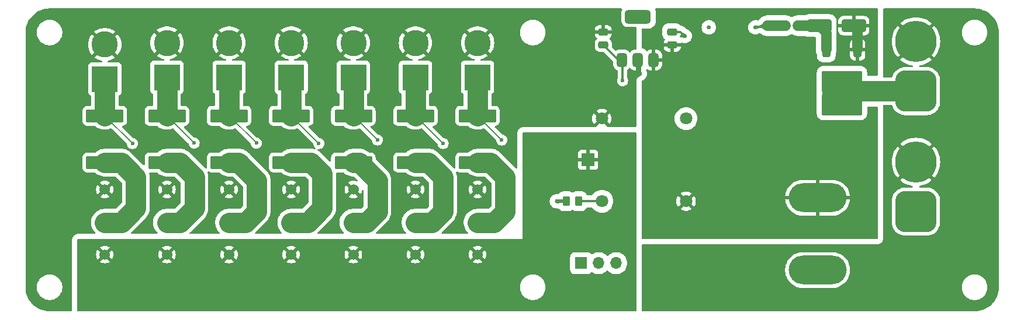
<source format=gbr>
%TF.GenerationSoftware,KiCad,Pcbnew,8.0.5*%
%TF.CreationDate,2024-12-09T20:23:34-08:00*%
%TF.ProjectId,Power_PCB,506f7765-725f-4504-9342-2e6b69636164,rev?*%
%TF.SameCoordinates,Original*%
%TF.FileFunction,Copper,L2,Bot*%
%TF.FilePolarity,Positive*%
%FSLAX46Y46*%
G04 Gerber Fmt 4.6, Leading zero omitted, Abs format (unit mm)*
G04 Created by KiCad (PCBNEW 8.0.5) date 2024-12-09 20:23:34*
%MOMM*%
%LPD*%
G01*
G04 APERTURE LIST*
G04 Aperture macros list*
%AMRoundRect*
0 Rectangle with rounded corners*
0 $1 Rounding radius*
0 $2 $3 $4 $5 $6 $7 $8 $9 X,Y pos of 4 corners*
0 Add a 4 corners polygon primitive as box body*
4,1,4,$2,$3,$4,$5,$6,$7,$8,$9,$2,$3,0*
0 Add four circle primitives for the rounded corners*
1,1,$1+$1,$2,$3*
1,1,$1+$1,$4,$5*
1,1,$1+$1,$6,$7*
1,1,$1+$1,$8,$9*
0 Add four rect primitives between the rounded corners*
20,1,$1+$1,$2,$3,$4,$5,0*
20,1,$1+$1,$4,$5,$6,$7,0*
20,1,$1+$1,$6,$7,$8,$9,0*
20,1,$1+$1,$8,$9,$2,$3,0*%
G04 Aperture macros list end*
%TA.AperFunction,ComponentPad*%
%ADD10R,3.800000X3.800000*%
%TD*%
%TA.AperFunction,ComponentPad*%
%ADD11C,3.800000*%
%TD*%
%TA.AperFunction,ComponentPad*%
%ADD12RoundRect,1.500000X1.500000X-1.500000X1.500000X1.500000X-1.500000X1.500000X-1.500000X-1.500000X0*%
%TD*%
%TA.AperFunction,ComponentPad*%
%ADD13C,6.000000*%
%TD*%
%TA.AperFunction,ComponentPad*%
%ADD14O,8.400000X4.200000*%
%TD*%
%TA.AperFunction,ComponentPad*%
%ADD15C,1.524000*%
%TD*%
%TA.AperFunction,ComponentPad*%
%ADD16R,1.905000X1.905000*%
%TD*%
%TA.AperFunction,ComponentPad*%
%ADD17C,1.803400*%
%TD*%
%TA.AperFunction,ComponentPad*%
%ADD18R,1.700000X1.700000*%
%TD*%
%TA.AperFunction,ComponentPad*%
%ADD19O,1.700000X1.700000*%
%TD*%
%TA.AperFunction,SMDPad,CuDef*%
%ADD20RoundRect,0.250000X2.475000X-0.712500X2.475000X0.712500X-2.475000X0.712500X-2.475000X-0.712500X0*%
%TD*%
%TA.AperFunction,SMDPad,CuDef*%
%ADD21RoundRect,0.250000X0.475000X-0.250000X0.475000X0.250000X-0.475000X0.250000X-0.475000X-0.250000X0*%
%TD*%
%TA.AperFunction,SMDPad,CuDef*%
%ADD22RoundRect,0.375000X0.375000X-0.625000X0.375000X0.625000X-0.375000X0.625000X-0.375000X-0.625000X0*%
%TD*%
%TA.AperFunction,SMDPad,CuDef*%
%ADD23RoundRect,0.500000X1.400000X-0.500000X1.400000X0.500000X-1.400000X0.500000X-1.400000X-0.500000X0*%
%TD*%
%TA.AperFunction,SMDPad,CuDef*%
%ADD24RoundRect,0.250000X0.262500X0.450000X-0.262500X0.450000X-0.262500X-0.450000X0.262500X-0.450000X0*%
%TD*%
%TA.AperFunction,SMDPad,CuDef*%
%ADD25RoundRect,0.250000X1.500000X0.650000X-1.500000X0.650000X-1.500000X-0.650000X1.500000X-0.650000X0*%
%TD*%
%TA.AperFunction,SMDPad,CuDef*%
%ADD26RoundRect,0.250000X-0.350000X0.850000X-0.350000X-0.850000X0.350000X-0.850000X0.350000X0.850000X0*%
%TD*%
%TA.AperFunction,SMDPad,CuDef*%
%ADD27RoundRect,0.250000X-1.125000X1.275000X-1.125000X-1.275000X1.125000X-1.275000X1.125000X1.275000X0*%
%TD*%
%TA.AperFunction,SMDPad,CuDef*%
%ADD28RoundRect,0.249997X-2.650003X2.950003X-2.650003X-2.950003X2.650003X-2.950003X2.650003X2.950003X0*%
%TD*%
%TA.AperFunction,ViaPad*%
%ADD29C,0.600000*%
%TD*%
%TA.AperFunction,Conductor*%
%ADD30C,0.300000*%
%TD*%
%TA.AperFunction,Conductor*%
%ADD31C,1.500000*%
%TD*%
%TA.AperFunction,Conductor*%
%ADD32C,0.200000*%
%TD*%
%TA.AperFunction,Conductor*%
%ADD33C,3.000000*%
%TD*%
G04 APERTURE END LIST*
D10*
%TO.P,J7,1,Pin_1*%
%TO.N,/24V_M1*%
X49000000Y-48000000D03*
D11*
%TO.P,J7,2,Pin_2*%
%TO.N,GND*%
X49000000Y-43000000D03*
%TD*%
D12*
%TO.P,J2,1,Pin_1*%
%TO.N,/24V_MB*%
X157500000Y-67500000D03*
D13*
%TO.P,J2,2,Pin_2*%
%TO.N,GND*%
X157500000Y-60300000D03*
%TD*%
D14*
%TO.P,S1,1*%
%TO.N,Net-(F1-Pad1)*%
X143250000Y-76000000D03*
%TO.P,S1,2*%
%TO.N,+24V*%
X143250000Y-65500000D03*
%TD*%
D15*
%TO.P,SW7,1,A*%
%TO.N,GND*%
X85000000Y-64300000D03*
%TO.P,SW7,2,B*%
%TO.N,Net-(SW7-B)*%
X85000000Y-69100000D03*
%TO.P,SW7,3,C*%
%TO.N,+24V_M*%
X85000000Y-73750000D03*
%TD*%
D12*
%TO.P,J1,1,Pin_1*%
%TO.N,Net-(J1-Pin_1)*%
X157500000Y-50000000D03*
D13*
%TO.P,J1,2,Pin_2*%
%TO.N,GND*%
X157500000Y-42800000D03*
%TD*%
D10*
%TO.P,J9,1,Pin_1*%
%TO.N,/24V_M2*%
X58000000Y-48000000D03*
D11*
%TO.P,J9,2,Pin_2*%
%TO.N,GND*%
X58000000Y-43000000D03*
%TD*%
D15*
%TO.P,SW3,1,A*%
%TO.N,GND*%
X94000000Y-64300000D03*
%TO.P,SW3,2,B*%
%TO.N,Net-(SW3-B)*%
X94000000Y-69100000D03*
%TO.P,SW3,3,C*%
%TO.N,+24V_M*%
X94000000Y-73750000D03*
%TD*%
%TO.P,SW6,1,A*%
%TO.N,GND*%
X58000000Y-64300000D03*
%TO.P,SW6,2,B*%
%TO.N,Net-(SW6-B)*%
X58000000Y-69100000D03*
%TO.P,SW6,3,C*%
%TO.N,+24V_M*%
X58000000Y-73750000D03*
%TD*%
D10*
%TO.P,J8,1,Pin_1*%
%TO.N,/24V_M4*%
X76000000Y-48000000D03*
D11*
%TO.P,J8,2,Pin_2*%
%TO.N,GND*%
X76000000Y-43000000D03*
%TD*%
D15*
%TO.P,SW4,1,A*%
%TO.N,GND*%
X49000000Y-64300000D03*
%TO.P,SW4,2,B*%
%TO.N,Net-(SW4-B)*%
X49000000Y-69100000D03*
%TO.P,SW4,3,C*%
%TO.N,+24V_M*%
X49000000Y-73750000D03*
%TD*%
D10*
%TO.P,J5,1,Pin_1*%
%TO.N,/24V_M3*%
X67000000Y-48000000D03*
D11*
%TO.P,J5,2,Pin_2*%
%TO.N,GND*%
X67000000Y-43000000D03*
%TD*%
D16*
%TO.P,K1,1,1*%
%TO.N,+24V_M*%
X110000004Y-60000001D03*
D17*
%TO.P,K1,2,2*%
%TO.N,/Relay_in*%
X112000000Y-66000000D03*
%TO.P,K1,3,3*%
%TO.N,+24V*%
X124199112Y-66000000D03*
%TO.P,K1,4,4*%
%TO.N,GND*%
X124199112Y-54000002D03*
%TO.P,K1,5,5*%
X112000000Y-54000002D03*
%TD*%
D15*
%TO.P,SW2,1,A*%
%TO.N,GND*%
X67000000Y-64300000D03*
%TO.P,SW2,2,B*%
%TO.N,Net-(SW2-B)*%
X67000000Y-69100000D03*
%TO.P,SW2,3,C*%
%TO.N,+24V_M*%
X67000000Y-73750000D03*
%TD*%
D10*
%TO.P,J6,1,Pin_1*%
%TO.N,/24V_M6*%
X94000000Y-48000000D03*
D11*
%TO.P,J6,2,Pin_2*%
%TO.N,GND*%
X94000000Y-43000000D03*
%TD*%
D10*
%TO.P,J4,1,Pin_1*%
%TO.N,/24V_M0*%
X40000000Y-48250000D03*
D11*
%TO.P,J4,2,Pin_2*%
%TO.N,GND*%
X40000000Y-43250000D03*
%TD*%
D15*
%TO.P,SW5,1,A*%
%TO.N,GND*%
X76000000Y-64300000D03*
%TO.P,SW5,2,B*%
%TO.N,Net-(SW5-B)*%
X76000000Y-69100000D03*
%TO.P,SW5,3,C*%
%TO.N,+24V_M*%
X76000000Y-73750000D03*
%TD*%
D10*
%TO.P,J10,1,Pin_1*%
%TO.N,/24V_M5*%
X85000000Y-48000000D03*
D11*
%TO.P,J10,2,Pin_2*%
%TO.N,GND*%
X85000000Y-43000000D03*
%TD*%
D15*
%TO.P,SW1,1,A*%
%TO.N,GND*%
X40000000Y-64300000D03*
%TO.P,SW1,2,B*%
%TO.N,Net-(SW1-B)*%
X40000000Y-69100000D03*
%TO.P,SW1,3,C*%
%TO.N,+24V_M*%
X40000000Y-73750000D03*
%TD*%
D18*
%TO.P,J3,1,Pin_1*%
%TO.N,GND*%
X109000000Y-75000000D03*
D19*
%TO.P,J3,2,Pin_2*%
%TO.N,/Relay_in*%
X111540000Y-75000000D03*
%TO.P,J3,3,Pin_3*%
%TO.N,+3V3*%
X114080000Y-75000000D03*
%TD*%
D20*
%TO.P,F3,1*%
%TO.N,Net-(SW2-B)*%
X67000000Y-60387500D03*
%TO.P,F3,2*%
%TO.N,/24V_M3*%
X67000000Y-53612500D03*
%TD*%
D21*
%TO.P,C2,1*%
%TO.N,+3V3*%
X112200000Y-43300000D03*
%TO.P,C2,2*%
%TO.N,GND*%
X112200000Y-41400000D03*
%TD*%
D20*
%TO.P,F2,1*%
%TO.N,Net-(SW3-B)*%
X94000000Y-60387500D03*
%TO.P,F2,2*%
%TO.N,/24V_M6*%
X94000000Y-53612500D03*
%TD*%
%TO.P,F4,1*%
%TO.N,Net-(SW1-B)*%
X40000000Y-60387500D03*
%TO.P,F4,2*%
%TO.N,/24V_M0*%
X40000000Y-53612500D03*
%TD*%
%TO.P,F5,1*%
%TO.N,Net-(SW4-B)*%
X49000000Y-60387500D03*
%TO.P,F5,2*%
%TO.N,/24V_M1*%
X49000000Y-53612500D03*
%TD*%
D22*
%TO.P,U1,1,IN*%
%TO.N,+24V*%
X119500000Y-45500000D03*
%TO.P,U1,2,GND*%
%TO.N,GND*%
X117200000Y-45500000D03*
%TO.P,U1,3,OUT*%
%TO.N,+3V3*%
X114900000Y-45500000D03*
D23*
%TO.P,U1,4*%
%TO.N,N/C*%
X117200000Y-39200000D03*
%TD*%
D20*
%TO.P,F8,1*%
%TO.N,Net-(SW6-B)*%
X58000000Y-60387500D03*
%TO.P,F8,2*%
%TO.N,/24V_M2*%
X58000000Y-53612500D03*
%TD*%
D24*
%TO.P,R13,1*%
%TO.N,/Relay_in*%
X108662500Y-66000000D03*
%TO.P,R13,2*%
%TO.N,GND*%
X106837500Y-66000000D03*
%TD*%
%TO.P,R3,1*%
%TO.N,Net-(D3-A)*%
X140412500Y-40500000D03*
%TO.P,R3,2*%
%TO.N,GND*%
X138587500Y-40500000D03*
%TD*%
D25*
%TO.P,D3,1,K*%
%TO.N,+24V*%
X148500000Y-40500000D03*
%TO.P,D3,2,A*%
%TO.N,Net-(D3-A)*%
X143500000Y-40500000D03*
%TD*%
D26*
%TO.P,Q1,1,G*%
%TO.N,Net-(D3-A)*%
X144500000Y-44000000D03*
D27*
%TO.P,Q1,2,D*%
%TO.N,Net-(J1-Pin_1)*%
X148305000Y-48625000D03*
X145255000Y-48625000D03*
D28*
X146780000Y-50300000D03*
D27*
X148305000Y-51975000D03*
X145255000Y-51975000D03*
D26*
%TO.P,Q1,3,S*%
%TO.N,+24V*%
X149060000Y-44000000D03*
%TD*%
D20*
%TO.P,F6,1*%
%TO.N,Net-(SW5-B)*%
X76000000Y-60387500D03*
%TO.P,F6,2*%
%TO.N,/24V_M4*%
X76000000Y-53612500D03*
%TD*%
D21*
%TO.P,C1,1*%
%TO.N,+24V*%
X122200000Y-43300000D03*
%TO.P,C1,2*%
%TO.N,GND*%
X122200000Y-41400000D03*
%TD*%
D20*
%TO.P,F7,1*%
%TO.N,Net-(SW7-B)*%
X85000000Y-60387500D03*
%TO.P,F7,2*%
%TO.N,/24V_M5*%
X85000000Y-53612500D03*
%TD*%
D29*
%TO.N,GND*%
X103000000Y-48000000D03*
X103000000Y-52500000D03*
X31000000Y-56000000D03*
X53000000Y-46750000D03*
X137750000Y-77750000D03*
X163000000Y-55500000D03*
X75000000Y-57000000D03*
X163000000Y-58000000D03*
X98000000Y-42000000D03*
X165500000Y-53000000D03*
X34000000Y-64000000D03*
X44000000Y-55500000D03*
X130000000Y-77750000D03*
X103000000Y-50250000D03*
X98000000Y-48000000D03*
X34000000Y-52000000D03*
X39000000Y-57000000D03*
X44000000Y-42000000D03*
X134250000Y-40750000D03*
X168000000Y-48000000D03*
X100500000Y-48000000D03*
X44000000Y-46750000D03*
X165500000Y-55500000D03*
X122000000Y-77750000D03*
X163000000Y-48000000D03*
X141000000Y-80250000D03*
X126000000Y-75000000D03*
X168000000Y-55500000D03*
X100500000Y-50250000D03*
X62000000Y-42000000D03*
X62000000Y-46750000D03*
X137750000Y-75000000D03*
X122000000Y-80250000D03*
X31000000Y-68000000D03*
X124000000Y-42000000D03*
X100500000Y-52500000D03*
X126000000Y-80250000D03*
X66000000Y-57000000D03*
X48000000Y-57000000D03*
X31000000Y-64000000D03*
X163000000Y-70000000D03*
X127500000Y-40750000D03*
X165500000Y-58000000D03*
X136000000Y-40500000D03*
X53000000Y-51000000D03*
X71000000Y-42000000D03*
X71000000Y-51000000D03*
X165500000Y-50250000D03*
X71000000Y-46750000D03*
X168000000Y-50250000D03*
X163000000Y-72000000D03*
X117500000Y-47500000D03*
X34000000Y-68000000D03*
X122000000Y-75000000D03*
X168000000Y-53000000D03*
X98000000Y-50250000D03*
X80000000Y-46750000D03*
X53000000Y-55500000D03*
X44000000Y-51000000D03*
X31000000Y-48000000D03*
X110500000Y-41500000D03*
X163000000Y-50250000D03*
X134000000Y-80250000D03*
X165500000Y-70000000D03*
X134000000Y-77750000D03*
X137750000Y-80250000D03*
X84000000Y-57000000D03*
X168000000Y-58000000D03*
X62000000Y-55500000D03*
X130000000Y-80250000D03*
X57000000Y-57000000D03*
X105500000Y-66000000D03*
X62000000Y-51000000D03*
X126000000Y-77750000D03*
X31000000Y-52000000D03*
X134000000Y-75000000D03*
X156000000Y-74000000D03*
X168000000Y-72000000D03*
X89000000Y-46750000D03*
X31000000Y-60000000D03*
X168000000Y-70000000D03*
X89000000Y-42000000D03*
X80000000Y-51000000D03*
X34000000Y-56000000D03*
X163000000Y-53000000D03*
X93000000Y-57000000D03*
X165500000Y-48000000D03*
X80000000Y-55500000D03*
X165500000Y-72000000D03*
X88750000Y-55500000D03*
X98000000Y-52500000D03*
X34000000Y-60000000D03*
X89000000Y-51000000D03*
X71000000Y-55500000D03*
X31000000Y-71000000D03*
X130000000Y-75000000D03*
X80000000Y-42000000D03*
X53000000Y-42000000D03*
%TO.N,+24V*%
X133250000Y-49500000D03*
%TO.N,+3V3*%
X115000000Y-48500000D03*
%TO.N,/24V_M6*%
X97500000Y-57112500D03*
%TO.N,/24V_M3*%
X71000000Y-57612500D03*
%TO.N,/24V_M0*%
X44000000Y-57612500D03*
%TO.N,/24V_M1*%
X52943750Y-57556250D03*
%TO.N,/24V_M4*%
X79500000Y-57112500D03*
%TO.N,/24V_M5*%
X89000000Y-57612500D03*
%TO.N,/24V_M2*%
X61943750Y-57556250D03*
%TO.N,+24V_M*%
X103000000Y-63750000D03*
%TD*%
D30*
%TO.N,GND*%
X117500000Y-47500000D02*
X117500000Y-45800000D01*
X117500000Y-45800000D02*
X117200000Y-45500000D01*
D31*
X138587500Y-40500000D02*
X136000000Y-40500000D01*
D30*
X122200000Y-41400000D02*
X123400000Y-41400000D01*
X110600000Y-41400000D02*
X110500000Y-41500000D01*
D32*
X105500000Y-66000000D02*
X106837500Y-66000000D01*
D30*
X112200000Y-41400000D02*
X110600000Y-41400000D01*
X123400000Y-41400000D02*
X124000000Y-42000000D01*
D31*
%TO.N,Net-(D3-A)*%
X143500000Y-40500000D02*
X140412500Y-40500000D01*
X144500000Y-41500000D02*
X143500000Y-40500000D01*
X144500000Y-44000000D02*
X144500000Y-41500000D01*
%TO.N,+24V*%
X149060000Y-41060000D02*
X148500000Y-40500000D01*
X149060000Y-44000000D02*
X149060000Y-41060000D01*
D30*
%TO.N,+3V3*%
X114900000Y-45500000D02*
X114400000Y-45500000D01*
X115000000Y-45600000D02*
X114900000Y-45500000D01*
X115000000Y-48500000D02*
X115000000Y-45600000D01*
X114400000Y-45500000D02*
X112200000Y-43300000D01*
D33*
%TO.N,Net-(SW3-B)*%
X98000000Y-67500000D02*
X96400000Y-69100000D01*
X94000000Y-60387500D02*
X95887500Y-60387500D01*
X98000000Y-62500000D02*
X98000000Y-67500000D01*
X96400000Y-69100000D02*
X94000000Y-69100000D01*
X95887500Y-60387500D02*
X98000000Y-62500000D01*
%TO.N,/24V_M6*%
X94000000Y-48000000D02*
X94000000Y-53612500D01*
D32*
X97500000Y-57112500D02*
X94000000Y-53612500D01*
%TO.N,/24V_M3*%
X71000000Y-57612500D02*
X67000000Y-53612500D01*
D33*
X67000000Y-48000000D02*
X67000000Y-53612500D01*
%TO.N,Net-(SW2-B)*%
X67000000Y-60387500D02*
X69887500Y-60387500D01*
X69400000Y-69100000D02*
X67000000Y-69100000D01*
X71500000Y-67000000D02*
X69400000Y-69100000D01*
X71500000Y-62000000D02*
X71500000Y-67000000D01*
X69887500Y-60387500D02*
X71500000Y-62000000D01*
%TO.N,/24V_M0*%
X40000000Y-48250000D02*
X40000000Y-53612500D01*
D32*
X44000000Y-57612500D02*
X40000000Y-53612500D01*
D33*
%TO.N,Net-(SW1-B)*%
X40000000Y-69100000D02*
X42400000Y-69100000D01*
X42400000Y-69100000D02*
X44500000Y-67000000D01*
X44500000Y-67000000D02*
X44500000Y-62500000D01*
X44500000Y-62500000D02*
X42387500Y-60387500D01*
X42387500Y-60387500D02*
X40000000Y-60387500D01*
D32*
%TO.N,/24V_M1*%
X52943750Y-57556250D02*
X49000000Y-53612500D01*
D33*
X49000000Y-48000000D02*
X49000000Y-53612500D01*
%TO.N,Net-(SW4-B)*%
X50887500Y-60387500D02*
X53000000Y-62500000D01*
X53000000Y-67000000D02*
X50900000Y-69100000D01*
X50900000Y-69100000D02*
X49000000Y-69100000D01*
X49000000Y-60387500D02*
X50887500Y-60387500D01*
X53000000Y-62500000D02*
X53000000Y-67000000D01*
%TO.N,Net-(SW5-B)*%
X76000000Y-60387500D02*
X76887500Y-60387500D01*
X79500000Y-63000000D02*
X79500000Y-67500000D01*
X76887500Y-60387500D02*
X79500000Y-63000000D01*
X79500000Y-67500000D02*
X77900000Y-69100000D01*
X77900000Y-69100000D02*
X76000000Y-69100000D01*
D32*
%TO.N,/24V_M4*%
X79500000Y-57112500D02*
X76000000Y-53612500D01*
D33*
X76000000Y-48000000D02*
X76000000Y-53612500D01*
%TO.N,Net-(SW7-B)*%
X85000000Y-60387500D02*
X86887500Y-60387500D01*
X89000000Y-62500000D02*
X89000000Y-67500000D01*
X89000000Y-67500000D02*
X87400000Y-69100000D01*
X86887500Y-60387500D02*
X89000000Y-62500000D01*
X87400000Y-69100000D02*
X85000000Y-69100000D01*
D32*
%TO.N,/24V_M5*%
X89000000Y-57612500D02*
X85000000Y-53612500D01*
D33*
X85000000Y-48000000D02*
X85000000Y-53612500D01*
%TO.N,Net-(SW6-B)*%
X58000000Y-60387500D02*
X59387500Y-60387500D01*
X60400000Y-69100000D02*
X58000000Y-69100000D01*
X59387500Y-60387500D02*
X62000000Y-63000000D01*
X62000000Y-67500000D02*
X60400000Y-69100000D01*
X62000000Y-63000000D02*
X62000000Y-67500000D01*
%TO.N,/24V_M2*%
X58000000Y-48000000D02*
X58000000Y-53612500D01*
D32*
X61943750Y-57556250D02*
X58000000Y-53612500D01*
D33*
%TO.N,Net-(J1-Pin_1)*%
X157500000Y-50000000D02*
X147080000Y-50000000D01*
X147080000Y-50000000D02*
X146780000Y-50300000D01*
D30*
%TO.N,/Relay_in*%
X112000000Y-66000000D02*
X108662500Y-66000000D01*
%TD*%
%TA.AperFunction,Conductor*%
%TO.N,GND*%
G36*
X114898984Y-38020185D02*
G01*
X114944739Y-38072989D01*
X114954683Y-38142147D01*
X114941855Y-38181906D01*
X114896109Y-38269485D01*
X114866089Y-38326954D01*
X114810114Y-38522583D01*
X114810113Y-38522586D01*
X114799500Y-38641966D01*
X114799500Y-39758028D01*
X114799501Y-39758034D01*
X114810113Y-39877415D01*
X114866089Y-40073045D01*
X114866090Y-40073048D01*
X114866091Y-40073049D01*
X114960302Y-40253407D01*
X114960304Y-40253409D01*
X115088890Y-40411109D01*
X115181002Y-40486216D01*
X115246593Y-40539698D01*
X115426951Y-40633909D01*
X115622582Y-40689886D01*
X115741963Y-40700500D01*
X116906776Y-40700499D01*
X116973815Y-40720184D01*
X117019570Y-40772987D01*
X117029514Y-40842146D01*
X117025760Y-40859411D01*
X117025102Y-40861653D01*
X117014868Y-40900254D01*
X117014866Y-40900263D01*
X117014865Y-40900269D01*
X116994500Y-41074499D01*
X116994500Y-41074506D01*
X116994500Y-43661322D01*
X116998827Y-43742061D01*
X117001658Y-43768409D01*
X117001662Y-43768430D01*
X117017659Y-43852936D01*
X117010787Y-43922467D01*
X116967415Y-43977245D01*
X116901313Y-43999878D01*
X116895823Y-44000000D01*
X116748903Y-44000000D01*
X116706175Y-44002897D01*
X116521476Y-44048831D01*
X116350977Y-44133390D01*
X116350974Y-44133392D01*
X116202635Y-44252631D01*
X116146967Y-44321885D01*
X116089624Y-44361803D01*
X116019801Y-44364383D01*
X115959669Y-44328804D01*
X115953673Y-44321884D01*
X115897722Y-44252278D01*
X115897721Y-44252277D01*
X115749295Y-44132969D01*
X115749292Y-44132967D01*
X115578697Y-44048360D01*
X115393892Y-44002400D01*
X115372506Y-44000950D01*
X115351123Y-43999500D01*
X115351120Y-43999500D01*
X114448877Y-43999500D01*
X114448874Y-43999501D01*
X114406113Y-44002399D01*
X114406112Y-44002399D01*
X114221303Y-44048360D01*
X114221302Y-44048360D01*
X114065129Y-44125815D01*
X113996324Y-44137967D01*
X113931872Y-44110990D01*
X113922354Y-44102408D01*
X113461818Y-43641872D01*
X113428333Y-43580549D01*
X113425499Y-43554199D01*
X113425499Y-42999992D01*
X113414999Y-42897203D01*
X113359814Y-42730666D01*
X113267712Y-42581344D01*
X113143656Y-42457288D01*
X113140342Y-42455243D01*
X113138546Y-42453248D01*
X113137989Y-42452807D01*
X113138064Y-42452711D01*
X113093618Y-42403297D01*
X113082397Y-42334334D01*
X113110240Y-42270252D01*
X113140348Y-42244165D01*
X113143342Y-42242318D01*
X113267315Y-42118345D01*
X113359356Y-41969124D01*
X113359358Y-41969119D01*
X113414505Y-41802697D01*
X113414506Y-41802690D01*
X113424999Y-41699986D01*
X113425000Y-41699973D01*
X113425000Y-41650000D01*
X110975001Y-41650000D01*
X110975001Y-41699986D01*
X110985494Y-41802697D01*
X111040641Y-41969119D01*
X111040643Y-41969124D01*
X111132684Y-42118345D01*
X111256655Y-42242316D01*
X111256659Y-42242319D01*
X111259656Y-42244168D01*
X111261279Y-42245972D01*
X111262323Y-42246798D01*
X111262181Y-42246976D01*
X111306381Y-42296116D01*
X111317602Y-42365079D01*
X111289759Y-42429161D01*
X111259661Y-42455241D01*
X111256349Y-42457283D01*
X111256343Y-42457288D01*
X111132289Y-42581342D01*
X111040187Y-42730663D01*
X111040186Y-42730666D01*
X110985001Y-42897203D01*
X110985001Y-42897204D01*
X110985000Y-42897204D01*
X110974500Y-42999983D01*
X110974500Y-43600001D01*
X110974501Y-43600019D01*
X110985000Y-43702796D01*
X110985001Y-43702799D01*
X111040185Y-43869331D01*
X111040187Y-43869336D01*
X111075069Y-43925888D01*
X111132288Y-44018656D01*
X111256344Y-44142712D01*
X111405666Y-44234814D01*
X111572203Y-44289999D01*
X111674991Y-44300500D01*
X112229191Y-44300499D01*
X112296230Y-44320183D01*
X112316872Y-44336818D01*
X113613181Y-45633127D01*
X113646666Y-45694450D01*
X113649500Y-45720808D01*
X113649500Y-46201121D01*
X113649501Y-46201125D01*
X113652399Y-46243886D01*
X113652399Y-46243887D01*
X113698360Y-46428696D01*
X113782967Y-46599292D01*
X113782969Y-46599295D01*
X113902277Y-46747721D01*
X113902278Y-46747722D01*
X114050704Y-46867030D01*
X114050707Y-46867032D01*
X114128923Y-46905823D01*
X114221307Y-46951641D01*
X114255427Y-46960126D01*
X114315732Y-46995406D01*
X114347392Y-47057691D01*
X114349500Y-47080460D01*
X114349500Y-47994931D01*
X114330494Y-48060903D01*
X114274211Y-48150477D01*
X114274209Y-48150481D01*
X114214633Y-48320737D01*
X114214630Y-48320750D01*
X114194435Y-48499996D01*
X114194435Y-48500003D01*
X114214630Y-48679249D01*
X114214631Y-48679254D01*
X114274211Y-48849523D01*
X114370184Y-49002262D01*
X114497738Y-49129816D01*
X114650478Y-49225789D01*
X114820745Y-49285368D01*
X114820750Y-49285369D01*
X114999996Y-49305565D01*
X115000000Y-49305565D01*
X115000004Y-49305565D01*
X115179249Y-49285369D01*
X115179252Y-49285368D01*
X115179255Y-49285368D01*
X115349522Y-49225789D01*
X115502262Y-49129816D01*
X115629816Y-49002262D01*
X115725789Y-48849522D01*
X115785368Y-48679255D01*
X115785369Y-48679249D01*
X115805565Y-48500003D01*
X115805565Y-48499996D01*
X115785369Y-48320750D01*
X115785366Y-48320737D01*
X115725790Y-48150481D01*
X115725789Y-48150478D01*
X115704008Y-48115814D01*
X115669506Y-48060903D01*
X115650500Y-47994931D01*
X115650500Y-46992942D01*
X115670185Y-46925903D01*
X115719406Y-46881854D01*
X115720399Y-46881361D01*
X115749296Y-46867030D01*
X115897722Y-46747722D01*
X115953675Y-46678112D01*
X116011015Y-46638196D01*
X116080837Y-46635616D01*
X116140970Y-46671194D01*
X116146967Y-46678115D01*
X116202632Y-46747366D01*
X116202633Y-46747367D01*
X116350974Y-46866607D01*
X116350977Y-46866609D01*
X116521476Y-46951168D01*
X116706175Y-46997102D01*
X116748903Y-47000000D01*
X116950000Y-47000000D01*
X116950000Y-45374000D01*
X116969685Y-45306961D01*
X117022489Y-45261206D01*
X117074000Y-45250000D01*
X117326000Y-45250000D01*
X117393039Y-45269685D01*
X117438794Y-45322489D01*
X117450000Y-45374000D01*
X117450000Y-47000000D01*
X117549704Y-47000000D01*
X117616743Y-47019685D01*
X117662498Y-47072489D01*
X117671101Y-47098724D01*
X117681561Y-47148964D01*
X117690733Y-47187837D01*
X117754909Y-47351103D01*
X117768105Y-47375791D01*
X117777407Y-47398248D01*
X117787185Y-47430481D01*
X117791928Y-47454325D01*
X117795229Y-47487847D01*
X117795229Y-47512152D01*
X117791928Y-47545672D01*
X117787185Y-47569516D01*
X117777405Y-47601755D01*
X117768104Y-47624210D01*
X117752228Y-47653913D01*
X117738720Y-47674128D01*
X117717350Y-47700166D01*
X117700166Y-47717350D01*
X117674128Y-47738720D01*
X117653915Y-47752227D01*
X117621364Y-47769626D01*
X117602860Y-47777656D01*
X117570789Y-47788570D01*
X117555271Y-47794438D01*
X117472756Y-47831425D01*
X117472750Y-47831429D01*
X117327743Y-47930132D01*
X117274943Y-47975884D01*
X117217425Y-48031311D01*
X117113418Y-48172567D01*
X117044789Y-48334005D01*
X117025098Y-48401064D01*
X117014868Y-48439652D01*
X117014866Y-48439661D01*
X117014865Y-48439667D01*
X116994500Y-48613897D01*
X116994500Y-48613904D01*
X116994500Y-55120500D01*
X116974815Y-55187539D01*
X116922011Y-55233294D01*
X116870500Y-55244500D01*
X112926300Y-55244500D01*
X112859261Y-55224815D01*
X112813506Y-55172011D01*
X112812380Y-55165936D01*
X112245728Y-54599283D01*
X112306801Y-54573986D01*
X112412885Y-54503103D01*
X112503101Y-54412887D01*
X112573984Y-54306803D01*
X112599281Y-54245730D01*
X113152414Y-54798863D01*
X113236980Y-54669427D01*
X113236985Y-54669419D01*
X113330295Y-54456693D01*
X113387321Y-54231501D01*
X113406504Y-54000007D01*
X113406504Y-53999996D01*
X113387321Y-53768502D01*
X113330295Y-53543310D01*
X113236982Y-53330578D01*
X113152414Y-53201139D01*
X112599280Y-53754272D01*
X112573984Y-53693201D01*
X112503101Y-53587117D01*
X112412885Y-53496901D01*
X112306801Y-53426018D01*
X112245727Y-53400720D01*
X112800009Y-52846438D01*
X112800009Y-52846437D01*
X112769286Y-52822525D01*
X112769281Y-52822521D01*
X112564992Y-52711966D01*
X112564982Y-52711961D01*
X112345278Y-52636537D01*
X112116147Y-52598302D01*
X111883853Y-52598302D01*
X111654721Y-52636537D01*
X111435017Y-52711961D01*
X111435007Y-52711966D01*
X111230717Y-52822522D01*
X111230706Y-52822529D01*
X111199990Y-52846436D01*
X111199990Y-52846438D01*
X111754272Y-53400720D01*
X111693199Y-53426018D01*
X111587115Y-53496901D01*
X111496899Y-53587117D01*
X111426016Y-53693201D01*
X111400718Y-53754273D01*
X110847584Y-53201139D01*
X110763016Y-53330580D01*
X110669704Y-53543310D01*
X110612678Y-53768502D01*
X110593496Y-53999996D01*
X110593496Y-54000007D01*
X110612678Y-54231501D01*
X110669704Y-54456693D01*
X110763015Y-54669420D01*
X110847584Y-54798863D01*
X111400718Y-54245729D01*
X111426016Y-54306803D01*
X111496899Y-54412887D01*
X111587115Y-54503103D01*
X111693199Y-54573986D01*
X111754271Y-54599283D01*
X111184723Y-55168830D01*
X111181969Y-55180944D01*
X111132103Y-55229884D01*
X111073699Y-55244500D01*
X100623991Y-55244500D01*
X100463402Y-55261766D01*
X100411866Y-55272978D01*
X100386621Y-55278926D01*
X100386619Y-55278927D01*
X100386616Y-55278928D01*
X100258261Y-55327964D01*
X100222749Y-55341532D01*
X100077743Y-55440235D01*
X100024943Y-55485987D01*
X99967425Y-55541414D01*
X99863418Y-55682670D01*
X99794789Y-55844108D01*
X99775098Y-55911167D01*
X99764868Y-55949755D01*
X99764866Y-55949764D01*
X99764865Y-55949770D01*
X99744500Y-56124000D01*
X99744500Y-56124007D01*
X99744500Y-61122004D01*
X99724815Y-61189043D01*
X99672011Y-61234798D01*
X99602853Y-61244742D01*
X99539297Y-61215717D01*
X99522125Y-61197491D01*
X99507283Y-61178148D01*
X97209356Y-58880221D01*
X97209349Y-58880215D01*
X97091631Y-58789888D01*
X97091630Y-58789887D01*
X97001303Y-58720575D01*
X96774200Y-58589458D01*
X96774190Y-58589454D01*
X96531919Y-58489102D01*
X96278616Y-58421229D01*
X96278615Y-58421228D01*
X96278612Y-58421228D01*
X96148618Y-58404115D01*
X96018627Y-58387000D01*
X96018620Y-58387000D01*
X93868880Y-58387000D01*
X93868872Y-58387000D01*
X93637772Y-58417426D01*
X93608884Y-58421230D01*
X93355581Y-58489102D01*
X93355571Y-58489105D01*
X93113309Y-58589453D01*
X93113299Y-58589458D01*
X92886201Y-58720572D01*
X92678147Y-58880219D01*
X92670181Y-58888185D01*
X92608857Y-58921667D01*
X92582504Y-58924500D01*
X91474998Y-58924500D01*
X91474981Y-58924501D01*
X91372203Y-58935000D01*
X91372200Y-58935001D01*
X91205668Y-58990185D01*
X91205663Y-58990187D01*
X91056342Y-59082289D01*
X90932289Y-59206342D01*
X90840187Y-59355663D01*
X90840186Y-59355666D01*
X90785001Y-59522203D01*
X90785001Y-59522204D01*
X90785000Y-59522204D01*
X90774500Y-59624983D01*
X90774500Y-61150001D01*
X90774662Y-61153164D01*
X90773690Y-61153213D01*
X90761635Y-61217959D01*
X90713739Y-61268829D01*
X90645944Y-61285729D01*
X90579775Y-61263294D01*
X90552689Y-61237324D01*
X90525551Y-61201957D01*
X90525550Y-61201955D01*
X90525549Y-61201955D01*
X90507278Y-61178143D01*
X88209356Y-58880221D01*
X88209349Y-58880215D01*
X88091631Y-58789888D01*
X88091630Y-58789887D01*
X88001303Y-58720575D01*
X87774200Y-58589458D01*
X87774190Y-58589454D01*
X87531919Y-58489102D01*
X87278616Y-58421229D01*
X87278615Y-58421228D01*
X87278612Y-58421228D01*
X87148618Y-58404115D01*
X87018627Y-58387000D01*
X87018620Y-58387000D01*
X84868880Y-58387000D01*
X84868872Y-58387000D01*
X84637772Y-58417426D01*
X84608884Y-58421230D01*
X84355581Y-58489102D01*
X84355571Y-58489105D01*
X84113309Y-58589453D01*
X84113299Y-58589458D01*
X83886201Y-58720572D01*
X83678147Y-58880219D01*
X83670181Y-58888185D01*
X83608857Y-58921667D01*
X83582504Y-58924500D01*
X82474998Y-58924500D01*
X82474981Y-58924501D01*
X82372203Y-58935000D01*
X82372200Y-58935001D01*
X82205668Y-58990185D01*
X82205663Y-58990187D01*
X82056342Y-59082289D01*
X81932289Y-59206342D01*
X81840187Y-59355663D01*
X81840186Y-59355666D01*
X81785001Y-59522203D01*
X81785001Y-59522204D01*
X81785000Y-59522204D01*
X81774500Y-59624983D01*
X81774500Y-61150001D01*
X81774501Y-61150018D01*
X81785000Y-61252796D01*
X81785001Y-61252799D01*
X81828163Y-61383051D01*
X81840186Y-61419334D01*
X81932288Y-61568656D01*
X82056344Y-61692712D01*
X82205666Y-61784814D01*
X82372203Y-61839999D01*
X82474991Y-61850500D01*
X83582503Y-61850499D01*
X83649542Y-61870184D01*
X83670184Y-61886818D01*
X83678140Y-61894774D01*
X83678148Y-61894781D01*
X83886195Y-62054423D01*
X84113299Y-62185541D01*
X84113303Y-62185543D01*
X84355581Y-62285898D01*
X84608884Y-62353770D01*
X84868880Y-62388000D01*
X86007504Y-62388000D01*
X86074543Y-62407685D01*
X86095185Y-62424319D01*
X86963181Y-63292315D01*
X86996666Y-63353638D01*
X86999500Y-63379996D01*
X86999500Y-66620004D01*
X86979815Y-66687043D01*
X86963181Y-66707685D01*
X86607685Y-67063181D01*
X86546362Y-67096666D01*
X86520004Y-67099500D01*
X84868872Y-67099500D01*
X84637772Y-67129926D01*
X84608884Y-67133730D01*
X84355581Y-67201602D01*
X84355571Y-67201605D01*
X84113309Y-67301953D01*
X84113299Y-67301958D01*
X83886196Y-67433075D01*
X83678148Y-67592718D01*
X83492718Y-67778148D01*
X83333075Y-67986196D01*
X83201958Y-68213299D01*
X83201957Y-68213303D01*
X83101605Y-68455571D01*
X83101602Y-68455581D01*
X83035005Y-68704128D01*
X83033730Y-68708885D01*
X82999500Y-68968872D01*
X82999500Y-69231127D01*
X83026123Y-69433339D01*
X83033730Y-69491116D01*
X83101602Y-69744418D01*
X83101605Y-69744428D01*
X83201953Y-69986690D01*
X83201958Y-69986700D01*
X83333075Y-70213803D01*
X83492718Y-70421851D01*
X83492726Y-70421860D01*
X83603685Y-70532819D01*
X83637170Y-70594142D01*
X83632186Y-70663834D01*
X83590314Y-70719767D01*
X83524850Y-70744184D01*
X83516004Y-70744500D01*
X79383997Y-70744500D01*
X79316958Y-70724815D01*
X79271203Y-70672011D01*
X79261259Y-70602853D01*
X79290284Y-70539297D01*
X79296316Y-70532819D01*
X81007276Y-68821858D01*
X81007278Y-68821856D01*
X81007283Y-68821851D01*
X81097611Y-68704131D01*
X81166924Y-68613803D01*
X81298043Y-68386697D01*
X81398398Y-68144419D01*
X81402483Y-68129174D01*
X81466271Y-67891115D01*
X81497426Y-67654465D01*
X81500500Y-67631120D01*
X81500500Y-64299999D01*
X83733179Y-64299999D01*
X83733179Y-64300000D01*
X83752424Y-64519976D01*
X83752426Y-64519986D01*
X83809575Y-64733270D01*
X83809580Y-64733284D01*
X83902898Y-64933405D01*
X83902901Y-64933411D01*
X83948258Y-64998187D01*
X83948259Y-64998188D01*
X84619000Y-64327447D01*
X84619000Y-64350160D01*
X84644964Y-64447061D01*
X84695124Y-64533940D01*
X84766060Y-64604876D01*
X84852939Y-64655036D01*
X84949840Y-64681000D01*
X84972553Y-64681000D01*
X84301810Y-65351740D01*
X84366590Y-65397099D01*
X84366592Y-65397100D01*
X84566715Y-65490419D01*
X84566729Y-65490424D01*
X84780013Y-65547573D01*
X84780023Y-65547575D01*
X84999999Y-65566821D01*
X85000001Y-65566821D01*
X85219976Y-65547575D01*
X85219986Y-65547573D01*
X85433270Y-65490424D01*
X85433284Y-65490419D01*
X85633407Y-65397100D01*
X85633417Y-65397094D01*
X85698188Y-65351741D01*
X85027448Y-64681000D01*
X85050160Y-64681000D01*
X85147061Y-64655036D01*
X85233940Y-64604876D01*
X85304876Y-64533940D01*
X85355036Y-64447061D01*
X85381000Y-64350160D01*
X85381000Y-64327447D01*
X86051741Y-64998188D01*
X86097094Y-64933417D01*
X86097100Y-64933407D01*
X86190419Y-64733284D01*
X86190424Y-64733270D01*
X86247573Y-64519986D01*
X86247575Y-64519976D01*
X86266821Y-64300000D01*
X86266821Y-64299999D01*
X86247575Y-64080023D01*
X86247573Y-64080013D01*
X86190424Y-63866729D01*
X86190420Y-63866720D01*
X86097096Y-63666586D01*
X86051741Y-63601811D01*
X86051740Y-63601810D01*
X85381000Y-64272551D01*
X85381000Y-64249840D01*
X85355036Y-64152939D01*
X85304876Y-64066060D01*
X85233940Y-63995124D01*
X85147061Y-63944964D01*
X85050160Y-63919000D01*
X85027448Y-63919000D01*
X85698188Y-63248259D01*
X85698187Y-63248258D01*
X85633411Y-63202901D01*
X85633405Y-63202898D01*
X85433284Y-63109580D01*
X85433270Y-63109575D01*
X85219986Y-63052426D01*
X85219976Y-63052424D01*
X85000001Y-63033179D01*
X84999999Y-63033179D01*
X84780023Y-63052424D01*
X84780013Y-63052426D01*
X84566729Y-63109575D01*
X84566720Y-63109579D01*
X84366590Y-63202901D01*
X84301811Y-63248258D01*
X84972553Y-63919000D01*
X84949840Y-63919000D01*
X84852939Y-63944964D01*
X84766060Y-63995124D01*
X84695124Y-64066060D01*
X84644964Y-64152939D01*
X84619000Y-64249840D01*
X84619000Y-64272553D01*
X83948258Y-63601811D01*
X83902901Y-63666590D01*
X83809579Y-63866720D01*
X83809575Y-63866729D01*
X83752426Y-64080013D01*
X83752424Y-64080023D01*
X83733179Y-64299999D01*
X81500500Y-64299999D01*
X81500500Y-62868880D01*
X81482328Y-62730853D01*
X81466271Y-62608884D01*
X81398398Y-62355581D01*
X81298043Y-62113303D01*
X81264049Y-62054424D01*
X81264049Y-62054423D01*
X81166929Y-61886204D01*
X81161310Y-61878881D01*
X81089130Y-61784814D01*
X81029615Y-61707252D01*
X81007284Y-61678150D01*
X81007278Y-61678143D01*
X79261818Y-59932683D01*
X79228333Y-59871360D01*
X79225499Y-59845002D01*
X79225499Y-59624998D01*
X79225498Y-59624981D01*
X79214999Y-59522203D01*
X79214998Y-59522200D01*
X79159814Y-59355666D01*
X79067712Y-59206344D01*
X78943656Y-59082288D01*
X78794334Y-58990186D01*
X78627797Y-58935001D01*
X78627795Y-58935000D01*
X78525016Y-58924500D01*
X78525009Y-58924500D01*
X78304997Y-58924500D01*
X78237958Y-58904815D01*
X78217316Y-58888181D01*
X78209356Y-58880221D01*
X78209349Y-58880215D01*
X78091631Y-58789888D01*
X78091630Y-58789887D01*
X78001303Y-58720575D01*
X77774200Y-58589458D01*
X77774190Y-58589454D01*
X77531919Y-58489102D01*
X77278616Y-58421229D01*
X77278615Y-58421228D01*
X77278612Y-58421228D01*
X77148618Y-58404115D01*
X77018627Y-58387000D01*
X77018620Y-58387000D01*
X75868880Y-58387000D01*
X75868872Y-58387000D01*
X75637772Y-58417426D01*
X75608884Y-58421230D01*
X75355581Y-58489102D01*
X75355571Y-58489105D01*
X75113309Y-58589453D01*
X75113299Y-58589458D01*
X74886201Y-58720572D01*
X74678147Y-58880219D01*
X74670181Y-58888185D01*
X74608857Y-58921667D01*
X74582504Y-58924500D01*
X73474998Y-58924500D01*
X73474981Y-58924501D01*
X73372203Y-58935000D01*
X73372200Y-58935001D01*
X73205668Y-58990185D01*
X73205663Y-58990187D01*
X73056342Y-59082289D01*
X72932289Y-59206342D01*
X72840187Y-59355663D01*
X72840186Y-59355666D01*
X72785001Y-59522203D01*
X72785001Y-59522204D01*
X72785000Y-59522204D01*
X72774500Y-59624983D01*
X72774500Y-60146003D01*
X72754815Y-60213042D01*
X72702011Y-60258797D01*
X72632853Y-60268741D01*
X72569297Y-60239716D01*
X72562819Y-60233684D01*
X71209356Y-58880221D01*
X71209349Y-58880215D01*
X71091631Y-58789888D01*
X71091630Y-58789887D01*
X71001302Y-58720574D01*
X71001298Y-58720572D01*
X70865280Y-58642043D01*
X70817064Y-58591477D01*
X70803840Y-58522870D01*
X70829808Y-58458005D01*
X70886722Y-58417476D01*
X70941163Y-58411436D01*
X70999997Y-58418065D01*
X71000000Y-58418065D01*
X71000004Y-58418065D01*
X71179249Y-58397869D01*
X71179252Y-58397868D01*
X71179255Y-58397868D01*
X71349522Y-58338289D01*
X71502262Y-58242316D01*
X71629816Y-58114762D01*
X71725789Y-57962022D01*
X71785368Y-57791755D01*
X71785369Y-57791749D01*
X71805565Y-57612503D01*
X71805565Y-57612496D01*
X71785369Y-57433250D01*
X71785368Y-57433245D01*
X71765685Y-57376995D01*
X71725789Y-57262978D01*
X71690443Y-57206726D01*
X71631237Y-57112500D01*
X71629816Y-57110238D01*
X71502262Y-56982684D01*
X71476881Y-56966736D01*
X71349521Y-56886710D01*
X71179249Y-56827130D01*
X71092330Y-56817337D01*
X71027916Y-56790270D01*
X71018533Y-56781798D01*
X69516475Y-55279740D01*
X69482990Y-55218417D01*
X69487974Y-55148725D01*
X69529846Y-55092792D01*
X69591554Y-55068701D01*
X69627797Y-55064999D01*
X69794334Y-55009814D01*
X69943656Y-54917712D01*
X70067712Y-54793656D01*
X70159814Y-54644334D01*
X70214999Y-54477797D01*
X70225500Y-54375009D01*
X70225499Y-52849992D01*
X70225498Y-52849983D01*
X72774500Y-52849983D01*
X72774500Y-54375001D01*
X72774501Y-54375018D01*
X72785000Y-54477796D01*
X72785001Y-54477799D01*
X72801867Y-54528696D01*
X72840186Y-54644334D01*
X72932288Y-54793656D01*
X73056344Y-54917712D01*
X73205666Y-55009814D01*
X73372203Y-55064999D01*
X73474991Y-55075500D01*
X74582503Y-55075499D01*
X74649542Y-55095184D01*
X74670184Y-55111818D01*
X74678140Y-55119774D01*
X74678148Y-55119781D01*
X74886196Y-55279424D01*
X75113299Y-55410541D01*
X75113309Y-55410546D01*
X75295455Y-55485993D01*
X75355581Y-55510898D01*
X75608884Y-55578770D01*
X75868880Y-55613000D01*
X75868887Y-55613000D01*
X76131113Y-55613000D01*
X76131120Y-55613000D01*
X76391116Y-55578770D01*
X76644419Y-55510898D01*
X76854072Y-55424056D01*
X76923537Y-55416588D01*
X76986016Y-55447862D01*
X76989202Y-55450937D01*
X78669298Y-57131033D01*
X78702783Y-57192356D01*
X78704837Y-57204830D01*
X78714630Y-57291749D01*
X78774210Y-57462021D01*
X78833416Y-57556246D01*
X78870184Y-57614762D01*
X78997738Y-57742316D01*
X79150478Y-57838289D01*
X79320745Y-57897868D01*
X79320750Y-57897869D01*
X79499996Y-57918065D01*
X79500000Y-57918065D01*
X79500004Y-57918065D01*
X79679249Y-57897869D01*
X79679252Y-57897868D01*
X79679255Y-57897868D01*
X79849522Y-57838289D01*
X80002262Y-57742316D01*
X80129816Y-57614762D01*
X80225789Y-57462022D01*
X80285368Y-57291755D01*
X80285369Y-57291749D01*
X80305565Y-57112503D01*
X80305565Y-57112496D01*
X80285369Y-56933250D01*
X80285368Y-56933245D01*
X80232374Y-56781798D01*
X80225789Y-56762978D01*
X80207593Y-56734020D01*
X80129815Y-56610237D01*
X80002262Y-56482684D01*
X79849521Y-56386710D01*
X79679249Y-56327130D01*
X79592330Y-56317337D01*
X79527916Y-56290270D01*
X79518533Y-56281798D01*
X78516475Y-55279740D01*
X78482990Y-55218417D01*
X78487974Y-55148725D01*
X78529846Y-55092792D01*
X78591554Y-55068701D01*
X78627797Y-55064999D01*
X78794334Y-55009814D01*
X78943656Y-54917712D01*
X79067712Y-54793656D01*
X79159814Y-54644334D01*
X79214999Y-54477797D01*
X79225500Y-54375009D01*
X79225499Y-52849992D01*
X79225498Y-52849983D01*
X81774500Y-52849983D01*
X81774500Y-54375001D01*
X81774501Y-54375018D01*
X81785000Y-54477796D01*
X81785001Y-54477799D01*
X81801867Y-54528696D01*
X81840186Y-54644334D01*
X81932288Y-54793656D01*
X82056344Y-54917712D01*
X82205666Y-55009814D01*
X82372203Y-55064999D01*
X82474991Y-55075500D01*
X83582503Y-55075499D01*
X83649542Y-55095184D01*
X83670184Y-55111818D01*
X83678140Y-55119774D01*
X83678148Y-55119781D01*
X83886196Y-55279424D01*
X84113299Y-55410541D01*
X84113309Y-55410546D01*
X84295455Y-55485993D01*
X84355581Y-55510898D01*
X84608884Y-55578770D01*
X84868880Y-55613000D01*
X84868887Y-55613000D01*
X85131113Y-55613000D01*
X85131120Y-55613000D01*
X85391116Y-55578770D01*
X85644419Y-55510898D01*
X85854072Y-55424056D01*
X85923537Y-55416588D01*
X85986016Y-55447862D01*
X85989202Y-55450937D01*
X88169298Y-57631033D01*
X88202783Y-57692356D01*
X88204837Y-57704830D01*
X88214630Y-57791749D01*
X88274210Y-57962021D01*
X88302378Y-58006850D01*
X88370184Y-58114762D01*
X88497738Y-58242316D01*
X88650478Y-58338289D01*
X88743118Y-58370705D01*
X88820745Y-58397868D01*
X88820750Y-58397869D01*
X88999996Y-58418065D01*
X89000000Y-58418065D01*
X89000004Y-58418065D01*
X89179249Y-58397869D01*
X89179252Y-58397868D01*
X89179255Y-58397868D01*
X89349522Y-58338289D01*
X89502262Y-58242316D01*
X89629816Y-58114762D01*
X89725789Y-57962022D01*
X89785368Y-57791755D01*
X89785369Y-57791749D01*
X89805565Y-57612503D01*
X89805565Y-57612496D01*
X89785369Y-57433250D01*
X89785368Y-57433245D01*
X89765685Y-57376995D01*
X89725789Y-57262978D01*
X89690443Y-57206726D01*
X89631237Y-57112500D01*
X89629816Y-57110238D01*
X89502262Y-56982684D01*
X89476881Y-56966736D01*
X89349521Y-56886710D01*
X89179249Y-56827130D01*
X89092330Y-56817337D01*
X89027916Y-56790270D01*
X89018533Y-56781798D01*
X87516475Y-55279740D01*
X87482990Y-55218417D01*
X87487974Y-55148725D01*
X87529846Y-55092792D01*
X87591554Y-55068701D01*
X87627797Y-55064999D01*
X87794334Y-55009814D01*
X87943656Y-54917712D01*
X88067712Y-54793656D01*
X88159814Y-54644334D01*
X88214999Y-54477797D01*
X88225500Y-54375009D01*
X88225499Y-52849992D01*
X88225498Y-52849983D01*
X90774500Y-52849983D01*
X90774500Y-54375001D01*
X90774501Y-54375018D01*
X90785000Y-54477796D01*
X90785001Y-54477799D01*
X90801867Y-54528696D01*
X90840186Y-54644334D01*
X90932288Y-54793656D01*
X91056344Y-54917712D01*
X91205666Y-55009814D01*
X91372203Y-55064999D01*
X91474991Y-55075500D01*
X92582503Y-55075499D01*
X92649542Y-55095184D01*
X92670184Y-55111818D01*
X92678140Y-55119774D01*
X92678148Y-55119781D01*
X92886196Y-55279424D01*
X93113299Y-55410541D01*
X93113309Y-55410546D01*
X93295455Y-55485993D01*
X93355581Y-55510898D01*
X93608884Y-55578770D01*
X93868880Y-55613000D01*
X93868887Y-55613000D01*
X94131113Y-55613000D01*
X94131120Y-55613000D01*
X94391116Y-55578770D01*
X94644419Y-55510898D01*
X94854072Y-55424056D01*
X94923537Y-55416588D01*
X94986016Y-55447862D01*
X94989202Y-55450937D01*
X96669298Y-57131033D01*
X96702783Y-57192356D01*
X96704837Y-57204830D01*
X96714630Y-57291749D01*
X96774210Y-57462021D01*
X96833416Y-57556246D01*
X96870184Y-57614762D01*
X96997738Y-57742316D01*
X97150478Y-57838289D01*
X97320745Y-57897868D01*
X97320750Y-57897869D01*
X97499996Y-57918065D01*
X97500000Y-57918065D01*
X97500004Y-57918065D01*
X97679249Y-57897869D01*
X97679252Y-57897868D01*
X97679255Y-57897868D01*
X97849522Y-57838289D01*
X98002262Y-57742316D01*
X98129816Y-57614762D01*
X98225789Y-57462022D01*
X98285368Y-57291755D01*
X98285369Y-57291749D01*
X98305565Y-57112503D01*
X98305565Y-57112496D01*
X98285369Y-56933250D01*
X98285368Y-56933245D01*
X98232374Y-56781798D01*
X98225789Y-56762978D01*
X98207593Y-56734020D01*
X98129815Y-56610237D01*
X98002262Y-56482684D01*
X97849521Y-56386710D01*
X97679249Y-56327130D01*
X97592330Y-56317337D01*
X97527916Y-56290270D01*
X97518533Y-56281798D01*
X96516475Y-55279740D01*
X96482990Y-55218417D01*
X96487974Y-55148725D01*
X96529846Y-55092792D01*
X96591554Y-55068701D01*
X96627797Y-55064999D01*
X96794334Y-55009814D01*
X96943656Y-54917712D01*
X97067712Y-54793656D01*
X97159814Y-54644334D01*
X97214999Y-54477797D01*
X97225500Y-54375009D01*
X97225499Y-52849992D01*
X97214999Y-52747203D01*
X97159814Y-52580666D01*
X97067712Y-52431344D01*
X96943656Y-52307288D01*
X96794334Y-52215186D01*
X96627797Y-52160001D01*
X96627795Y-52160000D01*
X96525016Y-52149500D01*
X96525009Y-52149500D01*
X96124500Y-52149500D01*
X96057461Y-52129815D01*
X96011706Y-52077011D01*
X96000500Y-52025500D01*
X96000500Y-50482790D01*
X96020185Y-50415751D01*
X96072989Y-50369996D01*
X96081146Y-50366616D01*
X96142331Y-50343796D01*
X96257546Y-50257546D01*
X96343796Y-50142331D01*
X96394091Y-50007483D01*
X96400500Y-49947873D01*
X96400499Y-46052128D01*
X96394091Y-45992517D01*
X96361898Y-45906204D01*
X96343797Y-45857671D01*
X96343793Y-45857664D01*
X96257547Y-45742455D01*
X96257544Y-45742452D01*
X96142335Y-45656206D01*
X96142328Y-45656202D01*
X96007482Y-45605908D01*
X96007483Y-45605908D01*
X95947883Y-45599501D01*
X95947881Y-45599500D01*
X95947873Y-45599500D01*
X95947865Y-45599500D01*
X94507744Y-45599500D01*
X94440705Y-45579815D01*
X94394950Y-45527011D01*
X94385006Y-45457853D01*
X94414031Y-45394297D01*
X94472809Y-45356523D01*
X94476907Y-45355396D01*
X94743107Y-45287048D01*
X94743110Y-45287047D01*
X95023882Y-45175882D01*
X95023890Y-45175878D01*
X95288520Y-45030397D01*
X95288530Y-45030390D01*
X95513433Y-44866987D01*
X95513434Y-44866987D01*
X94761718Y-44115270D01*
X94879466Y-44029722D01*
X95029722Y-43879466D01*
X95115270Y-43761717D01*
X95864687Y-44511134D01*
X95945486Y-44413464D01*
X96107292Y-44158497D01*
X96107295Y-44158491D01*
X96235872Y-43885252D01*
X96235874Y-43885247D01*
X96329194Y-43598040D01*
X96385783Y-43301390D01*
X96385784Y-43301383D01*
X96404745Y-43000005D01*
X96404745Y-42999994D01*
X96385784Y-42698616D01*
X96385783Y-42698609D01*
X96329194Y-42401959D01*
X96235874Y-42114752D01*
X96235872Y-42114747D01*
X96107295Y-41841508D01*
X96107292Y-41841502D01*
X95945483Y-41586530D01*
X95864686Y-41488864D01*
X95115269Y-42238281D01*
X95029722Y-42120534D01*
X94879466Y-41970278D01*
X94761717Y-41884728D01*
X95267734Y-41378711D01*
X100149500Y-41378711D01*
X100149500Y-41621288D01*
X100181161Y-41861785D01*
X100243947Y-42096104D01*
X100325060Y-42291928D01*
X100336776Y-42320212D01*
X100458064Y-42530289D01*
X100458066Y-42530292D01*
X100458067Y-42530293D01*
X100605733Y-42722736D01*
X100605739Y-42722743D01*
X100777256Y-42894260D01*
X100777263Y-42894266D01*
X100846604Y-42947473D01*
X100969711Y-43041936D01*
X101179788Y-43163224D01*
X101403900Y-43256054D01*
X101638211Y-43318838D01*
X101818586Y-43342584D01*
X101878711Y-43350500D01*
X101878712Y-43350500D01*
X102121289Y-43350500D01*
X102169388Y-43344167D01*
X102361789Y-43318838D01*
X102596100Y-43256054D01*
X102820212Y-43163224D01*
X103030289Y-43041936D01*
X103222738Y-42894265D01*
X103394265Y-42722738D01*
X103541936Y-42530289D01*
X103663224Y-42320212D01*
X103756054Y-42096100D01*
X103818838Y-41861789D01*
X103850500Y-41621288D01*
X103850500Y-41378712D01*
X103818838Y-41138211D01*
X103808603Y-41100013D01*
X110975000Y-41100013D01*
X110975000Y-41150000D01*
X111950000Y-41150000D01*
X112450000Y-41150000D01*
X113424999Y-41150000D01*
X113424999Y-41100028D01*
X113424998Y-41100013D01*
X113414505Y-40997302D01*
X113359358Y-40830880D01*
X113359356Y-40830875D01*
X113267315Y-40681654D01*
X113143345Y-40557684D01*
X112994124Y-40465643D01*
X112994119Y-40465641D01*
X112827697Y-40410494D01*
X112827690Y-40410493D01*
X112724986Y-40400000D01*
X112450000Y-40400000D01*
X112450000Y-41150000D01*
X111950000Y-41150000D01*
X111950000Y-40400000D01*
X111675029Y-40400000D01*
X111675012Y-40400001D01*
X111572302Y-40410494D01*
X111405880Y-40465641D01*
X111405875Y-40465643D01*
X111256654Y-40557684D01*
X111132684Y-40681654D01*
X111040643Y-40830875D01*
X111040641Y-40830880D01*
X110985494Y-40997302D01*
X110985493Y-40997309D01*
X110975000Y-41100013D01*
X103808603Y-41100013D01*
X103756054Y-40903900D01*
X103749405Y-40887849D01*
X103725806Y-40830875D01*
X103663224Y-40679788D01*
X103541936Y-40469711D01*
X103397110Y-40280970D01*
X103394266Y-40277263D01*
X103394260Y-40277256D01*
X103222743Y-40105739D01*
X103222736Y-40105733D01*
X103030293Y-39958067D01*
X103030292Y-39958066D01*
X103030289Y-39958064D01*
X102820212Y-39836776D01*
X102820205Y-39836773D01*
X102596104Y-39743947D01*
X102361785Y-39681161D01*
X102121289Y-39649500D01*
X102121288Y-39649500D01*
X101878712Y-39649500D01*
X101878711Y-39649500D01*
X101638214Y-39681161D01*
X101403895Y-39743947D01*
X101179794Y-39836773D01*
X101179785Y-39836777D01*
X100969706Y-39958067D01*
X100777263Y-40105733D01*
X100777256Y-40105739D01*
X100605739Y-40277256D01*
X100605733Y-40277263D01*
X100458067Y-40469706D01*
X100458064Y-40469710D01*
X100458064Y-40469711D01*
X100453041Y-40478411D01*
X100336777Y-40679785D01*
X100336773Y-40679794D01*
X100243947Y-40903895D01*
X100181161Y-41138214D01*
X100149500Y-41378711D01*
X95267734Y-41378711D01*
X95513434Y-41133011D01*
X95513433Y-41133009D01*
X95288538Y-40969614D01*
X95288520Y-40969602D01*
X95023890Y-40824121D01*
X95023882Y-40824117D01*
X94743110Y-40712952D01*
X94743107Y-40712951D01*
X94450600Y-40637849D01*
X94151004Y-40600000D01*
X93848995Y-40600000D01*
X93549399Y-40637849D01*
X93256892Y-40712951D01*
X93256889Y-40712952D01*
X92976117Y-40824117D01*
X92976109Y-40824121D01*
X92711476Y-40969604D01*
X92711471Y-40969607D01*
X92486565Y-41133010D01*
X92486564Y-41133011D01*
X93238282Y-41884728D01*
X93120534Y-41970278D01*
X92970278Y-42120534D01*
X92884729Y-42238282D01*
X92135311Y-41488864D01*
X92054520Y-41586525D01*
X92054518Y-41586528D01*
X91892707Y-41841502D01*
X91892704Y-41841508D01*
X91764127Y-42114747D01*
X91764125Y-42114752D01*
X91670805Y-42401959D01*
X91614216Y-42698609D01*
X91614215Y-42698616D01*
X91595255Y-42999994D01*
X91595255Y-43000005D01*
X91614215Y-43301383D01*
X91614216Y-43301390D01*
X91670805Y-43598040D01*
X91764125Y-43885247D01*
X91764127Y-43885252D01*
X91892704Y-44158491D01*
X91892707Y-44158497D01*
X92054516Y-44413469D01*
X92135311Y-44511133D01*
X92884728Y-43761716D01*
X92970278Y-43879466D01*
X93120534Y-44029722D01*
X93238281Y-44115270D01*
X92486564Y-44866987D01*
X92486565Y-44866989D01*
X92711461Y-45030385D01*
X92711479Y-45030397D01*
X92976109Y-45175878D01*
X92976117Y-45175882D01*
X93256889Y-45287047D01*
X93256892Y-45287048D01*
X93523093Y-45355396D01*
X93583131Y-45391134D01*
X93614317Y-45453657D01*
X93606749Y-45523116D01*
X93562831Y-45577457D01*
X93496505Y-45599427D01*
X93492256Y-45599500D01*
X92052129Y-45599500D01*
X92052123Y-45599501D01*
X91992516Y-45605908D01*
X91857671Y-45656202D01*
X91857664Y-45656206D01*
X91742455Y-45742452D01*
X91742452Y-45742455D01*
X91656206Y-45857664D01*
X91656202Y-45857671D01*
X91605908Y-45992517D01*
X91604911Y-46001795D01*
X91599501Y-46052123D01*
X91599500Y-46052135D01*
X91599500Y-49947870D01*
X91599501Y-49947876D01*
X91605908Y-50007483D01*
X91656202Y-50142328D01*
X91656206Y-50142335D01*
X91742452Y-50257544D01*
X91742455Y-50257547D01*
X91857664Y-50343793D01*
X91857669Y-50343796D01*
X91918833Y-50366608D01*
X91974766Y-50408478D01*
X91999184Y-50473942D01*
X91999500Y-50482790D01*
X91999500Y-52025500D01*
X91979815Y-52092539D01*
X91927011Y-52138294D01*
X91875500Y-52149500D01*
X91474998Y-52149500D01*
X91474980Y-52149501D01*
X91372203Y-52160000D01*
X91372200Y-52160001D01*
X91205668Y-52215185D01*
X91205663Y-52215187D01*
X91056342Y-52307289D01*
X90932289Y-52431342D01*
X90840187Y-52580663D01*
X90840186Y-52580666D01*
X90785001Y-52747203D01*
X90785001Y-52747204D01*
X90785000Y-52747204D01*
X90774500Y-52849983D01*
X88225498Y-52849983D01*
X88214999Y-52747203D01*
X88159814Y-52580666D01*
X88067712Y-52431344D01*
X87943656Y-52307288D01*
X87794334Y-52215186D01*
X87627797Y-52160001D01*
X87627795Y-52160000D01*
X87525016Y-52149500D01*
X87525009Y-52149500D01*
X87124500Y-52149500D01*
X87057461Y-52129815D01*
X87011706Y-52077011D01*
X87000500Y-52025500D01*
X87000500Y-50482790D01*
X87020185Y-50415751D01*
X87072989Y-50369996D01*
X87081146Y-50366616D01*
X87142331Y-50343796D01*
X87257546Y-50257546D01*
X87343796Y-50142331D01*
X87394091Y-50007483D01*
X87400500Y-49947873D01*
X87400499Y-46052128D01*
X87394091Y-45992517D01*
X87361898Y-45906204D01*
X87343797Y-45857671D01*
X87343793Y-45857664D01*
X87257547Y-45742455D01*
X87257544Y-45742452D01*
X87142335Y-45656206D01*
X87142328Y-45656202D01*
X87007482Y-45605908D01*
X87007483Y-45605908D01*
X86947883Y-45599501D01*
X86947881Y-45599500D01*
X86947873Y-45599500D01*
X86947865Y-45599500D01*
X85507744Y-45599500D01*
X85440705Y-45579815D01*
X85394950Y-45527011D01*
X85385006Y-45457853D01*
X85414031Y-45394297D01*
X85472809Y-45356523D01*
X85476907Y-45355396D01*
X85743107Y-45287048D01*
X85743110Y-45287047D01*
X86023882Y-45175882D01*
X86023890Y-45175878D01*
X86288520Y-45030397D01*
X86288530Y-45030390D01*
X86513433Y-44866987D01*
X86513434Y-44866987D01*
X85761718Y-44115270D01*
X85879466Y-44029722D01*
X86029722Y-43879466D01*
X86115270Y-43761717D01*
X86864687Y-44511134D01*
X86945486Y-44413464D01*
X87107292Y-44158497D01*
X87107295Y-44158491D01*
X87235872Y-43885252D01*
X87235874Y-43885247D01*
X87329194Y-43598040D01*
X87385783Y-43301390D01*
X87385784Y-43301383D01*
X87404745Y-43000005D01*
X87404745Y-42999994D01*
X87385784Y-42698616D01*
X87385783Y-42698609D01*
X87329194Y-42401959D01*
X87235874Y-42114752D01*
X87235872Y-42114747D01*
X87107295Y-41841508D01*
X87107292Y-41841502D01*
X86945483Y-41586530D01*
X86864686Y-41488864D01*
X86115269Y-42238281D01*
X86029722Y-42120534D01*
X85879466Y-41970278D01*
X85761717Y-41884728D01*
X86513434Y-41133011D01*
X86513433Y-41133009D01*
X86288538Y-40969614D01*
X86288520Y-40969602D01*
X86023890Y-40824121D01*
X86023882Y-40824117D01*
X85743110Y-40712952D01*
X85743107Y-40712951D01*
X85450600Y-40637849D01*
X85151004Y-40600000D01*
X84848995Y-40600000D01*
X84549399Y-40637849D01*
X84256892Y-40712951D01*
X84256889Y-40712952D01*
X83976117Y-40824117D01*
X83976109Y-40824121D01*
X83711476Y-40969604D01*
X83711471Y-40969607D01*
X83486565Y-41133010D01*
X83486564Y-41133011D01*
X84238282Y-41884728D01*
X84120534Y-41970278D01*
X83970278Y-42120534D01*
X83884729Y-42238282D01*
X83135311Y-41488864D01*
X83054520Y-41586525D01*
X83054518Y-41586528D01*
X82892707Y-41841502D01*
X82892704Y-41841508D01*
X82764127Y-42114747D01*
X82764125Y-42114752D01*
X82670805Y-42401959D01*
X82614216Y-42698609D01*
X82614215Y-42698616D01*
X82595255Y-42999994D01*
X82595255Y-43000005D01*
X82614215Y-43301383D01*
X82614216Y-43301390D01*
X82670805Y-43598040D01*
X82764125Y-43885247D01*
X82764127Y-43885252D01*
X82892704Y-44158491D01*
X82892707Y-44158497D01*
X83054516Y-44413469D01*
X83135311Y-44511133D01*
X83884728Y-43761716D01*
X83970278Y-43879466D01*
X84120534Y-44029722D01*
X84238281Y-44115270D01*
X83486564Y-44866987D01*
X83486565Y-44866989D01*
X83711461Y-45030385D01*
X83711479Y-45030397D01*
X83976109Y-45175878D01*
X83976117Y-45175882D01*
X84256889Y-45287047D01*
X84256892Y-45287048D01*
X84523093Y-45355396D01*
X84583131Y-45391134D01*
X84614317Y-45453657D01*
X84606749Y-45523116D01*
X84562831Y-45577457D01*
X84496505Y-45599427D01*
X84492256Y-45599500D01*
X83052129Y-45599500D01*
X83052123Y-45599501D01*
X82992516Y-45605908D01*
X82857671Y-45656202D01*
X82857664Y-45656206D01*
X82742455Y-45742452D01*
X82742452Y-45742455D01*
X82656206Y-45857664D01*
X82656202Y-45857671D01*
X82605908Y-45992517D01*
X82604911Y-46001795D01*
X82599501Y-46052123D01*
X82599500Y-46052135D01*
X82599500Y-49947870D01*
X82599501Y-49947876D01*
X82605908Y-50007483D01*
X82656202Y-50142328D01*
X82656206Y-50142335D01*
X82742452Y-50257544D01*
X82742455Y-50257547D01*
X82857664Y-50343793D01*
X82857669Y-50343796D01*
X82918833Y-50366608D01*
X82974766Y-50408478D01*
X82999184Y-50473942D01*
X82999500Y-50482790D01*
X82999500Y-52025500D01*
X82979815Y-52092539D01*
X82927011Y-52138294D01*
X82875500Y-52149500D01*
X82474998Y-52149500D01*
X82474980Y-52149501D01*
X82372203Y-52160000D01*
X82372200Y-52160001D01*
X82205668Y-52215185D01*
X82205663Y-52215187D01*
X82056342Y-52307289D01*
X81932289Y-52431342D01*
X81840187Y-52580663D01*
X81840186Y-52580666D01*
X81785001Y-52747203D01*
X81785001Y-52747204D01*
X81785000Y-52747204D01*
X81774500Y-52849983D01*
X79225498Y-52849983D01*
X79214999Y-52747203D01*
X79159814Y-52580666D01*
X79067712Y-52431344D01*
X78943656Y-52307288D01*
X78794334Y-52215186D01*
X78627797Y-52160001D01*
X78627795Y-52160000D01*
X78525016Y-52149500D01*
X78525009Y-52149500D01*
X78124500Y-52149500D01*
X78057461Y-52129815D01*
X78011706Y-52077011D01*
X78000500Y-52025500D01*
X78000500Y-50482790D01*
X78020185Y-50415751D01*
X78072989Y-50369996D01*
X78081146Y-50366616D01*
X78142331Y-50343796D01*
X78257546Y-50257546D01*
X78343796Y-50142331D01*
X78394091Y-50007483D01*
X78400500Y-49947873D01*
X78400499Y-46052128D01*
X78394091Y-45992517D01*
X78361898Y-45906204D01*
X78343797Y-45857671D01*
X78343793Y-45857664D01*
X78257547Y-45742455D01*
X78257544Y-45742452D01*
X78142335Y-45656206D01*
X78142328Y-45656202D01*
X78007482Y-45605908D01*
X78007483Y-45605908D01*
X77947883Y-45599501D01*
X77947881Y-45599500D01*
X77947873Y-45599500D01*
X77947865Y-45599500D01*
X76507744Y-45599500D01*
X76440705Y-45579815D01*
X76394950Y-45527011D01*
X76385006Y-45457853D01*
X76414031Y-45394297D01*
X76472809Y-45356523D01*
X76476907Y-45355396D01*
X76743107Y-45287048D01*
X76743110Y-45287047D01*
X77023882Y-45175882D01*
X77023890Y-45175878D01*
X77288520Y-45030397D01*
X77288530Y-45030390D01*
X77513433Y-44866987D01*
X77513434Y-44866987D01*
X76761718Y-44115270D01*
X76879466Y-44029722D01*
X77029722Y-43879466D01*
X77115270Y-43761717D01*
X77864687Y-44511134D01*
X77945486Y-44413464D01*
X78107292Y-44158497D01*
X78107295Y-44158491D01*
X78235872Y-43885252D01*
X78235874Y-43885247D01*
X78329194Y-43598040D01*
X78385783Y-43301390D01*
X78385784Y-43301383D01*
X78404745Y-43000005D01*
X78404745Y-42999994D01*
X78385784Y-42698616D01*
X78385783Y-42698609D01*
X78329194Y-42401959D01*
X78235874Y-42114752D01*
X78235872Y-42114747D01*
X78107295Y-41841508D01*
X78107292Y-41841502D01*
X77945483Y-41586530D01*
X77864686Y-41488864D01*
X77115269Y-42238281D01*
X77029722Y-42120534D01*
X76879466Y-41970278D01*
X76761717Y-41884728D01*
X77513434Y-41133011D01*
X77513433Y-41133009D01*
X77288538Y-40969614D01*
X77288520Y-40969602D01*
X77023890Y-40824121D01*
X77023882Y-40824117D01*
X76743110Y-40712952D01*
X76743107Y-40712951D01*
X76450600Y-40637849D01*
X76151004Y-40600000D01*
X75848995Y-40600000D01*
X75549399Y-40637849D01*
X75256892Y-40712951D01*
X75256889Y-40712952D01*
X74976117Y-40824117D01*
X74976109Y-40824121D01*
X74711476Y-40969604D01*
X74711471Y-40969607D01*
X74486565Y-41133010D01*
X74486564Y-41133011D01*
X75238282Y-41884728D01*
X75120534Y-41970278D01*
X74970278Y-42120534D01*
X74884729Y-42238282D01*
X74135311Y-41488864D01*
X74054520Y-41586525D01*
X74054518Y-41586528D01*
X73892707Y-41841502D01*
X73892704Y-41841508D01*
X73764127Y-42114747D01*
X73764125Y-42114752D01*
X73670805Y-42401959D01*
X73614216Y-42698609D01*
X73614215Y-42698616D01*
X73595255Y-42999994D01*
X73595255Y-43000005D01*
X73614215Y-43301383D01*
X73614216Y-43301390D01*
X73670805Y-43598040D01*
X73764125Y-43885247D01*
X73764127Y-43885252D01*
X73892704Y-44158491D01*
X73892707Y-44158497D01*
X74054516Y-44413469D01*
X74135311Y-44511133D01*
X74884728Y-43761716D01*
X74970278Y-43879466D01*
X75120534Y-44029722D01*
X75238281Y-44115270D01*
X74486564Y-44866987D01*
X74486565Y-44866989D01*
X74711461Y-45030385D01*
X74711479Y-45030397D01*
X74976109Y-45175878D01*
X74976117Y-45175882D01*
X75256889Y-45287047D01*
X75256892Y-45287048D01*
X75523093Y-45355396D01*
X75583131Y-45391134D01*
X75614317Y-45453657D01*
X75606749Y-45523116D01*
X75562831Y-45577457D01*
X75496505Y-45599427D01*
X75492256Y-45599500D01*
X74052129Y-45599500D01*
X74052123Y-45599501D01*
X73992516Y-45605908D01*
X73857671Y-45656202D01*
X73857664Y-45656206D01*
X73742455Y-45742452D01*
X73742452Y-45742455D01*
X73656206Y-45857664D01*
X73656202Y-45857671D01*
X73605908Y-45992517D01*
X73604911Y-46001795D01*
X73599501Y-46052123D01*
X73599500Y-46052135D01*
X73599500Y-49947870D01*
X73599501Y-49947876D01*
X73605908Y-50007483D01*
X73656202Y-50142328D01*
X73656206Y-50142335D01*
X73742452Y-50257544D01*
X73742455Y-50257547D01*
X73857664Y-50343793D01*
X73857669Y-50343796D01*
X73918833Y-50366608D01*
X73974766Y-50408478D01*
X73999184Y-50473942D01*
X73999500Y-50482790D01*
X73999500Y-52025500D01*
X73979815Y-52092539D01*
X73927011Y-52138294D01*
X73875500Y-52149500D01*
X73474998Y-52149500D01*
X73474980Y-52149501D01*
X73372203Y-52160000D01*
X73372200Y-52160001D01*
X73205668Y-52215185D01*
X73205663Y-52215187D01*
X73056342Y-52307289D01*
X72932289Y-52431342D01*
X72840187Y-52580663D01*
X72840186Y-52580666D01*
X72785001Y-52747203D01*
X72785001Y-52747204D01*
X72785000Y-52747204D01*
X72774500Y-52849983D01*
X70225498Y-52849983D01*
X70214999Y-52747203D01*
X70159814Y-52580666D01*
X70067712Y-52431344D01*
X69943656Y-52307288D01*
X69794334Y-52215186D01*
X69627797Y-52160001D01*
X69627795Y-52160000D01*
X69525016Y-52149500D01*
X69525009Y-52149500D01*
X69124500Y-52149500D01*
X69057461Y-52129815D01*
X69011706Y-52077011D01*
X69000500Y-52025500D01*
X69000500Y-50482790D01*
X69020185Y-50415751D01*
X69072989Y-50369996D01*
X69081146Y-50366616D01*
X69142331Y-50343796D01*
X69257546Y-50257546D01*
X69343796Y-50142331D01*
X69394091Y-50007483D01*
X69400500Y-49947873D01*
X69400499Y-46052128D01*
X69394091Y-45992517D01*
X69361898Y-45906204D01*
X69343797Y-45857671D01*
X69343793Y-45857664D01*
X69257547Y-45742455D01*
X69257544Y-45742452D01*
X69142335Y-45656206D01*
X69142328Y-45656202D01*
X69007482Y-45605908D01*
X69007483Y-45605908D01*
X68947883Y-45599501D01*
X68947881Y-45599500D01*
X68947873Y-45599500D01*
X68947865Y-45599500D01*
X67507744Y-45599500D01*
X67440705Y-45579815D01*
X67394950Y-45527011D01*
X67385006Y-45457853D01*
X67414031Y-45394297D01*
X67472809Y-45356523D01*
X67476907Y-45355396D01*
X67743107Y-45287048D01*
X67743110Y-45287047D01*
X68023882Y-45175882D01*
X68023890Y-45175878D01*
X68288520Y-45030397D01*
X68288530Y-45030390D01*
X68513433Y-44866987D01*
X68513434Y-44866987D01*
X67761718Y-44115270D01*
X67879466Y-44029722D01*
X68029722Y-43879466D01*
X68115270Y-43761717D01*
X68864687Y-44511134D01*
X68945486Y-44413464D01*
X69107292Y-44158497D01*
X69107295Y-44158491D01*
X69235872Y-43885252D01*
X69235874Y-43885247D01*
X69329194Y-43598040D01*
X69385783Y-43301390D01*
X69385784Y-43301383D01*
X69404745Y-43000005D01*
X69404745Y-42999994D01*
X69385784Y-42698616D01*
X69385783Y-42698609D01*
X69329194Y-42401959D01*
X69235874Y-42114752D01*
X69235872Y-42114747D01*
X69107295Y-41841508D01*
X69107292Y-41841502D01*
X68945483Y-41586530D01*
X68864686Y-41488864D01*
X68115269Y-42238281D01*
X68029722Y-42120534D01*
X67879466Y-41970278D01*
X67761717Y-41884728D01*
X68513434Y-41133011D01*
X68513433Y-41133009D01*
X68288538Y-40969614D01*
X68288520Y-40969602D01*
X68023890Y-40824121D01*
X68023882Y-40824117D01*
X67743110Y-40712952D01*
X67743107Y-40712951D01*
X67450600Y-40637849D01*
X67151004Y-40600000D01*
X66848995Y-40600000D01*
X66549399Y-40637849D01*
X66256892Y-40712951D01*
X66256889Y-40712952D01*
X65976117Y-40824117D01*
X65976109Y-40824121D01*
X65711476Y-40969604D01*
X65711471Y-40969607D01*
X65486565Y-41133010D01*
X65486564Y-41133011D01*
X66238282Y-41884728D01*
X66120534Y-41970278D01*
X65970278Y-42120534D01*
X65884729Y-42238282D01*
X65135311Y-41488864D01*
X65054520Y-41586525D01*
X65054518Y-41586528D01*
X64892707Y-41841502D01*
X64892704Y-41841508D01*
X64764127Y-42114747D01*
X64764125Y-42114752D01*
X64670805Y-42401959D01*
X64614216Y-42698609D01*
X64614215Y-42698616D01*
X64595255Y-42999994D01*
X64595255Y-43000005D01*
X64614215Y-43301383D01*
X64614216Y-43301390D01*
X64670805Y-43598040D01*
X64764125Y-43885247D01*
X64764127Y-43885252D01*
X64892704Y-44158491D01*
X64892707Y-44158497D01*
X65054516Y-44413469D01*
X65135311Y-44511133D01*
X65884728Y-43761716D01*
X65970278Y-43879466D01*
X66120534Y-44029722D01*
X66238281Y-44115270D01*
X65486564Y-44866987D01*
X65486565Y-44866989D01*
X65711461Y-45030385D01*
X65711479Y-45030397D01*
X65976109Y-45175878D01*
X65976117Y-45175882D01*
X66256889Y-45287047D01*
X66256892Y-45287048D01*
X66523093Y-45355396D01*
X66583131Y-45391134D01*
X66614317Y-45453657D01*
X66606749Y-45523116D01*
X66562831Y-45577457D01*
X66496505Y-45599427D01*
X66492256Y-45599500D01*
X65052129Y-45599500D01*
X65052123Y-45599501D01*
X64992516Y-45605908D01*
X64857671Y-45656202D01*
X64857664Y-45656206D01*
X64742455Y-45742452D01*
X64742452Y-45742455D01*
X64656206Y-45857664D01*
X64656202Y-45857671D01*
X64605908Y-45992517D01*
X64604911Y-46001795D01*
X64599501Y-46052123D01*
X64599500Y-46052135D01*
X64599500Y-49947870D01*
X64599501Y-49947876D01*
X64605908Y-50007483D01*
X64656202Y-50142328D01*
X64656206Y-50142335D01*
X64742452Y-50257544D01*
X64742455Y-50257547D01*
X64857664Y-50343793D01*
X64857669Y-50343796D01*
X64918833Y-50366608D01*
X64974766Y-50408478D01*
X64999184Y-50473942D01*
X64999500Y-50482790D01*
X64999500Y-52025500D01*
X64979815Y-52092539D01*
X64927011Y-52138294D01*
X64875500Y-52149500D01*
X64474998Y-52149500D01*
X64474980Y-52149501D01*
X64372203Y-52160000D01*
X64372200Y-52160001D01*
X64205668Y-52215185D01*
X64205663Y-52215187D01*
X64056342Y-52307289D01*
X63932289Y-52431342D01*
X63840187Y-52580663D01*
X63840186Y-52580666D01*
X63785001Y-52747203D01*
X63785001Y-52747204D01*
X63785000Y-52747204D01*
X63774500Y-52849983D01*
X63774500Y-54375001D01*
X63774501Y-54375018D01*
X63785000Y-54477796D01*
X63785001Y-54477799D01*
X63801867Y-54528696D01*
X63840186Y-54644334D01*
X63932288Y-54793656D01*
X64056344Y-54917712D01*
X64205666Y-55009814D01*
X64372203Y-55064999D01*
X64474991Y-55075500D01*
X65582503Y-55075499D01*
X65649542Y-55095184D01*
X65670184Y-55111818D01*
X65678140Y-55119774D01*
X65678148Y-55119781D01*
X65886196Y-55279424D01*
X66113299Y-55410541D01*
X66113309Y-55410546D01*
X66295455Y-55485993D01*
X66355581Y-55510898D01*
X66608884Y-55578770D01*
X66868880Y-55613000D01*
X66868887Y-55613000D01*
X67131113Y-55613000D01*
X67131120Y-55613000D01*
X67391116Y-55578770D01*
X67644419Y-55510898D01*
X67854072Y-55424056D01*
X67923537Y-55416588D01*
X67986016Y-55447862D01*
X67989202Y-55450937D01*
X70169298Y-57631033D01*
X70202783Y-57692356D01*
X70204837Y-57704830D01*
X70214630Y-57791749D01*
X70274210Y-57962021D01*
X70370184Y-58114762D01*
X70495112Y-58239690D01*
X70528597Y-58301013D01*
X70523613Y-58370705D01*
X70481741Y-58426638D01*
X70416277Y-58451055D01*
X70375339Y-58447146D01*
X70278616Y-58421229D01*
X70278615Y-58421228D01*
X70278612Y-58421228D01*
X70148618Y-58404115D01*
X70018627Y-58387000D01*
X70018620Y-58387000D01*
X66868880Y-58387000D01*
X66868872Y-58387000D01*
X66637772Y-58417426D01*
X66608884Y-58421230D01*
X66355581Y-58489102D01*
X66355571Y-58489105D01*
X66113309Y-58589453D01*
X66113299Y-58589458D01*
X65886201Y-58720572D01*
X65678147Y-58880219D01*
X65670181Y-58888185D01*
X65608857Y-58921667D01*
X65582504Y-58924500D01*
X64474998Y-58924500D01*
X64474981Y-58924501D01*
X64372203Y-58935000D01*
X64372200Y-58935001D01*
X64205668Y-58990185D01*
X64205663Y-58990187D01*
X64056342Y-59082289D01*
X63932289Y-59206342D01*
X63840187Y-59355663D01*
X63840186Y-59355666D01*
X63785001Y-59522203D01*
X63785001Y-59522204D01*
X63785000Y-59522204D01*
X63774500Y-59624983D01*
X63774500Y-61150001D01*
X63774501Y-61150018D01*
X63785000Y-61252796D01*
X63785001Y-61252799D01*
X63828163Y-61383051D01*
X63840186Y-61419334D01*
X63932288Y-61568656D01*
X64056344Y-61692712D01*
X64205666Y-61784814D01*
X64372203Y-61839999D01*
X64474991Y-61850500D01*
X65582503Y-61850499D01*
X65649542Y-61870184D01*
X65670184Y-61886818D01*
X65678140Y-61894774D01*
X65678148Y-61894781D01*
X65886195Y-62054423D01*
X66113299Y-62185541D01*
X66113303Y-62185543D01*
X66355581Y-62285898D01*
X66608884Y-62353770D01*
X66868880Y-62388000D01*
X69007504Y-62388000D01*
X69074543Y-62407685D01*
X69095185Y-62424319D01*
X69463181Y-62792315D01*
X69496666Y-62853638D01*
X69499500Y-62879996D01*
X69499500Y-66120003D01*
X69479815Y-66187042D01*
X69463181Y-66207684D01*
X68607685Y-67063181D01*
X68546362Y-67096666D01*
X68520004Y-67099500D01*
X66868872Y-67099500D01*
X66637772Y-67129926D01*
X66608884Y-67133730D01*
X66355581Y-67201602D01*
X66355571Y-67201605D01*
X66113309Y-67301953D01*
X66113299Y-67301958D01*
X65886196Y-67433075D01*
X65678148Y-67592718D01*
X65492718Y-67778148D01*
X65333075Y-67986196D01*
X65201958Y-68213299D01*
X65201957Y-68213303D01*
X65101605Y-68455571D01*
X65101602Y-68455581D01*
X65035005Y-68704128D01*
X65033730Y-68708885D01*
X64999500Y-68968872D01*
X64999500Y-69231127D01*
X65026123Y-69433339D01*
X65033730Y-69491116D01*
X65101602Y-69744418D01*
X65101605Y-69744428D01*
X65201953Y-69986690D01*
X65201958Y-69986700D01*
X65333075Y-70213803D01*
X65492718Y-70421851D01*
X65492726Y-70421860D01*
X65603685Y-70532819D01*
X65637170Y-70594142D01*
X65632186Y-70663834D01*
X65590314Y-70719767D01*
X65524850Y-70744184D01*
X65516004Y-70744500D01*
X61883997Y-70744500D01*
X61816958Y-70724815D01*
X61771203Y-70672011D01*
X61761259Y-70602853D01*
X61790284Y-70539297D01*
X61796316Y-70532819D01*
X63507276Y-68821858D01*
X63507278Y-68821856D01*
X63507283Y-68821851D01*
X63597611Y-68704131D01*
X63666924Y-68613803D01*
X63798043Y-68386697D01*
X63898398Y-68144419D01*
X63902483Y-68129174D01*
X63966271Y-67891115D01*
X63997426Y-67654465D01*
X64000500Y-67631120D01*
X64000500Y-64299999D01*
X65733179Y-64299999D01*
X65733179Y-64300000D01*
X65752424Y-64519976D01*
X65752426Y-64519986D01*
X65809575Y-64733270D01*
X65809580Y-64733284D01*
X65902898Y-64933405D01*
X65902901Y-64933411D01*
X65948258Y-64998187D01*
X65948259Y-64998188D01*
X66619000Y-64327447D01*
X66619000Y-64350160D01*
X66644964Y-64447061D01*
X66695124Y-64533940D01*
X66766060Y-64604876D01*
X66852939Y-64655036D01*
X66949840Y-64681000D01*
X66972553Y-64681000D01*
X66301810Y-65351740D01*
X66366590Y-65397099D01*
X66366592Y-65397100D01*
X66566715Y-65490419D01*
X66566729Y-65490424D01*
X66780013Y-65547573D01*
X66780023Y-65547575D01*
X66999999Y-65566821D01*
X67000001Y-65566821D01*
X67219976Y-65547575D01*
X67219986Y-65547573D01*
X67433270Y-65490424D01*
X67433284Y-65490419D01*
X67633407Y-65397100D01*
X67633417Y-65397094D01*
X67698188Y-65351741D01*
X67027448Y-64681000D01*
X67050160Y-64681000D01*
X67147061Y-64655036D01*
X67233940Y-64604876D01*
X67304876Y-64533940D01*
X67355036Y-64447061D01*
X67381000Y-64350160D01*
X67381000Y-64327447D01*
X68051741Y-64998188D01*
X68097094Y-64933417D01*
X68097100Y-64933407D01*
X68190419Y-64733284D01*
X68190424Y-64733270D01*
X68247573Y-64519986D01*
X68247575Y-64519976D01*
X68266821Y-64300000D01*
X68266821Y-64299999D01*
X68247575Y-64080023D01*
X68247573Y-64080013D01*
X68190424Y-63866729D01*
X68190420Y-63866720D01*
X68097096Y-63666586D01*
X68051741Y-63601811D01*
X68051740Y-63601810D01*
X67381000Y-64272551D01*
X67381000Y-64249840D01*
X67355036Y-64152939D01*
X67304876Y-64066060D01*
X67233940Y-63995124D01*
X67147061Y-63944964D01*
X67050160Y-63919000D01*
X67027448Y-63919000D01*
X67698188Y-63248259D01*
X67698187Y-63248258D01*
X67633411Y-63202901D01*
X67633405Y-63202898D01*
X67433284Y-63109580D01*
X67433270Y-63109575D01*
X67219986Y-63052426D01*
X67219976Y-63052424D01*
X67000001Y-63033179D01*
X66999999Y-63033179D01*
X66780023Y-63052424D01*
X66780013Y-63052426D01*
X66566729Y-63109575D01*
X66566720Y-63109579D01*
X66366590Y-63202901D01*
X66301811Y-63248258D01*
X66972553Y-63919000D01*
X66949840Y-63919000D01*
X66852939Y-63944964D01*
X66766060Y-63995124D01*
X66695124Y-64066060D01*
X66644964Y-64152939D01*
X66619000Y-64249840D01*
X66619000Y-64272553D01*
X65948258Y-63601811D01*
X65902901Y-63666590D01*
X65809579Y-63866720D01*
X65809575Y-63866729D01*
X65752426Y-64080013D01*
X65752424Y-64080023D01*
X65733179Y-64299999D01*
X64000500Y-64299999D01*
X64000500Y-62868880D01*
X63982328Y-62730853D01*
X63966271Y-62608884D01*
X63898398Y-62355581D01*
X63798043Y-62113303D01*
X63764049Y-62054424D01*
X63764049Y-62054423D01*
X63666929Y-61886204D01*
X63661310Y-61878881D01*
X63589130Y-61784814D01*
X63529615Y-61707252D01*
X63507284Y-61678150D01*
X63507278Y-61678143D01*
X61129845Y-59300711D01*
X61111987Y-59278126D01*
X61067712Y-59206344D01*
X60943656Y-59082288D01*
X60943652Y-59082285D01*
X60871870Y-59038009D01*
X60849289Y-59020155D01*
X60709351Y-58880217D01*
X60709350Y-58880216D01*
X60709348Y-58880214D01*
X60591631Y-58789888D01*
X60591630Y-58789887D01*
X60501303Y-58720575D01*
X60274200Y-58589458D01*
X60274190Y-58589454D01*
X60031919Y-58489102D01*
X59778616Y-58421229D01*
X59778615Y-58421228D01*
X59778612Y-58421228D01*
X59648618Y-58404115D01*
X59518627Y-58387000D01*
X59518620Y-58387000D01*
X57868880Y-58387000D01*
X57868872Y-58387000D01*
X57637772Y-58417426D01*
X57608884Y-58421230D01*
X57355581Y-58489102D01*
X57355571Y-58489105D01*
X57113309Y-58589453D01*
X57113299Y-58589458D01*
X56886201Y-58720572D01*
X56678147Y-58880219D01*
X56670181Y-58888185D01*
X56608857Y-58921667D01*
X56582504Y-58924500D01*
X55474998Y-58924500D01*
X55474981Y-58924501D01*
X55372203Y-58935000D01*
X55372200Y-58935001D01*
X55205668Y-58990185D01*
X55205663Y-58990187D01*
X55056342Y-59082289D01*
X54932289Y-59206342D01*
X54840187Y-59355663D01*
X54840186Y-59355666D01*
X54785001Y-59522203D01*
X54785001Y-59522204D01*
X54785000Y-59522204D01*
X54774500Y-59624983D01*
X54774500Y-61150001D01*
X54774662Y-61153164D01*
X54773690Y-61153213D01*
X54761635Y-61217959D01*
X54713739Y-61268829D01*
X54645944Y-61285729D01*
X54579775Y-61263294D01*
X54552689Y-61237324D01*
X54525551Y-61201957D01*
X54525550Y-61201955D01*
X54525549Y-61201955D01*
X54507278Y-61178143D01*
X52209356Y-58880221D01*
X52209349Y-58880215D01*
X52091631Y-58789888D01*
X52091630Y-58789887D01*
X52001303Y-58720575D01*
X51774200Y-58589458D01*
X51774190Y-58589454D01*
X51531919Y-58489102D01*
X51278616Y-58421229D01*
X51278615Y-58421228D01*
X51278612Y-58421228D01*
X51148618Y-58404115D01*
X51018627Y-58387000D01*
X51018620Y-58387000D01*
X48868880Y-58387000D01*
X48868872Y-58387000D01*
X48637772Y-58417426D01*
X48608884Y-58421230D01*
X48355581Y-58489102D01*
X48355571Y-58489105D01*
X48113309Y-58589453D01*
X48113299Y-58589458D01*
X47886201Y-58720572D01*
X47678147Y-58880219D01*
X47670181Y-58888185D01*
X47608857Y-58921667D01*
X47582504Y-58924500D01*
X46474998Y-58924500D01*
X46474981Y-58924501D01*
X46372203Y-58935000D01*
X46372200Y-58935001D01*
X46205668Y-58990185D01*
X46205663Y-58990187D01*
X46056342Y-59082289D01*
X45932289Y-59206342D01*
X45840187Y-59355663D01*
X45840186Y-59355666D01*
X45785001Y-59522203D01*
X45785001Y-59522204D01*
X45785000Y-59522204D01*
X45774500Y-59624983D01*
X45774500Y-60646003D01*
X45754815Y-60713042D01*
X45702011Y-60758797D01*
X45632853Y-60768741D01*
X45569297Y-60739716D01*
X45562819Y-60733684D01*
X43709356Y-58880221D01*
X43709349Y-58880215D01*
X43591631Y-58789888D01*
X43591630Y-58789887D01*
X43501303Y-58720575D01*
X43274200Y-58589458D01*
X43274190Y-58589454D01*
X43031919Y-58489102D01*
X42778616Y-58421229D01*
X42778615Y-58421228D01*
X42778612Y-58421228D01*
X42648618Y-58404115D01*
X42518627Y-58387000D01*
X42518620Y-58387000D01*
X39868880Y-58387000D01*
X39868872Y-58387000D01*
X39637772Y-58417426D01*
X39608884Y-58421230D01*
X39355581Y-58489102D01*
X39355571Y-58489105D01*
X39113309Y-58589453D01*
X39113299Y-58589458D01*
X38886201Y-58720572D01*
X38678147Y-58880219D01*
X38670181Y-58888185D01*
X38608857Y-58921667D01*
X38582504Y-58924500D01*
X37474998Y-58924500D01*
X37474981Y-58924501D01*
X37372203Y-58935000D01*
X37372200Y-58935001D01*
X37205668Y-58990185D01*
X37205663Y-58990187D01*
X37056342Y-59082289D01*
X36932289Y-59206342D01*
X36840187Y-59355663D01*
X36840186Y-59355666D01*
X36785001Y-59522203D01*
X36785001Y-59522204D01*
X36785000Y-59522204D01*
X36774500Y-59624983D01*
X36774500Y-61150001D01*
X36774501Y-61150018D01*
X36785000Y-61252796D01*
X36785001Y-61252799D01*
X36828163Y-61383051D01*
X36840186Y-61419334D01*
X36932288Y-61568656D01*
X37056344Y-61692712D01*
X37205666Y-61784814D01*
X37372203Y-61839999D01*
X37474991Y-61850500D01*
X38582503Y-61850499D01*
X38649542Y-61870184D01*
X38670184Y-61886818D01*
X38678140Y-61894774D01*
X38678148Y-61894781D01*
X38886195Y-62054423D01*
X39113299Y-62185541D01*
X39113303Y-62185543D01*
X39355581Y-62285898D01*
X39608884Y-62353770D01*
X39868880Y-62388000D01*
X41507504Y-62388000D01*
X41574543Y-62407685D01*
X41595185Y-62424319D01*
X42463181Y-63292315D01*
X42496666Y-63353638D01*
X42499500Y-63379996D01*
X42499500Y-66120003D01*
X42479815Y-66187042D01*
X42463181Y-66207684D01*
X41607685Y-67063181D01*
X41546362Y-67096666D01*
X41520004Y-67099500D01*
X39868872Y-67099500D01*
X39637772Y-67129926D01*
X39608884Y-67133730D01*
X39355581Y-67201602D01*
X39355571Y-67201605D01*
X39113309Y-67301953D01*
X39113299Y-67301958D01*
X38886196Y-67433075D01*
X38678148Y-67592718D01*
X38492718Y-67778148D01*
X38333075Y-67986196D01*
X38201958Y-68213299D01*
X38201957Y-68213303D01*
X38101605Y-68455571D01*
X38101602Y-68455581D01*
X38035005Y-68704128D01*
X38033730Y-68708885D01*
X37999500Y-68968872D01*
X37999500Y-69231127D01*
X38026123Y-69433339D01*
X38033730Y-69491116D01*
X38101602Y-69744418D01*
X38101605Y-69744428D01*
X38201953Y-69986690D01*
X38201958Y-69986700D01*
X38333075Y-70213803D01*
X38492718Y-70421851D01*
X38492726Y-70421860D01*
X38603685Y-70532819D01*
X38637170Y-70594142D01*
X38632186Y-70663834D01*
X38590314Y-70719767D01*
X38524850Y-70744184D01*
X38516004Y-70744500D01*
X36123991Y-70744500D01*
X35963402Y-70761766D01*
X35911866Y-70772978D01*
X35886621Y-70778926D01*
X35886619Y-70778927D01*
X35886616Y-70778928D01*
X35767687Y-70824364D01*
X35722749Y-70841532D01*
X35577743Y-70940235D01*
X35524943Y-70985987D01*
X35467425Y-71041414D01*
X35363418Y-71182670D01*
X35294789Y-71344108D01*
X35275098Y-71411167D01*
X35264868Y-71449755D01*
X35264866Y-71449764D01*
X35264865Y-71449770D01*
X35244500Y-71624000D01*
X35244500Y-71624007D01*
X35244500Y-81875500D01*
X35224815Y-81942539D01*
X35172011Y-81988294D01*
X35120500Y-81999500D01*
X32003051Y-81999500D01*
X31996968Y-81999351D01*
X31976900Y-81998365D01*
X31663071Y-81982947D01*
X31650962Y-81981754D01*
X31323305Y-81933151D01*
X31311369Y-81930777D01*
X30990055Y-81850292D01*
X30978411Y-81846759D01*
X30666540Y-81735170D01*
X30655301Y-81730515D01*
X30355844Y-81588883D01*
X30345121Y-81583150D01*
X30061011Y-81412862D01*
X30050893Y-81406102D01*
X29784829Y-81208775D01*
X29775423Y-81201055D01*
X29736475Y-81165755D01*
X29529986Y-80978604D01*
X29521395Y-80970013D01*
X29298944Y-80724576D01*
X29291224Y-80715170D01*
X29093897Y-80449106D01*
X29087137Y-80438988D01*
X28916844Y-80154871D01*
X28911120Y-80144163D01*
X28769479Y-79844688D01*
X28764829Y-79833459D01*
X28725212Y-79722738D01*
X28692902Y-79632438D01*
X28653240Y-79521588D01*
X28649707Y-79509944D01*
X28640958Y-79475015D01*
X28569219Y-79188617D01*
X28566848Y-79176694D01*
X28518245Y-78849037D01*
X28517052Y-78836927D01*
X28500649Y-78503032D01*
X28500500Y-78496948D01*
X28500500Y-78378711D01*
X30149500Y-78378711D01*
X30149500Y-78621288D01*
X30181161Y-78861785D01*
X30243947Y-79096104D01*
X30282273Y-79188630D01*
X30336776Y-79320212D01*
X30458064Y-79530289D01*
X30458066Y-79530292D01*
X30458067Y-79530293D01*
X30605733Y-79722736D01*
X30605739Y-79722743D01*
X30777256Y-79894260D01*
X30777262Y-79894265D01*
X30969711Y-80041936D01*
X31179788Y-80163224D01*
X31403900Y-80256054D01*
X31638211Y-80318838D01*
X31818586Y-80342584D01*
X31878711Y-80350500D01*
X31878712Y-80350500D01*
X32121289Y-80350500D01*
X32169388Y-80344167D01*
X32361789Y-80318838D01*
X32596100Y-80256054D01*
X32820212Y-80163224D01*
X33030289Y-80041936D01*
X33222738Y-79894265D01*
X33394265Y-79722738D01*
X33541936Y-79530289D01*
X33663224Y-79320212D01*
X33756054Y-79096100D01*
X33818838Y-78861789D01*
X33850500Y-78621288D01*
X33850500Y-78378712D01*
X33818838Y-78138211D01*
X33756054Y-77903900D01*
X33663224Y-77679788D01*
X33541936Y-77469711D01*
X33394265Y-77277262D01*
X33394260Y-77277256D01*
X33222743Y-77105739D01*
X33222736Y-77105733D01*
X33030293Y-76958067D01*
X33030292Y-76958066D01*
X33030289Y-76958064D01*
X32820212Y-76836776D01*
X32820205Y-76836773D01*
X32596104Y-76743947D01*
X32361785Y-76681161D01*
X32121289Y-76649500D01*
X32121288Y-76649500D01*
X31878712Y-76649500D01*
X31878711Y-76649500D01*
X31638214Y-76681161D01*
X31403895Y-76743947D01*
X31179794Y-76836773D01*
X31179785Y-76836777D01*
X30969706Y-76958067D01*
X30777263Y-77105733D01*
X30777256Y-77105739D01*
X30605739Y-77277256D01*
X30605733Y-77277263D01*
X30458067Y-77469706D01*
X30336777Y-77679785D01*
X30336773Y-77679794D01*
X30243947Y-77903895D01*
X30181161Y-78138214D01*
X30149500Y-78378711D01*
X28500500Y-78378711D01*
X28500500Y-64299999D01*
X38733179Y-64299999D01*
X38733179Y-64300000D01*
X38752424Y-64519976D01*
X38752426Y-64519986D01*
X38809575Y-64733270D01*
X38809580Y-64733284D01*
X38902898Y-64933405D01*
X38902901Y-64933411D01*
X38948258Y-64998187D01*
X38948259Y-64998188D01*
X39619000Y-64327447D01*
X39619000Y-64350160D01*
X39644964Y-64447061D01*
X39695124Y-64533940D01*
X39766060Y-64604876D01*
X39852939Y-64655036D01*
X39949840Y-64681000D01*
X39972553Y-64681000D01*
X39301810Y-65351740D01*
X39366590Y-65397099D01*
X39366592Y-65397100D01*
X39566715Y-65490419D01*
X39566729Y-65490424D01*
X39780013Y-65547573D01*
X39780023Y-65547575D01*
X39999999Y-65566821D01*
X40000001Y-65566821D01*
X40219976Y-65547575D01*
X40219986Y-65547573D01*
X40433270Y-65490424D01*
X40433284Y-65490419D01*
X40633407Y-65397100D01*
X40633417Y-65397094D01*
X40698188Y-65351741D01*
X40027448Y-64681000D01*
X40050160Y-64681000D01*
X40147061Y-64655036D01*
X40233940Y-64604876D01*
X40304876Y-64533940D01*
X40355036Y-64447061D01*
X40381000Y-64350160D01*
X40381000Y-64327447D01*
X41051741Y-64998188D01*
X41097094Y-64933417D01*
X41097100Y-64933407D01*
X41190419Y-64733284D01*
X41190424Y-64733270D01*
X41247573Y-64519986D01*
X41247575Y-64519976D01*
X41266821Y-64300000D01*
X41266821Y-64299999D01*
X41247575Y-64080023D01*
X41247573Y-64080013D01*
X41190424Y-63866729D01*
X41190420Y-63866720D01*
X41097096Y-63666586D01*
X41051741Y-63601811D01*
X41051740Y-63601810D01*
X40381000Y-64272551D01*
X40381000Y-64249840D01*
X40355036Y-64152939D01*
X40304876Y-64066060D01*
X40233940Y-63995124D01*
X40147061Y-63944964D01*
X40050160Y-63919000D01*
X40027448Y-63919000D01*
X40698188Y-63248259D01*
X40698187Y-63248258D01*
X40633411Y-63202901D01*
X40633405Y-63202898D01*
X40433284Y-63109580D01*
X40433270Y-63109575D01*
X40219986Y-63052426D01*
X40219976Y-63052424D01*
X40000001Y-63033179D01*
X39999999Y-63033179D01*
X39780023Y-63052424D01*
X39780013Y-63052426D01*
X39566729Y-63109575D01*
X39566720Y-63109579D01*
X39366590Y-63202901D01*
X39301811Y-63248258D01*
X39972553Y-63919000D01*
X39949840Y-63919000D01*
X39852939Y-63944964D01*
X39766060Y-63995124D01*
X39695124Y-64066060D01*
X39644964Y-64152939D01*
X39619000Y-64249840D01*
X39619000Y-64272553D01*
X38948258Y-63601811D01*
X38902901Y-63666590D01*
X38809579Y-63866720D01*
X38809575Y-63866729D01*
X38752426Y-64080013D01*
X38752424Y-64080023D01*
X38733179Y-64299999D01*
X28500500Y-64299999D01*
X28500500Y-52849983D01*
X36774500Y-52849983D01*
X36774500Y-54375001D01*
X36774501Y-54375018D01*
X36785000Y-54477796D01*
X36785001Y-54477799D01*
X36801867Y-54528696D01*
X36840186Y-54644334D01*
X36932288Y-54793656D01*
X37056344Y-54917712D01*
X37205666Y-55009814D01*
X37372203Y-55064999D01*
X37474991Y-55075500D01*
X38582503Y-55075499D01*
X38649542Y-55095184D01*
X38670184Y-55111818D01*
X38678140Y-55119774D01*
X38678148Y-55119781D01*
X38886196Y-55279424D01*
X39113299Y-55410541D01*
X39113309Y-55410546D01*
X39295455Y-55485993D01*
X39355581Y-55510898D01*
X39608884Y-55578770D01*
X39868880Y-55613000D01*
X39868887Y-55613000D01*
X40131113Y-55613000D01*
X40131120Y-55613000D01*
X40391116Y-55578770D01*
X40644419Y-55510898D01*
X40854072Y-55424056D01*
X40923537Y-55416588D01*
X40986016Y-55447862D01*
X40989202Y-55450937D01*
X43169298Y-57631033D01*
X43202783Y-57692356D01*
X43204837Y-57704830D01*
X43214630Y-57791749D01*
X43274210Y-57962021D01*
X43302378Y-58006850D01*
X43370184Y-58114762D01*
X43497738Y-58242316D01*
X43650478Y-58338289D01*
X43743118Y-58370705D01*
X43820745Y-58397868D01*
X43820750Y-58397869D01*
X43999996Y-58418065D01*
X44000000Y-58418065D01*
X44000004Y-58418065D01*
X44179249Y-58397869D01*
X44179252Y-58397868D01*
X44179255Y-58397868D01*
X44349522Y-58338289D01*
X44502262Y-58242316D01*
X44629816Y-58114762D01*
X44725789Y-57962022D01*
X44785368Y-57791755D01*
X44785369Y-57791749D01*
X44805565Y-57612503D01*
X44805565Y-57612496D01*
X44785369Y-57433250D01*
X44785368Y-57433245D01*
X44765685Y-57376995D01*
X44725789Y-57262978D01*
X44690443Y-57206726D01*
X44631237Y-57112500D01*
X44629816Y-57110238D01*
X44502262Y-56982684D01*
X44476881Y-56966736D01*
X44349521Y-56886710D01*
X44179249Y-56827130D01*
X44092330Y-56817337D01*
X44027916Y-56790270D01*
X44018533Y-56781798D01*
X42516475Y-55279740D01*
X42482990Y-55218417D01*
X42487974Y-55148725D01*
X42529846Y-55092792D01*
X42591554Y-55068701D01*
X42627797Y-55064999D01*
X42794334Y-55009814D01*
X42943656Y-54917712D01*
X43067712Y-54793656D01*
X43159814Y-54644334D01*
X43214999Y-54477797D01*
X43225500Y-54375009D01*
X43225499Y-52849992D01*
X43225498Y-52849983D01*
X45774500Y-52849983D01*
X45774500Y-54375001D01*
X45774501Y-54375018D01*
X45785000Y-54477796D01*
X45785001Y-54477799D01*
X45801867Y-54528696D01*
X45840186Y-54644334D01*
X45932288Y-54793656D01*
X46056344Y-54917712D01*
X46205666Y-55009814D01*
X46372203Y-55064999D01*
X46474991Y-55075500D01*
X47582503Y-55075499D01*
X47649542Y-55095184D01*
X47670184Y-55111818D01*
X47678140Y-55119774D01*
X47678148Y-55119781D01*
X47886196Y-55279424D01*
X48113299Y-55410541D01*
X48113309Y-55410546D01*
X48295455Y-55485993D01*
X48355581Y-55510898D01*
X48608884Y-55578770D01*
X48868880Y-55613000D01*
X48868887Y-55613000D01*
X49131113Y-55613000D01*
X49131120Y-55613000D01*
X49391116Y-55578770D01*
X49644419Y-55510898D01*
X49854069Y-55424057D01*
X49923537Y-55416589D01*
X49986017Y-55447864D01*
X49989202Y-55450938D01*
X52113048Y-57574784D01*
X52146533Y-57636107D01*
X52148587Y-57648581D01*
X52158380Y-57735499D01*
X52217960Y-57905771D01*
X52308586Y-58050000D01*
X52313934Y-58058512D01*
X52441488Y-58186066D01*
X52594228Y-58282039D01*
X52648453Y-58301013D01*
X52764495Y-58341618D01*
X52764500Y-58341619D01*
X52943746Y-58361815D01*
X52943750Y-58361815D01*
X52943754Y-58361815D01*
X53122999Y-58341619D01*
X53123002Y-58341618D01*
X53123005Y-58341618D01*
X53293272Y-58282039D01*
X53446012Y-58186066D01*
X53573566Y-58058512D01*
X53669539Y-57905772D01*
X53729118Y-57735505D01*
X53729119Y-57735499D01*
X53749315Y-57556253D01*
X53749315Y-57556246D01*
X53729119Y-57377000D01*
X53729118Y-57376995D01*
X53669538Y-57206726D01*
X53610333Y-57112503D01*
X53573566Y-57053988D01*
X53446012Y-56926434D01*
X53293271Y-56830460D01*
X53122999Y-56770880D01*
X53036081Y-56761087D01*
X52971667Y-56734020D01*
X52962284Y-56725548D01*
X52360736Y-56124000D01*
X51516474Y-55279739D01*
X51482990Y-55218417D01*
X51487974Y-55148725D01*
X51529846Y-55092792D01*
X51591554Y-55068701D01*
X51627797Y-55064999D01*
X51794334Y-55009814D01*
X51943656Y-54917712D01*
X52067712Y-54793656D01*
X52159814Y-54644334D01*
X52214999Y-54477797D01*
X52225500Y-54375009D01*
X52225499Y-52849992D01*
X52225498Y-52849983D01*
X54774500Y-52849983D01*
X54774500Y-54375001D01*
X54774501Y-54375018D01*
X54785000Y-54477796D01*
X54785001Y-54477799D01*
X54801867Y-54528696D01*
X54840186Y-54644334D01*
X54932288Y-54793656D01*
X55056344Y-54917712D01*
X55205666Y-55009814D01*
X55372203Y-55064999D01*
X55474991Y-55075500D01*
X56582503Y-55075499D01*
X56649542Y-55095184D01*
X56670184Y-55111818D01*
X56678140Y-55119774D01*
X56678148Y-55119781D01*
X56886196Y-55279424D01*
X57113299Y-55410541D01*
X57113309Y-55410546D01*
X57295455Y-55485993D01*
X57355581Y-55510898D01*
X57608884Y-55578770D01*
X57868880Y-55613000D01*
X57868887Y-55613000D01*
X58131113Y-55613000D01*
X58131120Y-55613000D01*
X58391116Y-55578770D01*
X58644419Y-55510898D01*
X58854069Y-55424057D01*
X58923537Y-55416589D01*
X58986017Y-55447864D01*
X58989202Y-55450938D01*
X61113048Y-57574784D01*
X61146533Y-57636107D01*
X61148587Y-57648581D01*
X61158380Y-57735499D01*
X61217960Y-57905771D01*
X61308586Y-58050000D01*
X61313934Y-58058512D01*
X61441488Y-58186066D01*
X61594228Y-58282039D01*
X61648453Y-58301013D01*
X61764495Y-58341618D01*
X61764500Y-58341619D01*
X61943746Y-58361815D01*
X61943750Y-58361815D01*
X61943754Y-58361815D01*
X62122999Y-58341619D01*
X62123002Y-58341618D01*
X62123005Y-58341618D01*
X62293272Y-58282039D01*
X62446012Y-58186066D01*
X62573566Y-58058512D01*
X62669539Y-57905772D01*
X62729118Y-57735505D01*
X62729119Y-57735499D01*
X62749315Y-57556253D01*
X62749315Y-57556246D01*
X62729119Y-57377000D01*
X62729118Y-57376995D01*
X62669538Y-57206726D01*
X62610333Y-57112503D01*
X62573566Y-57053988D01*
X62446012Y-56926434D01*
X62293271Y-56830460D01*
X62122999Y-56770880D01*
X62036081Y-56761087D01*
X61971667Y-56734020D01*
X61962284Y-56725548D01*
X61360736Y-56124000D01*
X60516474Y-55279739D01*
X60482990Y-55218417D01*
X60487974Y-55148725D01*
X60529846Y-55092792D01*
X60591554Y-55068701D01*
X60627797Y-55064999D01*
X60794334Y-55009814D01*
X60943656Y-54917712D01*
X61067712Y-54793656D01*
X61159814Y-54644334D01*
X61214999Y-54477797D01*
X61225500Y-54375009D01*
X61225499Y-52849992D01*
X61214999Y-52747203D01*
X61159814Y-52580666D01*
X61067712Y-52431344D01*
X60943656Y-52307288D01*
X60794334Y-52215186D01*
X60627797Y-52160001D01*
X60627795Y-52160000D01*
X60525016Y-52149500D01*
X60525009Y-52149500D01*
X60124500Y-52149500D01*
X60057461Y-52129815D01*
X60011706Y-52077011D01*
X60000500Y-52025500D01*
X60000500Y-50482790D01*
X60020185Y-50415751D01*
X60072989Y-50369996D01*
X60081146Y-50366616D01*
X60142331Y-50343796D01*
X60257546Y-50257546D01*
X60343796Y-50142331D01*
X60394091Y-50007483D01*
X60400500Y-49947873D01*
X60400499Y-46052128D01*
X60394091Y-45992517D01*
X60361898Y-45906204D01*
X60343797Y-45857671D01*
X60343793Y-45857664D01*
X60257547Y-45742455D01*
X60257544Y-45742452D01*
X60142335Y-45656206D01*
X60142328Y-45656202D01*
X60007482Y-45605908D01*
X60007483Y-45605908D01*
X59947883Y-45599501D01*
X59947881Y-45599500D01*
X59947873Y-45599500D01*
X59947865Y-45599500D01*
X58507744Y-45599500D01*
X58440705Y-45579815D01*
X58394950Y-45527011D01*
X58385006Y-45457853D01*
X58414031Y-45394297D01*
X58472809Y-45356523D01*
X58476907Y-45355396D01*
X58743107Y-45287048D01*
X58743110Y-45287047D01*
X59023882Y-45175882D01*
X59023890Y-45175878D01*
X59288520Y-45030397D01*
X59288530Y-45030390D01*
X59513433Y-44866987D01*
X59513434Y-44866987D01*
X58761718Y-44115270D01*
X58879466Y-44029722D01*
X59029722Y-43879466D01*
X59115270Y-43761717D01*
X59864687Y-44511134D01*
X59945486Y-44413464D01*
X60107292Y-44158497D01*
X60107295Y-44158491D01*
X60235872Y-43885252D01*
X60235874Y-43885247D01*
X60329194Y-43598040D01*
X60385783Y-43301390D01*
X60385784Y-43301383D01*
X60404745Y-43000005D01*
X60404745Y-42999994D01*
X60385784Y-42698616D01*
X60385783Y-42698609D01*
X60329194Y-42401959D01*
X60235874Y-42114752D01*
X60235872Y-42114747D01*
X60107295Y-41841508D01*
X60107292Y-41841502D01*
X59945483Y-41586530D01*
X59864686Y-41488864D01*
X59115269Y-42238281D01*
X59029722Y-42120534D01*
X58879466Y-41970278D01*
X58761717Y-41884728D01*
X59513434Y-41133011D01*
X59513433Y-41133009D01*
X59288538Y-40969614D01*
X59288520Y-40969602D01*
X59023890Y-40824121D01*
X59023882Y-40824117D01*
X58743110Y-40712952D01*
X58743107Y-40712951D01*
X58450600Y-40637849D01*
X58151004Y-40600000D01*
X57848995Y-40600000D01*
X57549399Y-40637849D01*
X57256892Y-40712951D01*
X57256889Y-40712952D01*
X56976117Y-40824117D01*
X56976109Y-40824121D01*
X56711476Y-40969604D01*
X56711471Y-40969607D01*
X56486565Y-41133010D01*
X56486564Y-41133011D01*
X57238282Y-41884728D01*
X57120534Y-41970278D01*
X56970278Y-42120534D01*
X56884729Y-42238282D01*
X56135311Y-41488864D01*
X56054520Y-41586525D01*
X56054518Y-41586528D01*
X55892707Y-41841502D01*
X55892704Y-41841508D01*
X55764127Y-42114747D01*
X55764125Y-42114752D01*
X55670805Y-42401959D01*
X55614216Y-42698609D01*
X55614215Y-42698616D01*
X55595255Y-42999994D01*
X55595255Y-43000005D01*
X55614215Y-43301383D01*
X55614216Y-43301390D01*
X55670805Y-43598040D01*
X55764125Y-43885247D01*
X55764127Y-43885252D01*
X55892704Y-44158491D01*
X55892707Y-44158497D01*
X56054516Y-44413469D01*
X56135311Y-44511133D01*
X56884728Y-43761716D01*
X56970278Y-43879466D01*
X57120534Y-44029722D01*
X57238281Y-44115270D01*
X56486564Y-44866987D01*
X56486565Y-44866989D01*
X56711461Y-45030385D01*
X56711479Y-45030397D01*
X56976109Y-45175878D01*
X56976117Y-45175882D01*
X57256889Y-45287047D01*
X57256892Y-45287048D01*
X57523093Y-45355396D01*
X57583131Y-45391134D01*
X57614317Y-45453657D01*
X57606749Y-45523116D01*
X57562831Y-45577457D01*
X57496505Y-45599427D01*
X57492256Y-45599500D01*
X56052129Y-45599500D01*
X56052123Y-45599501D01*
X55992516Y-45605908D01*
X55857671Y-45656202D01*
X55857664Y-45656206D01*
X55742455Y-45742452D01*
X55742452Y-45742455D01*
X55656206Y-45857664D01*
X55656202Y-45857671D01*
X55605908Y-45992517D01*
X55604911Y-46001795D01*
X55599501Y-46052123D01*
X55599500Y-46052135D01*
X55599500Y-49947870D01*
X55599501Y-49947876D01*
X55605908Y-50007483D01*
X55656202Y-50142328D01*
X55656206Y-50142335D01*
X55742452Y-50257544D01*
X55742455Y-50257547D01*
X55857664Y-50343793D01*
X55857669Y-50343796D01*
X55918833Y-50366608D01*
X55974766Y-50408478D01*
X55999184Y-50473942D01*
X55999500Y-50482790D01*
X55999500Y-52025500D01*
X55979815Y-52092539D01*
X55927011Y-52138294D01*
X55875500Y-52149500D01*
X55474998Y-52149500D01*
X55474980Y-52149501D01*
X55372203Y-52160000D01*
X55372200Y-52160001D01*
X55205668Y-52215185D01*
X55205663Y-52215187D01*
X55056342Y-52307289D01*
X54932289Y-52431342D01*
X54840187Y-52580663D01*
X54840186Y-52580666D01*
X54785001Y-52747203D01*
X54785001Y-52747204D01*
X54785000Y-52747204D01*
X54774500Y-52849983D01*
X52225498Y-52849983D01*
X52214999Y-52747203D01*
X52159814Y-52580666D01*
X52067712Y-52431344D01*
X51943656Y-52307288D01*
X51794334Y-52215186D01*
X51627797Y-52160001D01*
X51627795Y-52160000D01*
X51525016Y-52149500D01*
X51525009Y-52149500D01*
X51124500Y-52149500D01*
X51057461Y-52129815D01*
X51011706Y-52077011D01*
X51000500Y-52025500D01*
X51000500Y-50482790D01*
X51020185Y-50415751D01*
X51072989Y-50369996D01*
X51081146Y-50366616D01*
X51142331Y-50343796D01*
X51257546Y-50257546D01*
X51343796Y-50142331D01*
X51394091Y-50007483D01*
X51400500Y-49947873D01*
X51400499Y-46052128D01*
X51394091Y-45992517D01*
X51361898Y-45906204D01*
X51343797Y-45857671D01*
X51343793Y-45857664D01*
X51257547Y-45742455D01*
X51257544Y-45742452D01*
X51142335Y-45656206D01*
X51142328Y-45656202D01*
X51007482Y-45605908D01*
X51007483Y-45605908D01*
X50947883Y-45599501D01*
X50947881Y-45599500D01*
X50947873Y-45599500D01*
X50947865Y-45599500D01*
X49507744Y-45599500D01*
X49440705Y-45579815D01*
X49394950Y-45527011D01*
X49385006Y-45457853D01*
X49414031Y-45394297D01*
X49472809Y-45356523D01*
X49476907Y-45355396D01*
X49743107Y-45287048D01*
X49743110Y-45287047D01*
X50023882Y-45175882D01*
X50023890Y-45175878D01*
X50288520Y-45030397D01*
X50288530Y-45030390D01*
X50513433Y-44866987D01*
X50513434Y-44866987D01*
X49761718Y-44115270D01*
X49879466Y-44029722D01*
X50029722Y-43879466D01*
X50115270Y-43761717D01*
X50864687Y-44511134D01*
X50945486Y-44413464D01*
X51107292Y-44158497D01*
X51107295Y-44158491D01*
X51235872Y-43885252D01*
X51235874Y-43885247D01*
X51329194Y-43598040D01*
X51385783Y-43301390D01*
X51385784Y-43301383D01*
X51404745Y-43000005D01*
X51404745Y-42999994D01*
X51385784Y-42698616D01*
X51385783Y-42698609D01*
X51329194Y-42401959D01*
X51235874Y-42114752D01*
X51235872Y-42114747D01*
X51107295Y-41841508D01*
X51107292Y-41841502D01*
X50945483Y-41586530D01*
X50864686Y-41488864D01*
X50115269Y-42238281D01*
X50029722Y-42120534D01*
X49879466Y-41970278D01*
X49761717Y-41884728D01*
X50513434Y-41133011D01*
X50513433Y-41133009D01*
X50288538Y-40969614D01*
X50288520Y-40969602D01*
X50023890Y-40824121D01*
X50023882Y-40824117D01*
X49743110Y-40712952D01*
X49743107Y-40712951D01*
X49450600Y-40637849D01*
X49151004Y-40600000D01*
X48848995Y-40600000D01*
X48549399Y-40637849D01*
X48256892Y-40712951D01*
X48256889Y-40712952D01*
X47976117Y-40824117D01*
X47976109Y-40824121D01*
X47711476Y-40969604D01*
X47711471Y-40969607D01*
X47486565Y-41133010D01*
X47486564Y-41133011D01*
X48238282Y-41884728D01*
X48120534Y-41970278D01*
X47970278Y-42120534D01*
X47884729Y-42238282D01*
X47135311Y-41488864D01*
X47054520Y-41586525D01*
X47054518Y-41586528D01*
X46892707Y-41841502D01*
X46892704Y-41841508D01*
X46764127Y-42114747D01*
X46764125Y-42114752D01*
X46670805Y-42401959D01*
X46614216Y-42698609D01*
X46614215Y-42698616D01*
X46595255Y-42999994D01*
X46595255Y-43000005D01*
X46614215Y-43301383D01*
X46614216Y-43301390D01*
X46670805Y-43598040D01*
X46764125Y-43885247D01*
X46764127Y-43885252D01*
X46892704Y-44158491D01*
X46892707Y-44158497D01*
X47054516Y-44413469D01*
X47135311Y-44511133D01*
X47884728Y-43761716D01*
X47970278Y-43879466D01*
X48120534Y-44029722D01*
X48238281Y-44115270D01*
X47486564Y-44866987D01*
X47486565Y-44866989D01*
X47711461Y-45030385D01*
X47711479Y-45030397D01*
X47976109Y-45175878D01*
X47976117Y-45175882D01*
X48256889Y-45287047D01*
X48256892Y-45287048D01*
X48523093Y-45355396D01*
X48583131Y-45391134D01*
X48614317Y-45453657D01*
X48606749Y-45523116D01*
X48562831Y-45577457D01*
X48496505Y-45599427D01*
X48492256Y-45599500D01*
X47052129Y-45599500D01*
X47052123Y-45599501D01*
X46992516Y-45605908D01*
X46857671Y-45656202D01*
X46857664Y-45656206D01*
X46742455Y-45742452D01*
X46742452Y-45742455D01*
X46656206Y-45857664D01*
X46656202Y-45857671D01*
X46605908Y-45992517D01*
X46604911Y-46001795D01*
X46599501Y-46052123D01*
X46599500Y-46052135D01*
X46599500Y-49947870D01*
X46599501Y-49947876D01*
X46605908Y-50007483D01*
X46656202Y-50142328D01*
X46656206Y-50142335D01*
X46742452Y-50257544D01*
X46742455Y-50257547D01*
X46857664Y-50343793D01*
X46857669Y-50343796D01*
X46918833Y-50366608D01*
X46974766Y-50408478D01*
X46999184Y-50473942D01*
X46999500Y-50482790D01*
X46999500Y-52025500D01*
X46979815Y-52092539D01*
X46927011Y-52138294D01*
X46875500Y-52149500D01*
X46474998Y-52149500D01*
X46474980Y-52149501D01*
X46372203Y-52160000D01*
X46372200Y-52160001D01*
X46205668Y-52215185D01*
X46205663Y-52215187D01*
X46056342Y-52307289D01*
X45932289Y-52431342D01*
X45840187Y-52580663D01*
X45840186Y-52580666D01*
X45785001Y-52747203D01*
X45785001Y-52747204D01*
X45785000Y-52747204D01*
X45774500Y-52849983D01*
X43225498Y-52849983D01*
X43214999Y-52747203D01*
X43159814Y-52580666D01*
X43067712Y-52431344D01*
X42943656Y-52307288D01*
X42794334Y-52215186D01*
X42627797Y-52160001D01*
X42627795Y-52160000D01*
X42525016Y-52149500D01*
X42525009Y-52149500D01*
X42124500Y-52149500D01*
X42057461Y-52129815D01*
X42011706Y-52077011D01*
X42000500Y-52025500D01*
X42000500Y-50732790D01*
X42020185Y-50665751D01*
X42072989Y-50619996D01*
X42081146Y-50616616D01*
X42142331Y-50593796D01*
X42257546Y-50507546D01*
X42343796Y-50392331D01*
X42394091Y-50257483D01*
X42400500Y-50197873D01*
X42400499Y-46302128D01*
X42395221Y-46253027D01*
X42394091Y-46242516D01*
X42343797Y-46107671D01*
X42343793Y-46107664D01*
X42257547Y-45992455D01*
X42257544Y-45992452D01*
X42142335Y-45906206D01*
X42142328Y-45906202D01*
X42007482Y-45855908D01*
X42007483Y-45855908D01*
X41947883Y-45849501D01*
X41947881Y-45849500D01*
X41947873Y-45849500D01*
X41947865Y-45849500D01*
X40507744Y-45849500D01*
X40440705Y-45829815D01*
X40394950Y-45777011D01*
X40385006Y-45707853D01*
X40414031Y-45644297D01*
X40472809Y-45606523D01*
X40476907Y-45605396D01*
X40743107Y-45537048D01*
X40743110Y-45537047D01*
X41023882Y-45425882D01*
X41023890Y-45425878D01*
X41288520Y-45280397D01*
X41288530Y-45280390D01*
X41513433Y-45116987D01*
X41513434Y-45116987D01*
X40761718Y-44365270D01*
X40879466Y-44279722D01*
X41029722Y-44129466D01*
X41115270Y-44011717D01*
X41864687Y-44761134D01*
X41945486Y-44663464D01*
X42107292Y-44408497D01*
X42107295Y-44408491D01*
X42235872Y-44135252D01*
X42235874Y-44135247D01*
X42329194Y-43848040D01*
X42385783Y-43551390D01*
X42385784Y-43551383D01*
X42404745Y-43250005D01*
X42404745Y-43249994D01*
X42385784Y-42948616D01*
X42385783Y-42948609D01*
X42329194Y-42651959D01*
X42235874Y-42364752D01*
X42235872Y-42364747D01*
X42107295Y-42091508D01*
X42107292Y-42091502D01*
X41945483Y-41836530D01*
X41864686Y-41738864D01*
X41115269Y-42488281D01*
X41029722Y-42370534D01*
X40879466Y-42220278D01*
X40761717Y-42134728D01*
X41513434Y-41383011D01*
X41513433Y-41383009D01*
X41288538Y-41219614D01*
X41288520Y-41219602D01*
X41023890Y-41074121D01*
X41023882Y-41074117D01*
X40743110Y-40962952D01*
X40743107Y-40962951D01*
X40450600Y-40887849D01*
X40151004Y-40850000D01*
X39848995Y-40850000D01*
X39549399Y-40887849D01*
X39256892Y-40962951D01*
X39256889Y-40962952D01*
X38976117Y-41074117D01*
X38976109Y-41074121D01*
X38711476Y-41219604D01*
X38711471Y-41219607D01*
X38486565Y-41383010D01*
X38486564Y-41383011D01*
X39238282Y-42134728D01*
X39120534Y-42220278D01*
X38970278Y-42370534D01*
X38884729Y-42488282D01*
X38135311Y-41738864D01*
X38054520Y-41836525D01*
X38054518Y-41836528D01*
X37892707Y-42091502D01*
X37892704Y-42091508D01*
X37764127Y-42364747D01*
X37764125Y-42364752D01*
X37670805Y-42651959D01*
X37614216Y-42948609D01*
X37614215Y-42948616D01*
X37595255Y-43249994D01*
X37595255Y-43250005D01*
X37614215Y-43551383D01*
X37614216Y-43551390D01*
X37670805Y-43848040D01*
X37764125Y-44135247D01*
X37764127Y-44135252D01*
X37892704Y-44408491D01*
X37892707Y-44408497D01*
X38054516Y-44663469D01*
X38135311Y-44761133D01*
X38884728Y-44011716D01*
X38970278Y-44129466D01*
X39120534Y-44279722D01*
X39238281Y-44365270D01*
X38486564Y-45116987D01*
X38486565Y-45116989D01*
X38711461Y-45280385D01*
X38711479Y-45280397D01*
X38976109Y-45425878D01*
X38976117Y-45425882D01*
X39256889Y-45537047D01*
X39256892Y-45537048D01*
X39523093Y-45605396D01*
X39583131Y-45641134D01*
X39614317Y-45703657D01*
X39606749Y-45773116D01*
X39562831Y-45827457D01*
X39496505Y-45849427D01*
X39492256Y-45849500D01*
X38052129Y-45849500D01*
X38052123Y-45849501D01*
X37992516Y-45855908D01*
X37857671Y-45906202D01*
X37857664Y-45906206D01*
X37742455Y-45992452D01*
X37742452Y-45992455D01*
X37656206Y-46107664D01*
X37656202Y-46107671D01*
X37605908Y-46242517D01*
X37601561Y-46282956D01*
X37599501Y-46302123D01*
X37599500Y-46302135D01*
X37599500Y-50197870D01*
X37599501Y-50197876D01*
X37605908Y-50257483D01*
X37656202Y-50392328D01*
X37656206Y-50392335D01*
X37742452Y-50507544D01*
X37742455Y-50507547D01*
X37857664Y-50593793D01*
X37857669Y-50593796D01*
X37918833Y-50616608D01*
X37974766Y-50658478D01*
X37999184Y-50723942D01*
X37999500Y-50732790D01*
X37999500Y-52025500D01*
X37979815Y-52092539D01*
X37927011Y-52138294D01*
X37875500Y-52149500D01*
X37474998Y-52149500D01*
X37474980Y-52149501D01*
X37372203Y-52160000D01*
X37372200Y-52160001D01*
X37205668Y-52215185D01*
X37205663Y-52215187D01*
X37056342Y-52307289D01*
X36932289Y-52431342D01*
X36840187Y-52580663D01*
X36840186Y-52580666D01*
X36785001Y-52747203D01*
X36785001Y-52747204D01*
X36785000Y-52747204D01*
X36774500Y-52849983D01*
X28500500Y-52849983D01*
X28500500Y-41503051D01*
X28500649Y-41496967D01*
X28506458Y-41378712D01*
X28506458Y-41378711D01*
X30149500Y-41378711D01*
X30149500Y-41621288D01*
X30181161Y-41861785D01*
X30243947Y-42096104D01*
X30325060Y-42291928D01*
X30336776Y-42320212D01*
X30458064Y-42530289D01*
X30458066Y-42530292D01*
X30458067Y-42530293D01*
X30605733Y-42722736D01*
X30605739Y-42722743D01*
X30777256Y-42894260D01*
X30777263Y-42894266D01*
X30846604Y-42947473D01*
X30969711Y-43041936D01*
X31179788Y-43163224D01*
X31403900Y-43256054D01*
X31638211Y-43318838D01*
X31818586Y-43342584D01*
X31878711Y-43350500D01*
X31878712Y-43350500D01*
X32121289Y-43350500D01*
X32169388Y-43344167D01*
X32361789Y-43318838D01*
X32596100Y-43256054D01*
X32820212Y-43163224D01*
X33030289Y-43041936D01*
X33222738Y-42894265D01*
X33394265Y-42722738D01*
X33541936Y-42530289D01*
X33663224Y-42320212D01*
X33756054Y-42096100D01*
X33818838Y-41861789D01*
X33850500Y-41621288D01*
X33850500Y-41378712D01*
X33818838Y-41138211D01*
X33756054Y-40903900D01*
X33749405Y-40887849D01*
X33725806Y-40830875D01*
X33663224Y-40679788D01*
X33541936Y-40469711D01*
X33397110Y-40280970D01*
X33394266Y-40277263D01*
X33394260Y-40277256D01*
X33222743Y-40105739D01*
X33222736Y-40105733D01*
X33030293Y-39958067D01*
X33030292Y-39958066D01*
X33030289Y-39958064D01*
X32820212Y-39836776D01*
X32820205Y-39836773D01*
X32596104Y-39743947D01*
X32361785Y-39681161D01*
X32121289Y-39649500D01*
X32121288Y-39649500D01*
X31878712Y-39649500D01*
X31878711Y-39649500D01*
X31638214Y-39681161D01*
X31403895Y-39743947D01*
X31179794Y-39836773D01*
X31179785Y-39836777D01*
X30969706Y-39958067D01*
X30777263Y-40105733D01*
X30777256Y-40105739D01*
X30605739Y-40277256D01*
X30605733Y-40277263D01*
X30458067Y-40469706D01*
X30458064Y-40469710D01*
X30458064Y-40469711D01*
X30453041Y-40478411D01*
X30336777Y-40679785D01*
X30336773Y-40679794D01*
X30243947Y-40903895D01*
X30181161Y-41138214D01*
X30149500Y-41378711D01*
X28506458Y-41378711D01*
X28517052Y-41163068D01*
X28518245Y-41150962D01*
X28520289Y-41137184D01*
X28566849Y-40823296D01*
X28569218Y-40811385D01*
X28649710Y-40490043D01*
X28653240Y-40478411D01*
X28656355Y-40469706D01*
X28764835Y-40166525D01*
X28769476Y-40155318D01*
X28911124Y-39855828D01*
X28916840Y-39845136D01*
X29087145Y-39560998D01*
X29093888Y-39550905D01*
X29291232Y-39284818D01*
X29298935Y-39275433D01*
X29521405Y-39029975D01*
X29529975Y-39021405D01*
X29775433Y-38798935D01*
X29784818Y-38791232D01*
X30050905Y-38593888D01*
X30060998Y-38587145D01*
X30345136Y-38416840D01*
X30355828Y-38411124D01*
X30655318Y-38269476D01*
X30666525Y-38264835D01*
X30978412Y-38153239D01*
X30990043Y-38149710D01*
X31311385Y-38069218D01*
X31323296Y-38066849D01*
X31650962Y-38018244D01*
X31663068Y-38017052D01*
X31996967Y-38000648D01*
X32003051Y-38000500D01*
X32065892Y-38000500D01*
X114831945Y-38000500D01*
X114898984Y-38020185D01*
G37*
%TD.AperFunction*%
%TA.AperFunction,Conductor*%
G36*
X166003032Y-38000648D02*
G01*
X166336929Y-38017052D01*
X166349037Y-38018245D01*
X166362116Y-38020185D01*
X166676699Y-38066849D01*
X166688617Y-38069219D01*
X167009951Y-38149709D01*
X167021588Y-38153240D01*
X167092806Y-38178722D01*
X167333467Y-38264832D01*
X167344688Y-38269479D01*
X167644163Y-38411120D01*
X167654871Y-38416844D01*
X167938988Y-38587137D01*
X167949106Y-38593897D01*
X168215170Y-38791224D01*
X168224576Y-38798944D01*
X168470013Y-39021395D01*
X168478604Y-39029986D01*
X168665755Y-39236475D01*
X168701055Y-39275423D01*
X168708775Y-39284829D01*
X168906102Y-39550893D01*
X168912862Y-39561011D01*
X169078149Y-39836777D01*
X169083148Y-39845116D01*
X169088883Y-39855844D01*
X169229567Y-40153296D01*
X169230514Y-40155297D01*
X169235170Y-40166540D01*
X169346759Y-40478411D01*
X169350292Y-40490055D01*
X169430777Y-40811369D01*
X169433151Y-40823305D01*
X169481754Y-41150962D01*
X169482947Y-41163071D01*
X169499351Y-41496966D01*
X169499500Y-41503051D01*
X169499500Y-78496948D01*
X169499351Y-78503033D01*
X169482947Y-78836928D01*
X169481754Y-78849037D01*
X169433151Y-79176694D01*
X169430777Y-79188630D01*
X169350292Y-79509944D01*
X169346759Y-79521588D01*
X169235170Y-79833459D01*
X169230514Y-79844702D01*
X169088885Y-80144151D01*
X169083148Y-80154883D01*
X168912862Y-80438988D01*
X168906102Y-80449106D01*
X168708775Y-80715170D01*
X168701055Y-80724576D01*
X168478611Y-80970006D01*
X168470006Y-80978611D01*
X168224576Y-81201055D01*
X168215170Y-81208775D01*
X167949106Y-81406102D01*
X167938988Y-81412862D01*
X167654883Y-81583148D01*
X167644151Y-81588885D01*
X167344702Y-81730514D01*
X167333459Y-81735170D01*
X167021588Y-81846759D01*
X167009944Y-81850292D01*
X166688630Y-81930777D01*
X166676694Y-81933151D01*
X166349037Y-81981754D01*
X166336928Y-81982947D01*
X166021989Y-81998419D01*
X166003031Y-81999351D01*
X165996949Y-81999500D01*
X117879500Y-81999500D01*
X117812461Y-81979815D01*
X117766706Y-81927011D01*
X117755500Y-81875500D01*
X117755500Y-75853952D01*
X138549500Y-75853952D01*
X138549500Y-76146047D01*
X138582199Y-76436271D01*
X138582202Y-76436285D01*
X138647196Y-76721044D01*
X138647197Y-76721046D01*
X138743665Y-76996738D01*
X138870393Y-77259890D01*
X138870395Y-77259893D01*
X139025792Y-77507206D01*
X139207902Y-77735565D01*
X139414435Y-77942098D01*
X139642794Y-78124208D01*
X139890107Y-78279605D01*
X140153263Y-78406335D01*
X140428955Y-78502803D01*
X140713714Y-78567798D01*
X140713723Y-78567799D01*
X140713728Y-78567800D01*
X140907210Y-78589599D01*
X141003953Y-78600499D01*
X141003956Y-78600500D01*
X141003959Y-78600500D01*
X145496044Y-78600500D01*
X145496045Y-78600499D01*
X145644371Y-78583787D01*
X145786271Y-78567800D01*
X145786274Y-78567799D01*
X145786286Y-78567798D01*
X146071045Y-78502803D01*
X146346737Y-78406335D01*
X146404098Y-78378711D01*
X164149500Y-78378711D01*
X164149500Y-78621288D01*
X164181161Y-78861785D01*
X164243947Y-79096104D01*
X164282273Y-79188630D01*
X164336776Y-79320212D01*
X164458064Y-79530289D01*
X164458066Y-79530292D01*
X164458067Y-79530293D01*
X164605733Y-79722736D01*
X164605739Y-79722743D01*
X164777256Y-79894260D01*
X164777262Y-79894265D01*
X164969711Y-80041936D01*
X165179788Y-80163224D01*
X165403900Y-80256054D01*
X165638211Y-80318838D01*
X165818586Y-80342584D01*
X165878711Y-80350500D01*
X165878712Y-80350500D01*
X166121289Y-80350500D01*
X166169388Y-80344167D01*
X166361789Y-80318838D01*
X166596100Y-80256054D01*
X166820212Y-80163224D01*
X167030289Y-80041936D01*
X167222738Y-79894265D01*
X167394265Y-79722738D01*
X167541936Y-79530289D01*
X167663224Y-79320212D01*
X167756054Y-79096100D01*
X167818838Y-78861789D01*
X167850500Y-78621288D01*
X167850500Y-78378712D01*
X167818838Y-78138211D01*
X167756054Y-77903900D01*
X167663224Y-77679788D01*
X167541936Y-77469711D01*
X167394265Y-77277262D01*
X167394260Y-77277256D01*
X167222743Y-77105739D01*
X167222736Y-77105733D01*
X167030293Y-76958067D01*
X167030292Y-76958066D01*
X167030289Y-76958064D01*
X166820212Y-76836776D01*
X166820205Y-76836773D01*
X166596104Y-76743947D01*
X166361785Y-76681161D01*
X166121289Y-76649500D01*
X166121288Y-76649500D01*
X165878712Y-76649500D01*
X165878711Y-76649500D01*
X165638214Y-76681161D01*
X165403895Y-76743947D01*
X165179794Y-76836773D01*
X165179785Y-76836777D01*
X164969706Y-76958067D01*
X164777263Y-77105733D01*
X164777256Y-77105739D01*
X164605739Y-77277256D01*
X164605733Y-77277263D01*
X164458067Y-77469706D01*
X164336777Y-77679785D01*
X164336773Y-77679794D01*
X164243947Y-77903895D01*
X164181161Y-78138214D01*
X164149500Y-78378711D01*
X146404098Y-78378711D01*
X146609893Y-78279605D01*
X146857206Y-78124208D01*
X147085565Y-77942098D01*
X147292098Y-77735565D01*
X147474208Y-77507206D01*
X147629605Y-77259893D01*
X147756335Y-76996737D01*
X147852803Y-76721045D01*
X147917798Y-76436286D01*
X147950500Y-76146041D01*
X147950500Y-75853959D01*
X147939599Y-75757210D01*
X147917800Y-75563728D01*
X147917799Y-75563723D01*
X147917798Y-75563714D01*
X147852803Y-75278955D01*
X147756335Y-75003263D01*
X147629605Y-74740107D01*
X147474208Y-74492794D01*
X147292098Y-74264435D01*
X147085565Y-74057902D01*
X146857206Y-73875792D01*
X146609893Y-73720395D01*
X146609890Y-73720393D01*
X146346738Y-73593665D01*
X146071046Y-73497197D01*
X146071044Y-73497196D01*
X145851280Y-73447036D01*
X145786286Y-73432202D01*
X145786283Y-73432201D01*
X145786271Y-73432199D01*
X145496047Y-73399500D01*
X145496041Y-73399500D01*
X141003959Y-73399500D01*
X141003952Y-73399500D01*
X140713728Y-73432199D01*
X140713714Y-73432202D01*
X140428955Y-73497196D01*
X140428953Y-73497197D01*
X140153261Y-73593665D01*
X139890109Y-73720393D01*
X139642795Y-73875791D01*
X139414435Y-74057901D01*
X139207901Y-74264435D01*
X139025791Y-74492795D01*
X138870393Y-74740109D01*
X138743665Y-75003261D01*
X138647197Y-75278953D01*
X138647196Y-75278955D01*
X138582202Y-75563714D01*
X138582199Y-75563728D01*
X138549500Y-75853952D01*
X117755500Y-75853952D01*
X117755500Y-72379500D01*
X117775185Y-72312461D01*
X117827989Y-72266706D01*
X117879500Y-72255500D01*
X151875991Y-72255500D01*
X151876000Y-72255500D01*
X152036599Y-72238233D01*
X152088110Y-72227027D01*
X152113384Y-72221072D01*
X152277248Y-72158469D01*
X152422259Y-72059762D01*
X152475063Y-72014007D01*
X152532576Y-71958585D01*
X152636583Y-71817328D01*
X152705210Y-71655894D01*
X152724895Y-71588855D01*
X152735135Y-71550230D01*
X152755500Y-71376000D01*
X152755500Y-60299999D01*
X153995197Y-60299999D01*
X153995197Y-60300000D01*
X154014397Y-60666353D01*
X154071784Y-61028684D01*
X154071784Y-61028686D01*
X154166736Y-61383051D01*
X154298204Y-61725535D01*
X154464754Y-62052406D01*
X154664553Y-62360070D01*
X154853297Y-62593148D01*
X155741777Y-61704668D01*
X155804731Y-61786711D01*
X156013289Y-61995269D01*
X156095330Y-62058221D01*
X155206850Y-62946701D01*
X155439929Y-63135446D01*
X155747593Y-63335245D01*
X156074464Y-63501795D01*
X156416948Y-63633263D01*
X156771314Y-63728215D01*
X156927969Y-63753027D01*
X156991103Y-63782956D01*
X157028035Y-63842267D01*
X157027037Y-63912130D01*
X156988427Y-63970363D01*
X156924464Y-63998477D01*
X156908571Y-63999500D01*
X155928549Y-63999500D01*
X155714566Y-64014804D01*
X155434962Y-64075628D01*
X155166833Y-64175635D01*
X154915690Y-64312770D01*
X154915682Y-64312775D01*
X154686612Y-64484254D01*
X154686594Y-64484270D01*
X154484270Y-64686594D01*
X154484254Y-64686612D01*
X154312775Y-64915682D01*
X154312770Y-64915690D01*
X154175635Y-65166833D01*
X154075628Y-65434962D01*
X154014804Y-65714566D01*
X153999500Y-65928549D01*
X153999500Y-69071450D01*
X154014804Y-69285433D01*
X154075628Y-69565037D01*
X154075630Y-69565043D01*
X154075631Y-69565046D01*
X154142534Y-69744419D01*
X154175635Y-69833166D01*
X154312770Y-70084309D01*
X154312775Y-70084317D01*
X154484254Y-70313387D01*
X154484270Y-70313405D01*
X154686594Y-70515729D01*
X154686612Y-70515745D01*
X154915682Y-70687224D01*
X154915690Y-70687229D01*
X155166833Y-70824364D01*
X155166832Y-70824364D01*
X155166836Y-70824365D01*
X155166839Y-70824367D01*
X155434954Y-70924369D01*
X155434960Y-70924370D01*
X155434962Y-70924371D01*
X155714566Y-70985195D01*
X155714568Y-70985195D01*
X155714572Y-70985196D01*
X155928552Y-71000500D01*
X159071448Y-71000500D01*
X159285428Y-70985196D01*
X159565046Y-70924369D01*
X159833161Y-70824367D01*
X160084315Y-70687226D01*
X160313395Y-70515739D01*
X160515739Y-70313395D01*
X160687226Y-70084315D01*
X160824367Y-69833161D01*
X160924369Y-69565046D01*
X160985196Y-69285428D01*
X161000500Y-69071448D01*
X161000500Y-65928552D01*
X160985196Y-65714572D01*
X160985170Y-65714454D01*
X160924371Y-65434962D01*
X160924370Y-65434960D01*
X160924369Y-65434954D01*
X160824367Y-65166839D01*
X160696908Y-64933417D01*
X160687229Y-64915690D01*
X160687224Y-64915682D01*
X160515745Y-64686612D01*
X160515729Y-64686594D01*
X160313405Y-64484270D01*
X160313387Y-64484254D01*
X160084317Y-64312775D01*
X160084309Y-64312770D01*
X159833166Y-64175635D01*
X159833167Y-64175635D01*
X159682580Y-64119469D01*
X159565046Y-64075631D01*
X159565043Y-64075630D01*
X159565037Y-64075628D01*
X159285433Y-64014804D01*
X159071450Y-63999500D01*
X159071448Y-63999500D01*
X158091429Y-63999500D01*
X158024390Y-63979815D01*
X157978635Y-63927011D01*
X157968691Y-63857853D01*
X157997716Y-63794297D01*
X158056494Y-63756523D01*
X158072031Y-63753027D01*
X158228684Y-63728215D01*
X158228686Y-63728215D01*
X158583051Y-63633263D01*
X158925535Y-63501795D01*
X159252406Y-63335245D01*
X159560064Y-63135450D01*
X159793148Y-62946701D01*
X158904669Y-62058222D01*
X158986711Y-61995269D01*
X159195269Y-61786711D01*
X159258222Y-61704669D01*
X160146701Y-62593148D01*
X160335450Y-62360064D01*
X160535245Y-62052406D01*
X160701795Y-61725535D01*
X160833263Y-61383051D01*
X160928215Y-61028686D01*
X160928215Y-61028684D01*
X160985602Y-60666353D01*
X161004803Y-60300000D01*
X161004803Y-60299999D01*
X160985602Y-59933646D01*
X160928215Y-59571315D01*
X160928215Y-59571313D01*
X160833263Y-59216948D01*
X160701795Y-58874464D01*
X160535245Y-58547594D01*
X160335446Y-58239929D01*
X160146701Y-58006850D01*
X159258221Y-58895329D01*
X159195269Y-58813289D01*
X158986711Y-58604731D01*
X158904669Y-58541777D01*
X159793149Y-57653297D01*
X159560070Y-57464553D01*
X159252406Y-57264754D01*
X158925535Y-57098204D01*
X158583051Y-56966736D01*
X158228685Y-56871784D01*
X157866353Y-56814397D01*
X157500001Y-56795197D01*
X157499999Y-56795197D01*
X157133646Y-56814397D01*
X156771315Y-56871784D01*
X156771313Y-56871784D01*
X156416948Y-56966736D01*
X156074464Y-57098204D01*
X155747594Y-57264754D01*
X155439924Y-57464557D01*
X155206849Y-57653296D01*
X155206849Y-57653297D01*
X156095330Y-58541778D01*
X156013289Y-58604731D01*
X155804731Y-58813289D01*
X155741778Y-58895330D01*
X154853297Y-58006849D01*
X154853296Y-58006849D01*
X154664557Y-58239924D01*
X154464754Y-58547594D01*
X154298204Y-58874464D01*
X154166736Y-59216948D01*
X154071784Y-59571313D01*
X154071784Y-59571315D01*
X154014397Y-59933646D01*
X153995197Y-60299999D01*
X152755500Y-60299999D01*
X152755500Y-52374500D01*
X152738233Y-52213901D01*
X152727027Y-52162390D01*
X152724799Y-52152934D01*
X152728587Y-52083167D01*
X152769492Y-52026523D01*
X152834528Y-52000986D01*
X152845495Y-52000500D01*
X153965462Y-52000500D01*
X154032501Y-52020185D01*
X154078256Y-52072989D01*
X154081638Y-52081153D01*
X154131631Y-52215187D01*
X154175635Y-52333166D01*
X154312770Y-52584309D01*
X154312775Y-52584317D01*
X154484254Y-52813387D01*
X154484270Y-52813405D01*
X154686594Y-53015729D01*
X154686612Y-53015745D01*
X154915682Y-53187224D01*
X154915690Y-53187229D01*
X155166833Y-53324364D01*
X155166832Y-53324364D01*
X155166836Y-53324365D01*
X155166839Y-53324367D01*
X155434954Y-53424369D01*
X155434960Y-53424370D01*
X155434962Y-53424371D01*
X155714566Y-53485195D01*
X155714568Y-53485195D01*
X155714572Y-53485196D01*
X155928552Y-53500500D01*
X159071448Y-53500500D01*
X159285428Y-53485196D01*
X159349271Y-53471308D01*
X159565037Y-53424371D01*
X159565037Y-53424370D01*
X159565046Y-53424369D01*
X159833161Y-53324367D01*
X160084315Y-53187226D01*
X160313395Y-53015739D01*
X160515739Y-52813395D01*
X160687226Y-52584315D01*
X160824367Y-52333161D01*
X160924369Y-52065046D01*
X160985196Y-51785428D01*
X161000500Y-51571448D01*
X161000500Y-48428552D01*
X160985196Y-48214572D01*
X160976058Y-48172567D01*
X160924371Y-47934962D01*
X160924370Y-47934960D01*
X160924369Y-47934954D01*
X160824367Y-47666839D01*
X160823191Y-47664686D01*
X160687229Y-47415690D01*
X160687224Y-47415682D01*
X160515745Y-47186612D01*
X160515729Y-47186594D01*
X160313405Y-46984270D01*
X160313387Y-46984254D01*
X160084317Y-46812775D01*
X160084309Y-46812770D01*
X159833166Y-46675635D01*
X159833167Y-46675635D01*
X159606214Y-46590986D01*
X159565046Y-46575631D01*
X159565043Y-46575630D01*
X159565037Y-46575628D01*
X159285433Y-46514804D01*
X159071450Y-46499500D01*
X159071448Y-46499500D01*
X158091429Y-46499500D01*
X158024390Y-46479815D01*
X157978635Y-46427011D01*
X157968691Y-46357853D01*
X157997716Y-46294297D01*
X158056494Y-46256523D01*
X158072031Y-46253027D01*
X158228684Y-46228215D01*
X158228686Y-46228215D01*
X158583051Y-46133263D01*
X158925535Y-46001795D01*
X159252406Y-45835245D01*
X159560064Y-45635450D01*
X159793148Y-45446701D01*
X158904669Y-44558222D01*
X158986711Y-44495269D01*
X159195269Y-44286711D01*
X159258222Y-44204669D01*
X160146701Y-45093148D01*
X160335450Y-44860064D01*
X160535245Y-44552406D01*
X160701795Y-44225535D01*
X160833263Y-43883051D01*
X160928215Y-43528686D01*
X160928215Y-43528684D01*
X160985602Y-43166353D01*
X161004803Y-42800000D01*
X161004803Y-42799999D01*
X160985602Y-42433646D01*
X160928215Y-42071315D01*
X160928215Y-42071313D01*
X160833263Y-41716948D01*
X160703425Y-41378711D01*
X164149500Y-41378711D01*
X164149500Y-41621288D01*
X164181161Y-41861785D01*
X164243947Y-42096104D01*
X164325060Y-42291928D01*
X164336776Y-42320212D01*
X164458064Y-42530289D01*
X164458066Y-42530292D01*
X164458067Y-42530293D01*
X164605733Y-42722736D01*
X164605739Y-42722743D01*
X164777256Y-42894260D01*
X164777263Y-42894266D01*
X164846604Y-42947473D01*
X164969711Y-43041936D01*
X165179788Y-43163224D01*
X165403900Y-43256054D01*
X165638211Y-43318838D01*
X165818586Y-43342584D01*
X165878711Y-43350500D01*
X165878712Y-43350500D01*
X166121289Y-43350500D01*
X166169388Y-43344167D01*
X166361789Y-43318838D01*
X166596100Y-43256054D01*
X166820212Y-43163224D01*
X167030289Y-43041936D01*
X167222738Y-42894265D01*
X167394265Y-42722738D01*
X167541936Y-42530289D01*
X167663224Y-42320212D01*
X167756054Y-42096100D01*
X167818838Y-41861789D01*
X167850500Y-41621288D01*
X167850500Y-41378712D01*
X167818838Y-41138211D01*
X167756054Y-40903900D01*
X167749405Y-40887849D01*
X167725806Y-40830875D01*
X167663224Y-40679788D01*
X167541936Y-40469711D01*
X167397110Y-40280970D01*
X167394266Y-40277263D01*
X167394260Y-40277256D01*
X167222743Y-40105739D01*
X167222736Y-40105733D01*
X167030293Y-39958067D01*
X167030292Y-39958066D01*
X167030289Y-39958064D01*
X166820212Y-39836776D01*
X166820205Y-39836773D01*
X166596104Y-39743947D01*
X166361785Y-39681161D01*
X166121289Y-39649500D01*
X166121288Y-39649500D01*
X165878712Y-39649500D01*
X165878711Y-39649500D01*
X165638214Y-39681161D01*
X165403895Y-39743947D01*
X165179794Y-39836773D01*
X165179785Y-39836777D01*
X164969706Y-39958067D01*
X164777263Y-40105733D01*
X164777256Y-40105739D01*
X164605739Y-40277256D01*
X164605733Y-40277263D01*
X164458067Y-40469706D01*
X164458064Y-40469710D01*
X164458064Y-40469711D01*
X164453041Y-40478411D01*
X164336777Y-40679785D01*
X164336773Y-40679794D01*
X164243947Y-40903895D01*
X164181161Y-41138214D01*
X164149500Y-41378711D01*
X160703425Y-41378711D01*
X160701795Y-41374464D01*
X160535245Y-41047594D01*
X160335446Y-40739929D01*
X160146701Y-40506850D01*
X159258221Y-41395329D01*
X159195269Y-41313289D01*
X158986711Y-41104731D01*
X158904669Y-41041777D01*
X159793149Y-40153297D01*
X159560070Y-39964553D01*
X159252406Y-39764754D01*
X158925535Y-39598204D01*
X158583051Y-39466736D01*
X158228685Y-39371784D01*
X157866353Y-39314397D01*
X157500001Y-39295197D01*
X157499999Y-39295197D01*
X157133646Y-39314397D01*
X156771315Y-39371784D01*
X156771313Y-39371784D01*
X156416948Y-39466736D01*
X156074464Y-39598204D01*
X155747594Y-39764754D01*
X155439924Y-39964557D01*
X155206849Y-40153296D01*
X155206849Y-40153297D01*
X156095330Y-41041778D01*
X156013289Y-41104731D01*
X155804731Y-41313289D01*
X155741778Y-41395330D01*
X154853297Y-40506849D01*
X154853296Y-40506849D01*
X154664557Y-40739924D01*
X154464754Y-41047594D01*
X154298204Y-41374464D01*
X154166736Y-41716948D01*
X154071784Y-42071313D01*
X154071784Y-42071315D01*
X154014397Y-42433646D01*
X153995197Y-42799999D01*
X153995197Y-42800000D01*
X154014397Y-43166353D01*
X154071784Y-43528684D01*
X154071784Y-43528686D01*
X154166736Y-43883051D01*
X154298204Y-44225535D01*
X154464754Y-44552406D01*
X154664553Y-44860070D01*
X154853297Y-45093148D01*
X155741777Y-44204668D01*
X155804731Y-44286711D01*
X156013289Y-44495269D01*
X156095330Y-44558221D01*
X155206850Y-45446701D01*
X155439929Y-45635446D01*
X155747593Y-45835245D01*
X156074464Y-46001795D01*
X156416948Y-46133263D01*
X156771314Y-46228215D01*
X156927969Y-46253027D01*
X156991103Y-46282956D01*
X157028035Y-46342267D01*
X157027037Y-46412130D01*
X156988427Y-46470363D01*
X156924464Y-46498477D01*
X156908571Y-46499500D01*
X155928549Y-46499500D01*
X155714566Y-46514804D01*
X155434962Y-46575628D01*
X155166833Y-46675635D01*
X154915690Y-46812770D01*
X154915682Y-46812775D01*
X154686612Y-46984254D01*
X154686594Y-46984270D01*
X154484270Y-47186594D01*
X154484254Y-47186612D01*
X154312775Y-47415682D01*
X154312770Y-47415690D01*
X154175635Y-47666833D01*
X154175633Y-47666839D01*
X154081642Y-47918835D01*
X154039772Y-47974767D01*
X153974308Y-47999184D01*
X153965462Y-47999500D01*
X152843223Y-47999500D01*
X152776184Y-47979815D01*
X152730429Y-47927011D01*
X152720485Y-47857853D01*
X152724248Y-47840559D01*
X152724897Y-47838348D01*
X152735131Y-47799744D01*
X152735135Y-47799730D01*
X152755500Y-47625500D01*
X152755500Y-38124500D01*
X152775185Y-38057461D01*
X152827989Y-38011706D01*
X152879500Y-38000500D01*
X165934108Y-38000500D01*
X165996949Y-38000500D01*
X166003032Y-38000648D01*
G37*
%TD.AperFunction*%
%TA.AperFunction,Conductor*%
G36*
X47649542Y-61870184D02*
G01*
X47670184Y-61886818D01*
X47678140Y-61894774D01*
X47678148Y-61894781D01*
X47886195Y-62054423D01*
X48113299Y-62185541D01*
X48113303Y-62185543D01*
X48355581Y-62285898D01*
X48608884Y-62353770D01*
X48868880Y-62388000D01*
X50007504Y-62388000D01*
X50074543Y-62407685D01*
X50095185Y-62424319D01*
X50963181Y-63292315D01*
X50996666Y-63353638D01*
X50999500Y-63379996D01*
X50999500Y-66120003D01*
X50979815Y-66187042D01*
X50963181Y-66207684D01*
X50107685Y-67063181D01*
X50046362Y-67096666D01*
X50020004Y-67099500D01*
X48868872Y-67099500D01*
X48637772Y-67129926D01*
X48608884Y-67133730D01*
X48355581Y-67201602D01*
X48355571Y-67201605D01*
X48113309Y-67301953D01*
X48113299Y-67301958D01*
X47886196Y-67433075D01*
X47678148Y-67592718D01*
X47492718Y-67778148D01*
X47333075Y-67986196D01*
X47201958Y-68213299D01*
X47201957Y-68213303D01*
X47101605Y-68455571D01*
X47101602Y-68455581D01*
X47035005Y-68704128D01*
X47033730Y-68708885D01*
X46999500Y-68968872D01*
X46999500Y-69231127D01*
X47026123Y-69433339D01*
X47033730Y-69491116D01*
X47101602Y-69744418D01*
X47101605Y-69744428D01*
X47201953Y-69986690D01*
X47201958Y-69986700D01*
X47333075Y-70213803D01*
X47492718Y-70421851D01*
X47492726Y-70421860D01*
X47603685Y-70532819D01*
X47637170Y-70594142D01*
X47632186Y-70663834D01*
X47590314Y-70719767D01*
X47524850Y-70744184D01*
X47516004Y-70744500D01*
X43883997Y-70744500D01*
X43816958Y-70724815D01*
X43771203Y-70672011D01*
X43761259Y-70602853D01*
X43790284Y-70539297D01*
X43796316Y-70532819D01*
X46007276Y-68321859D01*
X46007276Y-68321858D01*
X46007283Y-68321852D01*
X46090574Y-68213303D01*
X46166924Y-68113803D01*
X46298043Y-67886697D01*
X46398398Y-67644419D01*
X46401962Y-67631119D01*
X46466271Y-67391116D01*
X46490539Y-67206779D01*
X46500500Y-67131120D01*
X46500500Y-64299999D01*
X47733179Y-64299999D01*
X47733179Y-64300000D01*
X47752424Y-64519976D01*
X47752426Y-64519986D01*
X47809575Y-64733270D01*
X47809580Y-64733284D01*
X47902898Y-64933405D01*
X47902901Y-64933411D01*
X47948258Y-64998187D01*
X47948259Y-64998188D01*
X48619000Y-64327447D01*
X48619000Y-64350160D01*
X48644964Y-64447061D01*
X48695124Y-64533940D01*
X48766060Y-64604876D01*
X48852939Y-64655036D01*
X48949840Y-64681000D01*
X48972553Y-64681000D01*
X48301810Y-65351740D01*
X48366590Y-65397099D01*
X48366592Y-65397100D01*
X48566715Y-65490419D01*
X48566729Y-65490424D01*
X48780013Y-65547573D01*
X48780023Y-65547575D01*
X48999999Y-65566821D01*
X49000001Y-65566821D01*
X49219976Y-65547575D01*
X49219986Y-65547573D01*
X49433270Y-65490424D01*
X49433284Y-65490419D01*
X49633407Y-65397100D01*
X49633417Y-65397094D01*
X49698188Y-65351741D01*
X49027448Y-64681000D01*
X49050160Y-64681000D01*
X49147061Y-64655036D01*
X49233940Y-64604876D01*
X49304876Y-64533940D01*
X49355036Y-64447061D01*
X49381000Y-64350160D01*
X49381000Y-64327447D01*
X50051741Y-64998188D01*
X50097094Y-64933417D01*
X50097100Y-64933407D01*
X50190419Y-64733284D01*
X50190424Y-64733270D01*
X50247573Y-64519986D01*
X50247575Y-64519976D01*
X50266821Y-64300000D01*
X50266821Y-64299999D01*
X50247575Y-64080023D01*
X50247573Y-64080013D01*
X50190424Y-63866729D01*
X50190420Y-63866720D01*
X50097096Y-63666586D01*
X50051741Y-63601811D01*
X50051740Y-63601810D01*
X49381000Y-64272551D01*
X49381000Y-64249840D01*
X49355036Y-64152939D01*
X49304876Y-64066060D01*
X49233940Y-63995124D01*
X49147061Y-63944964D01*
X49050160Y-63919000D01*
X49027448Y-63919000D01*
X49698188Y-63248259D01*
X49698187Y-63248258D01*
X49633411Y-63202901D01*
X49633405Y-63202898D01*
X49433284Y-63109580D01*
X49433270Y-63109575D01*
X49219986Y-63052426D01*
X49219976Y-63052424D01*
X49000001Y-63033179D01*
X48999999Y-63033179D01*
X48780023Y-63052424D01*
X48780013Y-63052426D01*
X48566729Y-63109575D01*
X48566720Y-63109579D01*
X48366590Y-63202901D01*
X48301811Y-63248258D01*
X48972553Y-63919000D01*
X48949840Y-63919000D01*
X48852939Y-63944964D01*
X48766060Y-63995124D01*
X48695124Y-64066060D01*
X48644964Y-64152939D01*
X48619000Y-64249840D01*
X48619000Y-64272553D01*
X47948258Y-63601811D01*
X47902901Y-63666590D01*
X47809579Y-63866720D01*
X47809575Y-63866729D01*
X47752426Y-64080013D01*
X47752424Y-64080023D01*
X47733179Y-64299999D01*
X46500500Y-64299999D01*
X46500500Y-62368880D01*
X46476363Y-62185543D01*
X46466271Y-62108884D01*
X46438861Y-62006589D01*
X46440524Y-61936743D01*
X46479686Y-61878881D01*
X46543914Y-61851376D01*
X46558620Y-61850499D01*
X47582503Y-61850499D01*
X47649542Y-61870184D01*
G37*
%TD.AperFunction*%
%TA.AperFunction,Conductor*%
G36*
X55061589Y-61697948D02*
G01*
X55079909Y-61707246D01*
X55205666Y-61784814D01*
X55372203Y-61839999D01*
X55474991Y-61850500D01*
X56582503Y-61850499D01*
X56649542Y-61870184D01*
X56670184Y-61886818D01*
X56678140Y-61894774D01*
X56678148Y-61894781D01*
X56886195Y-62054423D01*
X57113299Y-62185541D01*
X57113303Y-62185543D01*
X57355581Y-62285898D01*
X57608884Y-62353770D01*
X57868880Y-62388000D01*
X58507504Y-62388000D01*
X58574543Y-62407685D01*
X58595185Y-62424319D01*
X59963181Y-63792315D01*
X59996666Y-63853638D01*
X59999500Y-63879996D01*
X59999500Y-66620004D01*
X59979815Y-66687043D01*
X59963181Y-66707685D01*
X59607685Y-67063181D01*
X59546362Y-67096666D01*
X59520004Y-67099500D01*
X57868872Y-67099500D01*
X57637772Y-67129926D01*
X57608884Y-67133730D01*
X57355581Y-67201602D01*
X57355571Y-67201605D01*
X57113309Y-67301953D01*
X57113299Y-67301958D01*
X56886196Y-67433075D01*
X56678148Y-67592718D01*
X56492718Y-67778148D01*
X56333075Y-67986196D01*
X56201958Y-68213299D01*
X56201957Y-68213303D01*
X56101605Y-68455571D01*
X56101602Y-68455581D01*
X56035005Y-68704128D01*
X56033730Y-68708885D01*
X55999500Y-68968872D01*
X55999500Y-69231127D01*
X56026123Y-69433339D01*
X56033730Y-69491116D01*
X56101602Y-69744418D01*
X56101605Y-69744428D01*
X56201953Y-69986690D01*
X56201958Y-69986700D01*
X56333075Y-70213803D01*
X56492718Y-70421851D01*
X56492726Y-70421860D01*
X56603685Y-70532819D01*
X56637170Y-70594142D01*
X56632186Y-70663834D01*
X56590314Y-70719767D01*
X56524850Y-70744184D01*
X56516004Y-70744500D01*
X52383997Y-70744500D01*
X52316958Y-70724815D01*
X52271203Y-70672011D01*
X52261259Y-70602853D01*
X52290284Y-70539297D01*
X52296316Y-70532819D01*
X54507276Y-68321859D01*
X54507276Y-68321858D01*
X54507283Y-68321852D01*
X54590574Y-68213303D01*
X54666924Y-68113803D01*
X54798043Y-67886697D01*
X54898398Y-67644419D01*
X54901962Y-67631119D01*
X54966271Y-67391116D01*
X54990539Y-67206779D01*
X55000500Y-67131120D01*
X55000500Y-64299999D01*
X56733179Y-64299999D01*
X56733179Y-64300000D01*
X56752424Y-64519976D01*
X56752426Y-64519986D01*
X56809575Y-64733270D01*
X56809580Y-64733284D01*
X56902898Y-64933405D01*
X56902901Y-64933411D01*
X56948258Y-64998187D01*
X56948259Y-64998188D01*
X57619000Y-64327447D01*
X57619000Y-64350160D01*
X57644964Y-64447061D01*
X57695124Y-64533940D01*
X57766060Y-64604876D01*
X57852939Y-64655036D01*
X57949840Y-64681000D01*
X57972553Y-64681000D01*
X57301810Y-65351740D01*
X57366590Y-65397099D01*
X57366592Y-65397100D01*
X57566715Y-65490419D01*
X57566729Y-65490424D01*
X57780013Y-65547573D01*
X57780023Y-65547575D01*
X57999999Y-65566821D01*
X58000001Y-65566821D01*
X58219976Y-65547575D01*
X58219986Y-65547573D01*
X58433270Y-65490424D01*
X58433284Y-65490419D01*
X58633407Y-65397100D01*
X58633417Y-65397094D01*
X58698188Y-65351741D01*
X58027448Y-64681000D01*
X58050160Y-64681000D01*
X58147061Y-64655036D01*
X58233940Y-64604876D01*
X58304876Y-64533940D01*
X58355036Y-64447061D01*
X58381000Y-64350160D01*
X58381000Y-64327447D01*
X59051741Y-64998188D01*
X59097094Y-64933417D01*
X59097100Y-64933407D01*
X59190419Y-64733284D01*
X59190424Y-64733270D01*
X59247573Y-64519986D01*
X59247575Y-64519976D01*
X59266821Y-64300000D01*
X59266821Y-64299999D01*
X59247575Y-64080023D01*
X59247573Y-64080013D01*
X59190424Y-63866729D01*
X59190420Y-63866720D01*
X59097096Y-63666586D01*
X59051741Y-63601811D01*
X59051740Y-63601810D01*
X58381000Y-64272551D01*
X58381000Y-64249840D01*
X58355036Y-64152939D01*
X58304876Y-64066060D01*
X58233940Y-63995124D01*
X58147061Y-63944964D01*
X58050160Y-63919000D01*
X58027448Y-63919000D01*
X58698188Y-63248259D01*
X58698187Y-63248258D01*
X58633411Y-63202901D01*
X58633405Y-63202898D01*
X58433284Y-63109580D01*
X58433270Y-63109575D01*
X58219986Y-63052426D01*
X58219976Y-63052424D01*
X58000001Y-63033179D01*
X57999999Y-63033179D01*
X57780023Y-63052424D01*
X57780013Y-63052426D01*
X57566729Y-63109575D01*
X57566720Y-63109579D01*
X57366590Y-63202901D01*
X57301811Y-63248258D01*
X57972553Y-63919000D01*
X57949840Y-63919000D01*
X57852939Y-63944964D01*
X57766060Y-63995124D01*
X57695124Y-64066060D01*
X57644964Y-64152939D01*
X57619000Y-64249840D01*
X57619000Y-64272553D01*
X56948258Y-63601811D01*
X56902901Y-63666590D01*
X56809579Y-63866720D01*
X56809575Y-63866729D01*
X56752426Y-64080013D01*
X56752424Y-64080023D01*
X56733179Y-64299999D01*
X55000500Y-64299999D01*
X55000500Y-62368880D01*
X54976363Y-62185543D01*
X54966271Y-62108884D01*
X54898398Y-61855581D01*
X54898396Y-61855575D01*
X54897404Y-61852653D01*
X54897365Y-61851728D01*
X54897347Y-61851660D01*
X54897362Y-61851655D01*
X54894493Y-61782844D01*
X54929785Y-61722543D01*
X54992077Y-61690895D01*
X55061589Y-61697948D01*
G37*
%TD.AperFunction*%
%TA.AperFunction,Conductor*%
G36*
X74649542Y-61870184D02*
G01*
X74670184Y-61886818D01*
X74678140Y-61894774D01*
X74678148Y-61894781D01*
X74886195Y-62054423D01*
X75113299Y-62185541D01*
X75113303Y-62185543D01*
X75355581Y-62285898D01*
X75608884Y-62353770D01*
X75868880Y-62388000D01*
X76007504Y-62388000D01*
X76074543Y-62407685D01*
X76095185Y-62424319D01*
X76586512Y-62915646D01*
X76619997Y-62976969D01*
X76615013Y-63046661D01*
X76573141Y-63102594D01*
X76507677Y-63127011D01*
X76446427Y-63115710D01*
X76433275Y-63109577D01*
X76433270Y-63109575D01*
X76219986Y-63052426D01*
X76219976Y-63052424D01*
X76000001Y-63033179D01*
X75999999Y-63033179D01*
X75780023Y-63052424D01*
X75780013Y-63052426D01*
X75566729Y-63109575D01*
X75566720Y-63109579D01*
X75366590Y-63202901D01*
X75301811Y-63248258D01*
X75972553Y-63919000D01*
X75949840Y-63919000D01*
X75852939Y-63944964D01*
X75766060Y-63995124D01*
X75695124Y-64066060D01*
X75644964Y-64152939D01*
X75619000Y-64249840D01*
X75619000Y-64272553D01*
X74948258Y-63601811D01*
X74902901Y-63666590D01*
X74809579Y-63866720D01*
X74809575Y-63866729D01*
X74752426Y-64080013D01*
X74752424Y-64080023D01*
X74733179Y-64299999D01*
X74733179Y-64300000D01*
X74752424Y-64519976D01*
X74752426Y-64519986D01*
X74809575Y-64733270D01*
X74809580Y-64733284D01*
X74902898Y-64933405D01*
X74902901Y-64933411D01*
X74948258Y-64998187D01*
X74948259Y-64998188D01*
X75619000Y-64327447D01*
X75619000Y-64350160D01*
X75644964Y-64447061D01*
X75695124Y-64533940D01*
X75766060Y-64604876D01*
X75852939Y-64655036D01*
X75949840Y-64681000D01*
X75972553Y-64681000D01*
X75301810Y-65351740D01*
X75366590Y-65397099D01*
X75366592Y-65397100D01*
X75566715Y-65490419D01*
X75566729Y-65490424D01*
X75780013Y-65547573D01*
X75780023Y-65547575D01*
X75999999Y-65566821D01*
X76000001Y-65566821D01*
X76219976Y-65547575D01*
X76219986Y-65547573D01*
X76433270Y-65490424D01*
X76433284Y-65490419D01*
X76633407Y-65397100D01*
X76633417Y-65397094D01*
X76698188Y-65351741D01*
X76027448Y-64681000D01*
X76050160Y-64681000D01*
X76147061Y-64655036D01*
X76233940Y-64604876D01*
X76304876Y-64533940D01*
X76355036Y-64447061D01*
X76381000Y-64350160D01*
X76381000Y-64327447D01*
X77051741Y-64998188D01*
X77097094Y-64933417D01*
X77097100Y-64933407D01*
X77190419Y-64733284D01*
X77190424Y-64733270D01*
X77247573Y-64519986D01*
X77247575Y-64519975D01*
X77251972Y-64469723D01*
X77277424Y-64404654D01*
X77334015Y-64363675D01*
X77403777Y-64359797D01*
X77464561Y-64394251D01*
X77497069Y-64456098D01*
X77499500Y-64480530D01*
X77499500Y-66620004D01*
X77479815Y-66687043D01*
X77463181Y-66707685D01*
X77107685Y-67063181D01*
X77046362Y-67096666D01*
X77020004Y-67099500D01*
X75868872Y-67099500D01*
X75637772Y-67129926D01*
X75608884Y-67133730D01*
X75355581Y-67201602D01*
X75355571Y-67201605D01*
X75113309Y-67301953D01*
X75113299Y-67301958D01*
X74886196Y-67433075D01*
X74678148Y-67592718D01*
X74492718Y-67778148D01*
X74333075Y-67986196D01*
X74201958Y-68213299D01*
X74201957Y-68213303D01*
X74101605Y-68455571D01*
X74101602Y-68455581D01*
X74035005Y-68704128D01*
X74033730Y-68708885D01*
X73999500Y-68968872D01*
X73999500Y-69231127D01*
X74026123Y-69433339D01*
X74033730Y-69491116D01*
X74101602Y-69744418D01*
X74101605Y-69744428D01*
X74201953Y-69986690D01*
X74201958Y-69986700D01*
X74333075Y-70213803D01*
X74492718Y-70421851D01*
X74492726Y-70421860D01*
X74603685Y-70532819D01*
X74637170Y-70594142D01*
X74632186Y-70663834D01*
X74590314Y-70719767D01*
X74524850Y-70744184D01*
X74516004Y-70744500D01*
X70883997Y-70744500D01*
X70816958Y-70724815D01*
X70771203Y-70672011D01*
X70761259Y-70602853D01*
X70790284Y-70539297D01*
X70796316Y-70532819D01*
X73007276Y-68321859D01*
X73007276Y-68321858D01*
X73007283Y-68321852D01*
X73090574Y-68213303D01*
X73166924Y-68113803D01*
X73298043Y-67886697D01*
X73398398Y-67644419D01*
X73401962Y-67631119D01*
X73466271Y-67391116D01*
X73490539Y-67206779D01*
X73500500Y-67131120D01*
X73500500Y-61974499D01*
X73520185Y-61907460D01*
X73572989Y-61861705D01*
X73624500Y-61850499D01*
X74582503Y-61850499D01*
X74649542Y-61870184D01*
G37*
%TD.AperFunction*%
%TA.AperFunction,Conductor*%
G36*
X91061589Y-61697948D02*
G01*
X91079909Y-61707246D01*
X91205666Y-61784814D01*
X91372203Y-61839999D01*
X91474991Y-61850500D01*
X92582503Y-61850499D01*
X92649542Y-61870184D01*
X92670184Y-61886818D01*
X92678140Y-61894774D01*
X92678148Y-61894781D01*
X92886195Y-62054423D01*
X93113299Y-62185541D01*
X93113303Y-62185543D01*
X93355581Y-62285898D01*
X93608884Y-62353770D01*
X93868880Y-62388000D01*
X95007504Y-62388000D01*
X95074543Y-62407685D01*
X95095185Y-62424319D01*
X95963181Y-63292315D01*
X95996666Y-63353638D01*
X95999500Y-63379996D01*
X95999500Y-66620004D01*
X95979815Y-66687043D01*
X95963181Y-66707685D01*
X95607685Y-67063181D01*
X95546362Y-67096666D01*
X95520004Y-67099500D01*
X93868872Y-67099500D01*
X93637772Y-67129926D01*
X93608884Y-67133730D01*
X93355581Y-67201602D01*
X93355571Y-67201605D01*
X93113309Y-67301953D01*
X93113299Y-67301958D01*
X92886196Y-67433075D01*
X92678148Y-67592718D01*
X92492718Y-67778148D01*
X92333075Y-67986196D01*
X92201958Y-68213299D01*
X92201957Y-68213303D01*
X92101605Y-68455571D01*
X92101602Y-68455581D01*
X92035005Y-68704128D01*
X92033730Y-68708885D01*
X91999500Y-68968872D01*
X91999500Y-69231127D01*
X92026123Y-69433339D01*
X92033730Y-69491116D01*
X92101602Y-69744418D01*
X92101605Y-69744428D01*
X92201953Y-69986690D01*
X92201958Y-69986700D01*
X92333075Y-70213803D01*
X92492718Y-70421851D01*
X92492726Y-70421860D01*
X92603685Y-70532819D01*
X92637170Y-70594142D01*
X92632186Y-70663834D01*
X92590314Y-70719767D01*
X92524850Y-70744184D01*
X92516004Y-70744500D01*
X88883997Y-70744500D01*
X88816958Y-70724815D01*
X88771203Y-70672011D01*
X88761259Y-70602853D01*
X88790284Y-70539297D01*
X88796316Y-70532819D01*
X90507276Y-68821858D01*
X90507278Y-68821856D01*
X90507283Y-68821851D01*
X90597611Y-68704131D01*
X90666924Y-68613803D01*
X90798043Y-68386697D01*
X90898398Y-68144419D01*
X90902483Y-68129174D01*
X90966271Y-67891115D01*
X90997426Y-67654465D01*
X91000500Y-67631120D01*
X91000500Y-64299999D01*
X92733179Y-64299999D01*
X92733179Y-64300000D01*
X92752424Y-64519976D01*
X92752426Y-64519986D01*
X92809575Y-64733270D01*
X92809580Y-64733284D01*
X92902898Y-64933405D01*
X92902901Y-64933411D01*
X92948258Y-64998187D01*
X92948259Y-64998188D01*
X93619000Y-64327447D01*
X93619000Y-64350160D01*
X93644964Y-64447061D01*
X93695124Y-64533940D01*
X93766060Y-64604876D01*
X93852939Y-64655036D01*
X93949840Y-64681000D01*
X93972553Y-64681000D01*
X93301810Y-65351740D01*
X93366590Y-65397099D01*
X93366592Y-65397100D01*
X93566715Y-65490419D01*
X93566729Y-65490424D01*
X93780013Y-65547573D01*
X93780023Y-65547575D01*
X93999999Y-65566821D01*
X94000001Y-65566821D01*
X94219976Y-65547575D01*
X94219986Y-65547573D01*
X94433270Y-65490424D01*
X94433284Y-65490419D01*
X94633407Y-65397100D01*
X94633417Y-65397094D01*
X94698188Y-65351741D01*
X94027448Y-64681000D01*
X94050160Y-64681000D01*
X94147061Y-64655036D01*
X94233940Y-64604876D01*
X94304876Y-64533940D01*
X94355036Y-64447061D01*
X94381000Y-64350160D01*
X94381000Y-64327447D01*
X95051741Y-64998188D01*
X95097094Y-64933417D01*
X95097100Y-64933407D01*
X95190419Y-64733284D01*
X95190424Y-64733270D01*
X95247573Y-64519986D01*
X95247575Y-64519976D01*
X95266821Y-64300000D01*
X95266821Y-64299999D01*
X95247575Y-64080023D01*
X95247573Y-64080013D01*
X95190424Y-63866729D01*
X95190420Y-63866720D01*
X95097096Y-63666586D01*
X95051741Y-63601811D01*
X95051740Y-63601810D01*
X94381000Y-64272551D01*
X94381000Y-64249840D01*
X94355036Y-64152939D01*
X94304876Y-64066060D01*
X94233940Y-63995124D01*
X94147061Y-63944964D01*
X94050160Y-63919000D01*
X94027448Y-63919000D01*
X94698188Y-63248259D01*
X94698187Y-63248258D01*
X94633411Y-63202901D01*
X94633405Y-63202898D01*
X94433284Y-63109580D01*
X94433270Y-63109575D01*
X94219986Y-63052426D01*
X94219976Y-63052424D01*
X94000001Y-63033179D01*
X93999999Y-63033179D01*
X93780023Y-63052424D01*
X93780013Y-63052426D01*
X93566729Y-63109575D01*
X93566720Y-63109579D01*
X93366590Y-63202901D01*
X93301811Y-63248258D01*
X93972553Y-63919000D01*
X93949840Y-63919000D01*
X93852939Y-63944964D01*
X93766060Y-63995124D01*
X93695124Y-64066060D01*
X93644964Y-64152939D01*
X93619000Y-64249840D01*
X93619000Y-64272553D01*
X92948258Y-63601811D01*
X92902901Y-63666590D01*
X92809579Y-63866720D01*
X92809575Y-63866729D01*
X92752426Y-64080013D01*
X92752424Y-64080023D01*
X92733179Y-64299999D01*
X91000500Y-64299999D01*
X91000500Y-62368880D01*
X90976363Y-62185543D01*
X90966271Y-62108884D01*
X90898398Y-61855581D01*
X90898396Y-61855575D01*
X90897404Y-61852653D01*
X90897365Y-61851728D01*
X90897347Y-61851660D01*
X90897362Y-61851655D01*
X90894493Y-61782844D01*
X90929785Y-61722543D01*
X90992077Y-61690895D01*
X91061589Y-61697948D01*
G37*
%TD.AperFunction*%
%TA.AperFunction,Conductor*%
G36*
X105616929Y-65715088D02*
G01*
X105737439Y-65714454D01*
X105804580Y-65733785D01*
X105824809Y-65750000D01*
X106963500Y-65750000D01*
X107030539Y-65769685D01*
X107076294Y-65822489D01*
X107087500Y-65874000D01*
X107087500Y-66126000D01*
X107067815Y-66193039D01*
X107015011Y-66238794D01*
X106963500Y-66250000D01*
X105825000Y-66250000D01*
X105824250Y-66250750D01*
X105762926Y-66284233D01*
X105734321Y-66287045D01*
X105616926Y-66284911D01*
X105616924Y-66284911D01*
X105616917Y-66284911D01*
X105512152Y-66295229D01*
X105487847Y-66295229D01*
X105454326Y-66291928D01*
X105430480Y-66287185D01*
X105398242Y-66277405D01*
X105375788Y-66268104D01*
X105346089Y-66252230D01*
X105325877Y-66238725D01*
X105299831Y-66217350D01*
X105282642Y-66200161D01*
X105276797Y-66193039D01*
X105261275Y-66174126D01*
X105247777Y-66153925D01*
X105231888Y-66124199D01*
X105222592Y-66101753D01*
X105212812Y-66069513D01*
X105208070Y-66045677D01*
X105204768Y-66012143D01*
X105204768Y-65987853D01*
X105208070Y-65954314D01*
X105212810Y-65930487D01*
X105222591Y-65898244D01*
X105231890Y-65875797D01*
X105232851Y-65874000D01*
X105247780Y-65846070D01*
X105261274Y-65825873D01*
X105282649Y-65799828D01*
X105299829Y-65782648D01*
X105325868Y-65761278D01*
X105346077Y-65747776D01*
X105375796Y-65731891D01*
X105398241Y-65722592D01*
X105430492Y-65712809D01*
X105454318Y-65708070D01*
X105482376Y-65705306D01*
X105487848Y-65704768D01*
X105512153Y-65704768D01*
X105616929Y-65715088D01*
G37*
%TD.AperFunction*%
%TA.AperFunction,Conductor*%
G36*
X123630201Y-41425587D02*
G01*
X123636680Y-41431619D01*
X123696022Y-41490961D01*
X123696066Y-41491004D01*
X123702901Y-41497753D01*
X123841873Y-41604795D01*
X123841875Y-41604796D01*
X123841882Y-41604801D01*
X123868264Y-41620613D01*
X123893557Y-41635774D01*
X123901836Y-41640665D01*
X123901841Y-41640668D01*
X124062647Y-41710728D01*
X124062654Y-41710730D01*
X124062658Y-41710732D01*
X124083149Y-41716948D01*
X124101744Y-41722589D01*
X124124200Y-41731890D01*
X124153916Y-41747773D01*
X124174128Y-41761278D01*
X124200162Y-41782643D01*
X124217346Y-41799826D01*
X124228813Y-41813799D01*
X124228815Y-41813803D01*
X124228817Y-41813803D01*
X124238723Y-41825874D01*
X124252226Y-41846083D01*
X124268104Y-41875788D01*
X124277406Y-41898246D01*
X124287185Y-41930482D01*
X124291928Y-41954326D01*
X124295229Y-41987847D01*
X124295229Y-42012152D01*
X124291928Y-42045672D01*
X124287185Y-42069516D01*
X124277405Y-42101755D01*
X124268104Y-42124210D01*
X124252228Y-42153913D01*
X124238720Y-42174128D01*
X124217350Y-42200166D01*
X124200166Y-42217350D01*
X124174128Y-42238720D01*
X124153913Y-42252228D01*
X124124210Y-42268104D01*
X124101756Y-42277405D01*
X124069518Y-42287185D01*
X124045673Y-42291928D01*
X124012155Y-42295229D01*
X123987845Y-42295229D01*
X123954316Y-42291926D01*
X123930480Y-42287184D01*
X123837014Y-42258833D01*
X123834780Y-42257369D01*
X123809229Y-42250359D01*
X123806043Y-42249439D01*
X123782283Y-42242231D01*
X123771772Y-42240082D01*
X123766554Y-42238650D01*
X123766519Y-42238642D01*
X123634479Y-42214774D01*
X123634478Y-42214774D01*
X123634476Y-42214774D01*
X123564334Y-42216630D01*
X123459118Y-42219414D01*
X123447172Y-42221132D01*
X123442548Y-42221796D01*
X123373391Y-42211853D01*
X123320587Y-42166099D01*
X123300902Y-42099059D01*
X123319364Y-42033961D01*
X123359355Y-41969126D01*
X123359358Y-41969119D01*
X123414505Y-41802697D01*
X123414506Y-41802690D01*
X123424999Y-41699986D01*
X123424999Y-41519301D01*
X123444683Y-41452261D01*
X123497487Y-41406506D01*
X123566645Y-41396562D01*
X123630201Y-41425587D01*
G37*
%TD.AperFunction*%
%TA.AperFunction,Conductor*%
G36*
X137529757Y-39774685D02*
G01*
X137575512Y-39827489D01*
X137586076Y-39891602D01*
X137575000Y-40000011D01*
X137575000Y-40250000D01*
X138713500Y-40250000D01*
X138780539Y-40269685D01*
X138826294Y-40322489D01*
X138837500Y-40374000D01*
X138837500Y-40626000D01*
X138817815Y-40693039D01*
X138765011Y-40738794D01*
X138713500Y-40750000D01*
X137575001Y-40750000D01*
X137575001Y-40999989D01*
X137586076Y-41108399D01*
X137573306Y-41177092D01*
X137525425Y-41227976D01*
X137462718Y-41245000D01*
X135951118Y-41245000D01*
X135931720Y-41243473D01*
X135886351Y-41236287D01*
X135835183Y-41228182D01*
X135816265Y-41223640D01*
X135723300Y-41193434D01*
X135705322Y-41185987D01*
X135629984Y-41147599D01*
X135629971Y-41147594D01*
X135618233Y-41141613D01*
X135601644Y-41131447D01*
X135482388Y-41044803D01*
X135475120Y-41039097D01*
X135447993Y-41016115D01*
X135414813Y-40992415D01*
X135271434Y-40911981D01*
X135271435Y-40911981D01*
X135271432Y-40911980D01*
X135103134Y-40862514D01*
X135034266Y-40850727D01*
X135034265Y-40850726D01*
X135034260Y-40850726D01*
X134954944Y-40841434D01*
X134954939Y-40841434D01*
X134779770Y-40850657D01*
X134779769Y-40850657D01*
X134611445Y-40900030D01*
X134611443Y-40900031D01*
X134547135Y-40927347D01*
X134533872Y-40933399D01*
X134510768Y-40943943D01*
X134510766Y-40943944D01*
X134504093Y-40948230D01*
X134495540Y-40953251D01*
X134374211Y-41018103D01*
X134351756Y-41027405D01*
X134319518Y-41037185D01*
X134295673Y-41041928D01*
X134262155Y-41045229D01*
X134237849Y-41045229D01*
X134204321Y-41041927D01*
X134180477Y-41037184D01*
X134148245Y-41027406D01*
X134125790Y-41018105D01*
X134096089Y-41002230D01*
X134075875Y-40988723D01*
X134049829Y-40967347D01*
X134032644Y-40950162D01*
X134011279Y-40924130D01*
X133997777Y-40903925D01*
X133981888Y-40874199D01*
X133972592Y-40851753D01*
X133962812Y-40819513D01*
X133958070Y-40795677D01*
X133954768Y-40762143D01*
X133954768Y-40737853D01*
X133958070Y-40704314D01*
X133962810Y-40680487D01*
X133972592Y-40648243D01*
X133981890Y-40625797D01*
X133981895Y-40625788D01*
X133997780Y-40596070D01*
X134011274Y-40575873D01*
X134032649Y-40549828D01*
X134049829Y-40532648D01*
X134075871Y-40511277D01*
X134096077Y-40497776D01*
X134125796Y-40481891D01*
X134148241Y-40472592D01*
X134180492Y-40462809D01*
X134204318Y-40458070D01*
X134232376Y-40455306D01*
X134237848Y-40454768D01*
X134262152Y-40454768D01*
X134265395Y-40455087D01*
X134295677Y-40458070D01*
X134319513Y-40462811D01*
X134365146Y-40476654D01*
X134399581Y-40486216D01*
X134410949Y-40489085D01*
X134440725Y-40495031D01*
X134485131Y-40503901D01*
X134485134Y-40503901D01*
X134485139Y-40503902D01*
X134660473Y-40509283D01*
X134730086Y-40503304D01*
X134809186Y-40492273D01*
X134976358Y-40439129D01*
X135126769Y-40348865D01*
X135182100Y-40306200D01*
X135213091Y-40280969D01*
X135331977Y-40151984D01*
X135426017Y-40022548D01*
X135438642Y-40007766D01*
X135507764Y-39938644D01*
X135522540Y-39926023D01*
X135601660Y-39868539D01*
X135618224Y-39858389D01*
X135705330Y-39814005D01*
X135723288Y-39806567D01*
X135816270Y-39776355D01*
X135835169Y-39771818D01*
X135910009Y-39759965D01*
X135931728Y-39756526D01*
X135951124Y-39755000D01*
X137462718Y-39755000D01*
X137529757Y-39774685D01*
G37*
%TD.AperFunction*%
%TA.AperFunction,Conductor*%
G36*
X127516224Y-40455169D02*
G01*
X127545678Y-40458070D01*
X127569506Y-40462810D01*
X127601744Y-40472589D01*
X127601754Y-40472592D01*
X127624207Y-40481893D01*
X127653914Y-40497771D01*
X127674128Y-40511277D01*
X127700161Y-40532642D01*
X127717350Y-40549831D01*
X127738725Y-40575877D01*
X127752230Y-40596089D01*
X127768104Y-40625788D01*
X127777405Y-40648243D01*
X127787185Y-40680482D01*
X127791928Y-40704326D01*
X127795229Y-40737846D01*
X127795229Y-40762152D01*
X127791928Y-40795672D01*
X127787185Y-40819516D01*
X127777405Y-40851755D01*
X127768104Y-40874210D01*
X127752228Y-40903913D01*
X127738720Y-40924128D01*
X127717350Y-40950166D01*
X127700166Y-40967350D01*
X127674128Y-40988720D01*
X127653913Y-41002228D01*
X127624210Y-41018104D01*
X127601756Y-41027405D01*
X127569518Y-41037185D01*
X127545673Y-41041928D01*
X127512155Y-41045229D01*
X127487849Y-41045229D01*
X127454321Y-41041927D01*
X127430477Y-41037184D01*
X127398245Y-41027406D01*
X127375790Y-41018105D01*
X127346089Y-41002230D01*
X127325875Y-40988723D01*
X127299829Y-40967347D01*
X127282644Y-40950162D01*
X127261279Y-40924130D01*
X127247777Y-40903925D01*
X127231888Y-40874199D01*
X127222592Y-40851753D01*
X127212812Y-40819513D01*
X127208070Y-40795677D01*
X127204768Y-40762143D01*
X127204768Y-40737853D01*
X127208070Y-40704314D01*
X127212810Y-40680487D01*
X127222592Y-40648243D01*
X127231890Y-40625797D01*
X127231895Y-40625788D01*
X127247780Y-40596070D01*
X127261274Y-40575873D01*
X127282649Y-40549828D01*
X127299829Y-40532648D01*
X127325871Y-40511277D01*
X127346077Y-40497776D01*
X127375796Y-40481891D01*
X127398241Y-40472592D01*
X127430492Y-40462809D01*
X127454316Y-40458070D01*
X127487847Y-40454768D01*
X127512151Y-40454768D01*
X127516224Y-40455169D01*
G37*
%TD.AperFunction*%
%TD*%
%TA.AperFunction,Conductor*%
%TO.N,+24V*%
G36*
X151943039Y-38020185D02*
G01*
X151988794Y-38072989D01*
X152000000Y-38124500D01*
X152000000Y-47625500D01*
X151980315Y-47692539D01*
X151927511Y-47738294D01*
X151876000Y-47749500D01*
X150554500Y-47749500D01*
X150487461Y-47729815D01*
X150441706Y-47677011D01*
X150430500Y-47625500D01*
X150430500Y-47291966D01*
X150430500Y-47291960D01*
X150419886Y-47172579D01*
X150363909Y-46976949D01*
X150269698Y-46796591D01*
X150163907Y-46666848D01*
X150141110Y-46638889D01*
X149983411Y-46510304D01*
X149983412Y-46510304D01*
X149983409Y-46510302D01*
X149803051Y-46416091D01*
X149607421Y-46360114D01*
X149607418Y-46360113D01*
X149527025Y-46352966D01*
X149488040Y-46349500D01*
X144071960Y-46349500D01*
X144042720Y-46352099D01*
X143952581Y-46360113D01*
X143756951Y-46416090D01*
X143756949Y-46416090D01*
X143756949Y-46416091D01*
X143576591Y-46510302D01*
X143576589Y-46510303D01*
X143576588Y-46510304D01*
X143418889Y-46638889D01*
X143290304Y-46796588D01*
X143290302Y-46796591D01*
X143265219Y-46844610D01*
X143196090Y-46976951D01*
X143140113Y-47172581D01*
X143129500Y-47291963D01*
X143129500Y-53308036D01*
X143140113Y-53427418D01*
X143140114Y-53427421D01*
X143196091Y-53623051D01*
X143290302Y-53803409D01*
X143290304Y-53803411D01*
X143418889Y-53961110D01*
X143466587Y-54000002D01*
X143576591Y-54089698D01*
X143756949Y-54183909D01*
X143952579Y-54239886D01*
X144071960Y-54250500D01*
X144071963Y-54250500D01*
X144071966Y-54250500D01*
X149488034Y-54250500D01*
X149488040Y-54250500D01*
X149607421Y-54239886D01*
X149803051Y-54183909D01*
X149983409Y-54089698D01*
X150141110Y-53961110D01*
X150269698Y-53803409D01*
X150363909Y-53623051D01*
X150419886Y-53427421D01*
X150430500Y-53308040D01*
X150430500Y-52374500D01*
X150450185Y-52307461D01*
X150502989Y-52261706D01*
X150554500Y-52250500D01*
X151876000Y-52250500D01*
X151943039Y-52270185D01*
X151988794Y-52322989D01*
X152000000Y-52374500D01*
X152000000Y-71376000D01*
X151980315Y-71443039D01*
X151927511Y-71488794D01*
X151876000Y-71500000D01*
X117874000Y-71500000D01*
X117806961Y-71480315D01*
X117761206Y-71427511D01*
X117750000Y-71376000D01*
X117750000Y-65999994D01*
X122792608Y-65999994D01*
X122792608Y-66000005D01*
X122811790Y-66231499D01*
X122868816Y-66456691D01*
X122962127Y-66669418D01*
X123046696Y-66798861D01*
X123599830Y-66245727D01*
X123625128Y-66306801D01*
X123696011Y-66412885D01*
X123786227Y-66503101D01*
X123892311Y-66573984D01*
X123953383Y-66599281D01*
X123399101Y-67153562D01*
X123399102Y-67153563D01*
X123429824Y-67177475D01*
X123429830Y-67177480D01*
X123634119Y-67288035D01*
X123634129Y-67288040D01*
X123853833Y-67363464D01*
X124082965Y-67401700D01*
X124315259Y-67401700D01*
X124544390Y-67363464D01*
X124764094Y-67288040D01*
X124764099Y-67288038D01*
X124968400Y-67177475D01*
X124999120Y-67153563D01*
X124999120Y-67153562D01*
X124444840Y-66599281D01*
X124505913Y-66573984D01*
X124611997Y-66503101D01*
X124702213Y-66412885D01*
X124773096Y-66306801D01*
X124798393Y-66245728D01*
X125351526Y-66798861D01*
X125436092Y-66669425D01*
X125436097Y-66669417D01*
X125529407Y-66456691D01*
X125586433Y-66231499D01*
X125605616Y-66000005D01*
X125605616Y-65999994D01*
X125586433Y-65768500D01*
X125529407Y-65543308D01*
X125436094Y-65330576D01*
X125383450Y-65250000D01*
X138561716Y-65250000D01*
X139901518Y-65250000D01*
X139890889Y-65268409D01*
X139850000Y-65421009D01*
X139850000Y-65578991D01*
X139890889Y-65731591D01*
X139901518Y-65750000D01*
X138561716Y-65750000D01*
X138582694Y-65936189D01*
X138582696Y-65936201D01*
X138647678Y-66220910D01*
X138647681Y-66220918D01*
X138744129Y-66496548D01*
X138870831Y-66759648D01*
X139026199Y-67006914D01*
X139208274Y-67235230D01*
X139414769Y-67441725D01*
X139643085Y-67623800D01*
X139890351Y-67779168D01*
X140153451Y-67905870D01*
X140429081Y-68002318D01*
X140429089Y-68002321D01*
X140713798Y-68067303D01*
X140713812Y-68067306D01*
X141003980Y-68099999D01*
X141003984Y-68100000D01*
X143000000Y-68100000D01*
X143000000Y-66100000D01*
X143500000Y-66100000D01*
X143500000Y-68100000D01*
X145496016Y-68100000D01*
X145496019Y-68099999D01*
X145786187Y-68067306D01*
X145786201Y-68067303D01*
X146070910Y-68002321D01*
X146070918Y-68002318D01*
X146346548Y-67905870D01*
X146609648Y-67779168D01*
X146856914Y-67623800D01*
X147085230Y-67441725D01*
X147291725Y-67235230D01*
X147473800Y-67006914D01*
X147629168Y-66759648D01*
X147755870Y-66496548D01*
X147852318Y-66220918D01*
X147852321Y-66220910D01*
X147917303Y-65936201D01*
X147917305Y-65936189D01*
X147938284Y-65750000D01*
X146598482Y-65750000D01*
X146609111Y-65731591D01*
X146650000Y-65578991D01*
X146650000Y-65421009D01*
X146609111Y-65268409D01*
X146598482Y-65250000D01*
X147938284Y-65250000D01*
X147917305Y-65063810D01*
X147917303Y-65063798D01*
X147852321Y-64779089D01*
X147852318Y-64779081D01*
X147755870Y-64503451D01*
X147629168Y-64240351D01*
X147473800Y-63993085D01*
X147291725Y-63764769D01*
X147085230Y-63558274D01*
X146856914Y-63376199D01*
X146609648Y-63220831D01*
X146346548Y-63094129D01*
X146070918Y-62997681D01*
X146070910Y-62997678D01*
X145786201Y-62932696D01*
X145786187Y-62932693D01*
X145496019Y-62900000D01*
X143500000Y-62900000D01*
X143500000Y-64900000D01*
X143000000Y-64900000D01*
X143000000Y-62900000D01*
X141003980Y-62900000D01*
X140713812Y-62932693D01*
X140713798Y-62932696D01*
X140429089Y-62997678D01*
X140429081Y-62997681D01*
X140153451Y-63094129D01*
X139890351Y-63220831D01*
X139643085Y-63376199D01*
X139414769Y-63558274D01*
X139208274Y-63764769D01*
X139026199Y-63993085D01*
X138870831Y-64240351D01*
X138744129Y-64503451D01*
X138647681Y-64779081D01*
X138647678Y-64779089D01*
X138582696Y-65063798D01*
X138582694Y-65063810D01*
X138561716Y-65250000D01*
X125383450Y-65250000D01*
X125351526Y-65201137D01*
X124798392Y-65754270D01*
X124773096Y-65693199D01*
X124702213Y-65587115D01*
X124611997Y-65496899D01*
X124505913Y-65426016D01*
X124444839Y-65400718D01*
X124999121Y-64846436D01*
X124999121Y-64846435D01*
X124968398Y-64822523D01*
X124968393Y-64822519D01*
X124764104Y-64711964D01*
X124764094Y-64711959D01*
X124544390Y-64636535D01*
X124315259Y-64598300D01*
X124082965Y-64598300D01*
X123853833Y-64636535D01*
X123634129Y-64711959D01*
X123634119Y-64711964D01*
X123429829Y-64822520D01*
X123429818Y-64822527D01*
X123399102Y-64846434D01*
X123399102Y-64846436D01*
X123953384Y-65400718D01*
X123892311Y-65426016D01*
X123786227Y-65496899D01*
X123696011Y-65587115D01*
X123625128Y-65693199D01*
X123599830Y-65754271D01*
X123046696Y-65201137D01*
X122962128Y-65330578D01*
X122868816Y-65543308D01*
X122811790Y-65768500D01*
X122792608Y-65999994D01*
X117750000Y-65999994D01*
X117750000Y-54000002D01*
X122541803Y-54000002D01*
X122562206Y-54259259D01*
X122622915Y-54512134D01*
X122722438Y-54752405D01*
X122858317Y-54974138D01*
X122858318Y-54974140D01*
X122858319Y-54974142D01*
X122858321Y-54974144D01*
X123027218Y-55171896D01*
X123224970Y-55340793D01*
X123224972Y-55340794D01*
X123224973Y-55340795D01*
X123224975Y-55340796D01*
X123446708Y-55476675D01*
X123539627Y-55515163D01*
X123686975Y-55576197D01*
X123939852Y-55636907D01*
X124199112Y-55657311D01*
X124458372Y-55636907D01*
X124711249Y-55576197D01*
X124951515Y-55476675D01*
X125173254Y-55340793D01*
X125371006Y-55171896D01*
X125539903Y-54974144D01*
X125675785Y-54752405D01*
X125775307Y-54512139D01*
X125836017Y-54259262D01*
X125856421Y-54000002D01*
X125836017Y-53740742D01*
X125775307Y-53487865D01*
X125675785Y-53247599D01*
X125675785Y-53247598D01*
X125539906Y-53025865D01*
X125539905Y-53025863D01*
X125539904Y-53025862D01*
X125539903Y-53025860D01*
X125371006Y-52828108D01*
X125173254Y-52659211D01*
X125173252Y-52659209D01*
X125173250Y-52659208D01*
X125173248Y-52659207D01*
X124951515Y-52523328D01*
X124711244Y-52423805D01*
X124458368Y-52363096D01*
X124458369Y-52363096D01*
X124199112Y-52342693D01*
X123939854Y-52363096D01*
X123686979Y-52423805D01*
X123446708Y-52523328D01*
X123224975Y-52659207D01*
X123224973Y-52659208D01*
X123027218Y-52828108D01*
X122858318Y-53025863D01*
X122858317Y-53025865D01*
X122722438Y-53247598D01*
X122622915Y-53487869D01*
X122562206Y-53740744D01*
X122541803Y-54000002D01*
X117750000Y-54000002D01*
X117750000Y-48613897D01*
X117769685Y-48546858D01*
X117822489Y-48501103D01*
X117837999Y-48495238D01*
X117903954Y-48475232D01*
X118086450Y-48377685D01*
X118246410Y-48246410D01*
X118377685Y-48086450D01*
X118475232Y-47903954D01*
X118535300Y-47705934D01*
X118555583Y-47500000D01*
X118535300Y-47294066D01*
X118475232Y-47096046D01*
X118421197Y-46994955D01*
X118406956Y-46926554D01*
X118431956Y-46861310D01*
X118442868Y-46848829D01*
X118446843Y-46844855D01*
X118446845Y-46844851D01*
X118447087Y-46844610D01*
X118508410Y-46811125D01*
X118578102Y-46816109D01*
X118612456Y-46835644D01*
X118650978Y-46866610D01*
X118821476Y-46951168D01*
X119006175Y-46997102D01*
X119048903Y-47000000D01*
X119250000Y-47000000D01*
X119750000Y-47000000D01*
X119951097Y-47000000D01*
X119993824Y-46997102D01*
X120178523Y-46951168D01*
X120349022Y-46866609D01*
X120349025Y-46866607D01*
X120497366Y-46747367D01*
X120497367Y-46747366D01*
X120616607Y-46599025D01*
X120616609Y-46599022D01*
X120701168Y-46428523D01*
X120747102Y-46243824D01*
X120750000Y-46201096D01*
X120750000Y-45750000D01*
X119750000Y-45750000D01*
X119750000Y-47000000D01*
X119250000Y-47000000D01*
X119250000Y-45250000D01*
X119750000Y-45250000D01*
X120750000Y-45250000D01*
X120750000Y-44798903D01*
X120747102Y-44756175D01*
X120701168Y-44571476D01*
X120616609Y-44400977D01*
X120616607Y-44400974D01*
X120497367Y-44252633D01*
X120497366Y-44252632D01*
X120349025Y-44133392D01*
X120349022Y-44133390D01*
X120178523Y-44048831D01*
X119993824Y-44002897D01*
X119951097Y-44000000D01*
X119750000Y-44000000D01*
X119750000Y-45250000D01*
X119250000Y-45250000D01*
X119250000Y-44000000D01*
X119048903Y-44000000D01*
X119006175Y-44002897D01*
X118821476Y-44048831D01*
X118650979Y-44133389D01*
X118612455Y-44164356D01*
X118547870Y-44191014D01*
X118479126Y-44178523D01*
X118447087Y-44155389D01*
X118294857Y-44003159D01*
X118294848Y-44003151D01*
X118116845Y-43882677D01*
X117919263Y-43798067D01*
X117919259Y-43798066D01*
X117847640Y-43782486D01*
X117786318Y-43749000D01*
X117752833Y-43687677D01*
X117750000Y-43661320D01*
X117750000Y-43599986D01*
X120975001Y-43599986D01*
X120985494Y-43702697D01*
X121040641Y-43869119D01*
X121040643Y-43869124D01*
X121132684Y-44018345D01*
X121256654Y-44142315D01*
X121405875Y-44234356D01*
X121405880Y-44234358D01*
X121572302Y-44289505D01*
X121572309Y-44289506D01*
X121675019Y-44299999D01*
X121949999Y-44299999D01*
X122450000Y-44299999D01*
X122724972Y-44299999D01*
X122724986Y-44299998D01*
X122827697Y-44289505D01*
X122994119Y-44234358D01*
X122994124Y-44234356D01*
X123143345Y-44142315D01*
X123267315Y-44018345D01*
X123359356Y-43869124D01*
X123359358Y-43869119D01*
X123414505Y-43702697D01*
X123414506Y-43702690D01*
X123424999Y-43599986D01*
X123425000Y-43599973D01*
X123425000Y-43550000D01*
X122450000Y-43550000D01*
X122450000Y-44299999D01*
X121949999Y-44299999D01*
X121950000Y-44299998D01*
X121950000Y-43550000D01*
X120975001Y-43550000D01*
X120975001Y-43599986D01*
X117750000Y-43599986D01*
X117750000Y-41091966D01*
X120724500Y-41091966D01*
X120724500Y-41708028D01*
X120724501Y-41708034D01*
X120735113Y-41827415D01*
X120791089Y-42023045D01*
X120791090Y-42023048D01*
X120791091Y-42023049D01*
X120885302Y-42203407D01*
X120932780Y-42261635D01*
X121013892Y-42361111D01*
X121099203Y-42430672D01*
X121138721Y-42488292D01*
X121140813Y-42558131D01*
X121126382Y-42591870D01*
X121040645Y-42730871D01*
X121040641Y-42730880D01*
X120985494Y-42897302D01*
X120985493Y-42897309D01*
X120975000Y-43000013D01*
X120975000Y-43050000D01*
X123424999Y-43050000D01*
X123441610Y-43033388D01*
X123444684Y-43022922D01*
X123497488Y-42977167D01*
X123566646Y-42967223D01*
X123590152Y-42973672D01*
X123590216Y-42973463D01*
X123596043Y-42975230D01*
X123596046Y-42975232D01*
X123794066Y-43035300D01*
X123794065Y-43035300D01*
X123812529Y-43037118D01*
X124000000Y-43055583D01*
X124205934Y-43035300D01*
X124403954Y-42975232D01*
X124586450Y-42877685D01*
X124746410Y-42746410D01*
X124877685Y-42586450D01*
X124975232Y-42403954D01*
X125035300Y-42205934D01*
X125055583Y-42000000D01*
X125035300Y-41794066D01*
X124975232Y-41596046D01*
X124877685Y-41413550D01*
X124812829Y-41334522D01*
X124746410Y-41253589D01*
X124586452Y-41122317D01*
X124586453Y-41122317D01*
X124586450Y-41122315D01*
X124475734Y-41063136D01*
X124403957Y-41024769D01*
X124403954Y-41024768D01*
X124281969Y-40987764D01*
X124230285Y-40956785D01*
X124023500Y-40750000D01*
X126444417Y-40750000D01*
X126464699Y-40955932D01*
X126480330Y-41007460D01*
X126524768Y-41153954D01*
X126622315Y-41336450D01*
X126622317Y-41336452D01*
X126753589Y-41496410D01*
X126820613Y-41551414D01*
X126913550Y-41627685D01*
X127096046Y-41725232D01*
X127294066Y-41785300D01*
X127294065Y-41785300D01*
X127312529Y-41787118D01*
X127500000Y-41805583D01*
X127705934Y-41785300D01*
X127903954Y-41725232D01*
X128086450Y-41627685D01*
X128246410Y-41496410D01*
X128377685Y-41336450D01*
X128475232Y-41153954D01*
X128535300Y-40955934D01*
X128555583Y-40750000D01*
X133194417Y-40750000D01*
X133214699Y-40955932D01*
X133230330Y-41007460D01*
X133274768Y-41153954D01*
X133372315Y-41336450D01*
X133372317Y-41336452D01*
X133503589Y-41496410D01*
X133570613Y-41551414D01*
X133663550Y-41627685D01*
X133846046Y-41725232D01*
X134044066Y-41785300D01*
X134044065Y-41785300D01*
X134062529Y-41787118D01*
X134250000Y-41805583D01*
X134455934Y-41785300D01*
X134653954Y-41725232D01*
X134836450Y-41627685D01*
X134842505Y-41622715D01*
X134906813Y-41595399D01*
X134975681Y-41607186D01*
X135008856Y-41630883D01*
X135022490Y-41644517D01*
X135213567Y-41783343D01*
X135300063Y-41827415D01*
X135424003Y-41890566D01*
X135424005Y-41890566D01*
X135424008Y-41890568D01*
X135453034Y-41899999D01*
X135648631Y-41963553D01*
X135881903Y-42000500D01*
X135881908Y-42000500D01*
X138705597Y-42000500D01*
X138811626Y-41983705D01*
X138938868Y-41963553D01*
X138992444Y-41946143D01*
X139019773Y-41940565D01*
X139027418Y-41939886D01*
X139223049Y-41883909D01*
X139403407Y-41789698D01*
X139421639Y-41774831D01*
X139486034Y-41747722D01*
X139554864Y-41759731D01*
X139578359Y-41774830D01*
X139596593Y-41789698D01*
X139776951Y-41883909D01*
X139972582Y-41939886D01*
X139980220Y-41940565D01*
X140007565Y-41946148D01*
X140061124Y-41963551D01*
X140061127Y-41963551D01*
X140061132Y-41963553D01*
X140169173Y-41980664D01*
X140294403Y-42000500D01*
X140294408Y-42000500D01*
X141436837Y-42000500D01*
X141494247Y-42014590D01*
X141626951Y-42083909D01*
X141822582Y-42139886D01*
X141941963Y-42150500D01*
X142875500Y-42150499D01*
X142942539Y-42170183D01*
X142988294Y-42222987D01*
X142999500Y-42274499D01*
X142999500Y-44118097D01*
X143036447Y-44351369D01*
X143036447Y-44351372D01*
X143109430Y-44575988D01*
X143109430Y-44575989D01*
X143135985Y-44628106D01*
X143149500Y-44684399D01*
X143149500Y-44908028D01*
X143149501Y-44908034D01*
X143160113Y-45027415D01*
X143216089Y-45223045D01*
X143216090Y-45223048D01*
X143216091Y-45223049D01*
X143310302Y-45403407D01*
X143310304Y-45403409D01*
X143438890Y-45561109D01*
X143532803Y-45637684D01*
X143596593Y-45689698D01*
X143776951Y-45783909D01*
X143972582Y-45839886D01*
X144091963Y-45850500D01*
X144908036Y-45850499D01*
X145027418Y-45839886D01*
X145223049Y-45783909D01*
X145403407Y-45689698D01*
X145561109Y-45561109D01*
X145689698Y-45403407D01*
X145783909Y-45223049D01*
X145839886Y-45027418D01*
X145850500Y-44908037D01*
X145850500Y-44899986D01*
X147960001Y-44899986D01*
X147970494Y-45002697D01*
X148025641Y-45169119D01*
X148025643Y-45169124D01*
X148117684Y-45318345D01*
X148241654Y-45442315D01*
X148390875Y-45534356D01*
X148390880Y-45534358D01*
X148557302Y-45589505D01*
X148557309Y-45589506D01*
X148660019Y-45599999D01*
X148809999Y-45599999D01*
X149310000Y-45599999D01*
X149459972Y-45599999D01*
X149459986Y-45599998D01*
X149562697Y-45589505D01*
X149729119Y-45534358D01*
X149729124Y-45534356D01*
X149878345Y-45442315D01*
X150002315Y-45318345D01*
X150094356Y-45169124D01*
X150094358Y-45169119D01*
X150149505Y-45002697D01*
X150149506Y-45002690D01*
X150159999Y-44899986D01*
X150160000Y-44899973D01*
X150160000Y-44250000D01*
X149310000Y-44250000D01*
X149310000Y-45599999D01*
X148809999Y-45599999D01*
X148810000Y-45599998D01*
X148810000Y-44250000D01*
X147960001Y-44250000D01*
X147960001Y-44899986D01*
X145850500Y-44899986D01*
X145850499Y-44684399D01*
X145864014Y-44628105D01*
X145890568Y-44575992D01*
X145963553Y-44351368D01*
X145979608Y-44250000D01*
X146000500Y-44118097D01*
X146000500Y-43100013D01*
X147960000Y-43100013D01*
X147960000Y-43750000D01*
X148810000Y-43750000D01*
X149310000Y-43750000D01*
X150159999Y-43750000D01*
X150159999Y-43100028D01*
X150159998Y-43100013D01*
X150149505Y-42997302D01*
X150094358Y-42830880D01*
X150094356Y-42830875D01*
X150002315Y-42681654D01*
X149878345Y-42557684D01*
X149729124Y-42465643D01*
X149729119Y-42465641D01*
X149562697Y-42410494D01*
X149562690Y-42410493D01*
X149459986Y-42400000D01*
X149310000Y-42400000D01*
X149310000Y-43750000D01*
X148810000Y-43750000D01*
X148810000Y-42400000D01*
X148660027Y-42400000D01*
X148660012Y-42400001D01*
X148557302Y-42410494D01*
X148390880Y-42465641D01*
X148390875Y-42465643D01*
X148241654Y-42557684D01*
X148117684Y-42681654D01*
X148025643Y-42830875D01*
X148025641Y-42830880D01*
X147970494Y-42997302D01*
X147970493Y-42997309D01*
X147960000Y-43100013D01*
X146000500Y-43100013D01*
X146000500Y-41381907D01*
X145992995Y-41334522D01*
X145991955Y-41304144D01*
X145992084Y-41302690D01*
X146000500Y-41208037D01*
X146000500Y-41199986D01*
X146250001Y-41199986D01*
X146260494Y-41302697D01*
X146315641Y-41469119D01*
X146315643Y-41469124D01*
X146407684Y-41618345D01*
X146531654Y-41742315D01*
X146680875Y-41834356D01*
X146680880Y-41834358D01*
X146847302Y-41889505D01*
X146847309Y-41889506D01*
X146950019Y-41899999D01*
X148249999Y-41899999D01*
X148750000Y-41899999D01*
X150049972Y-41899999D01*
X150049986Y-41899998D01*
X150152697Y-41889505D01*
X150319119Y-41834358D01*
X150319124Y-41834356D01*
X150468345Y-41742315D01*
X150592315Y-41618345D01*
X150684356Y-41469124D01*
X150684358Y-41469119D01*
X150739505Y-41302697D01*
X150739506Y-41302690D01*
X150749999Y-41199986D01*
X150750000Y-41199973D01*
X150750000Y-40750000D01*
X148750000Y-40750000D01*
X148750000Y-41899999D01*
X148249999Y-41899999D01*
X148250000Y-41899998D01*
X148250000Y-40750000D01*
X146250001Y-40750000D01*
X146250001Y-41199986D01*
X146000500Y-41199986D01*
X146000499Y-39800013D01*
X146250000Y-39800013D01*
X146250000Y-40250000D01*
X148250000Y-40250000D01*
X148750000Y-40250000D01*
X150749999Y-40250000D01*
X150749999Y-39800028D01*
X150749998Y-39800013D01*
X150739505Y-39697302D01*
X150684358Y-39530880D01*
X150684356Y-39530875D01*
X150592315Y-39381654D01*
X150468345Y-39257684D01*
X150319124Y-39165643D01*
X150319119Y-39165641D01*
X150152697Y-39110494D01*
X150152690Y-39110493D01*
X150049986Y-39100000D01*
X148750000Y-39100000D01*
X148750000Y-40250000D01*
X148250000Y-40250000D01*
X148250000Y-39100000D01*
X146950028Y-39100000D01*
X146950012Y-39100001D01*
X146847302Y-39110494D01*
X146680880Y-39165641D01*
X146680875Y-39165643D01*
X146531654Y-39257684D01*
X146407684Y-39381654D01*
X146315643Y-39530875D01*
X146315641Y-39530880D01*
X146260494Y-39697302D01*
X146260493Y-39697309D01*
X146250000Y-39800013D01*
X146000499Y-39800013D01*
X146000499Y-39791964D01*
X145989886Y-39672582D01*
X145933909Y-39476951D01*
X145839698Y-39296593D01*
X145769337Y-39210302D01*
X145711109Y-39138890D01*
X145553409Y-39010304D01*
X145553410Y-39010304D01*
X145553407Y-39010302D01*
X145373049Y-38916091D01*
X145373048Y-38916090D01*
X145373045Y-38916089D01*
X145255829Y-38882550D01*
X145177418Y-38860114D01*
X145177415Y-38860113D01*
X145177413Y-38860113D01*
X145111102Y-38854217D01*
X145058037Y-38849500D01*
X145058032Y-38849500D01*
X141941971Y-38849500D01*
X141941965Y-38849500D01*
X141941964Y-38849501D01*
X141930316Y-38850536D01*
X141822584Y-38860113D01*
X141626954Y-38916089D01*
X141494248Y-38985409D01*
X141436837Y-38999500D01*
X140294403Y-38999500D01*
X140061130Y-39036447D01*
X140007563Y-39053852D01*
X139980229Y-39059434D01*
X139972584Y-39060113D01*
X139776953Y-39116090D01*
X139596590Y-39210303D01*
X139578360Y-39225169D01*
X139513963Y-39252277D01*
X139445134Y-39240267D01*
X139421640Y-39225169D01*
X139403409Y-39210303D01*
X139390227Y-39203417D01*
X139223049Y-39116091D01*
X139203489Y-39110494D01*
X139027415Y-39060113D01*
X139027417Y-39060113D01*
X139019765Y-39059433D01*
X138992437Y-39053852D01*
X138938870Y-39036447D01*
X138705597Y-38999500D01*
X138705592Y-38999500D01*
X135881908Y-38999500D01*
X135881903Y-38999500D01*
X135648631Y-39036446D01*
X135424003Y-39109433D01*
X135213566Y-39216657D01*
X135164540Y-39252277D01*
X135022490Y-39355483D01*
X135022488Y-39355485D01*
X135022487Y-39355485D01*
X134855484Y-39522488D01*
X134720766Y-39707910D01*
X134665435Y-39750575D01*
X134595822Y-39756554D01*
X134584454Y-39753685D01*
X134455933Y-39714699D01*
X134455934Y-39714699D01*
X134250000Y-39694417D01*
X134044067Y-39714699D01*
X133846043Y-39774769D01*
X133798816Y-39800013D01*
X133663550Y-39872315D01*
X133663548Y-39872316D01*
X133663547Y-39872317D01*
X133503589Y-40003589D01*
X133372317Y-40163547D01*
X133274769Y-40346043D01*
X133214699Y-40544067D01*
X133194417Y-40750000D01*
X128555583Y-40750000D01*
X128535300Y-40544066D01*
X128475232Y-40346046D01*
X128377685Y-40163550D01*
X128325702Y-40100209D01*
X128246410Y-40003589D01*
X128086452Y-39872317D01*
X128086453Y-39872317D01*
X128086450Y-39872315D01*
X127903954Y-39774768D01*
X127705934Y-39714700D01*
X127705932Y-39714699D01*
X127705934Y-39714699D01*
X127500000Y-39694417D01*
X127294067Y-39714699D01*
X127096043Y-39774769D01*
X127048816Y-39800013D01*
X126913550Y-39872315D01*
X126913548Y-39872316D01*
X126913547Y-39872317D01*
X126753589Y-40003589D01*
X126622317Y-40163547D01*
X126524769Y-40346043D01*
X126464699Y-40544067D01*
X126444417Y-40750000D01*
X124023500Y-40750000D01*
X123974035Y-40700535D01*
X123974030Y-40700531D01*
X123914961Y-40661064D01*
X123914960Y-40661063D01*
X123826544Y-40601985D01*
X123826542Y-40601984D01*
X123729392Y-40561744D01*
X123662666Y-40534105D01*
X123662658Y-40534103D01*
X123488696Y-40499500D01*
X123482631Y-40498903D01*
X123482905Y-40496119D01*
X123427378Y-40479815D01*
X123398315Y-40453861D01*
X123386109Y-40438891D01*
X123228407Y-40310302D01*
X123048049Y-40216091D01*
X123048048Y-40216090D01*
X123048045Y-40216089D01*
X122930829Y-40182550D01*
X122852418Y-40160114D01*
X122852415Y-40160113D01*
X122852413Y-40160113D01*
X122786102Y-40154217D01*
X122733037Y-40149500D01*
X122733032Y-40149500D01*
X121666971Y-40149500D01*
X121666965Y-40149500D01*
X121666964Y-40149501D01*
X121655316Y-40150536D01*
X121547584Y-40160113D01*
X121351954Y-40216089D01*
X121287035Y-40250000D01*
X121171593Y-40310302D01*
X121171591Y-40310303D01*
X121171590Y-40310304D01*
X121013890Y-40438890D01*
X120885304Y-40596590D01*
X120885302Y-40596593D01*
X120851626Y-40661063D01*
X120791089Y-40776954D01*
X120746332Y-40933376D01*
X120738227Y-40961705D01*
X120735114Y-40972583D01*
X120735113Y-40972586D01*
X120724500Y-41091966D01*
X117750000Y-41091966D01*
X117750000Y-41074499D01*
X117769685Y-41007460D01*
X117822489Y-40961705D01*
X117873998Y-40950499D01*
X118664216Y-40950499D01*
X118796412Y-40940096D01*
X119014683Y-40885096D01*
X119219626Y-40792007D01*
X119404654Y-40663819D01*
X119563819Y-40504654D01*
X119692007Y-40319626D01*
X119785096Y-40114683D01*
X119840096Y-39896412D01*
X119850500Y-39764217D01*
X119850499Y-38635784D01*
X119840096Y-38503588D01*
X119785096Y-38285317D01*
X119735343Y-38175781D01*
X119725540Y-38106602D01*
X119754695Y-38043106D01*
X119813550Y-38005452D01*
X119848242Y-38000500D01*
X151876000Y-38000500D01*
X151943039Y-38020185D01*
G37*
%TD.AperFunction*%
%TD*%
%TA.AperFunction,Conductor*%
%TO.N,+24V_M*%
G36*
X116943039Y-56019685D02*
G01*
X116988794Y-56072489D01*
X117000000Y-56124000D01*
X117000000Y-81875500D01*
X116980315Y-81942539D01*
X116927511Y-81988294D01*
X116876000Y-81999500D01*
X36124000Y-81999500D01*
X36056961Y-81979815D01*
X36011206Y-81927011D01*
X36000000Y-81875500D01*
X36000000Y-78378711D01*
X100149500Y-78378711D01*
X100149500Y-78621288D01*
X100181161Y-78861785D01*
X100243947Y-79096104D01*
X100336773Y-79320205D01*
X100336776Y-79320212D01*
X100458064Y-79530289D01*
X100458066Y-79530292D01*
X100458067Y-79530293D01*
X100605733Y-79722736D01*
X100605739Y-79722743D01*
X100777256Y-79894260D01*
X100777262Y-79894265D01*
X100969711Y-80041936D01*
X101179788Y-80163224D01*
X101403900Y-80256054D01*
X101638211Y-80318838D01*
X101818586Y-80342584D01*
X101878711Y-80350500D01*
X101878712Y-80350500D01*
X102121289Y-80350500D01*
X102169388Y-80344167D01*
X102361789Y-80318838D01*
X102596100Y-80256054D01*
X102820212Y-80163224D01*
X103030289Y-80041936D01*
X103222738Y-79894265D01*
X103394265Y-79722738D01*
X103541936Y-79530289D01*
X103663224Y-79320212D01*
X103756054Y-79096100D01*
X103818838Y-78861789D01*
X103850500Y-78621288D01*
X103850500Y-78378712D01*
X103818838Y-78138211D01*
X103756054Y-77903900D01*
X103663224Y-77679788D01*
X103541936Y-77469711D01*
X103394265Y-77277262D01*
X103394260Y-77277256D01*
X103222743Y-77105739D01*
X103222736Y-77105733D01*
X103030293Y-76958067D01*
X103030292Y-76958066D01*
X103030289Y-76958064D01*
X102820212Y-76836776D01*
X102820205Y-76836773D01*
X102596104Y-76743947D01*
X102361785Y-76681161D01*
X102121289Y-76649500D01*
X102121288Y-76649500D01*
X101878712Y-76649500D01*
X101878711Y-76649500D01*
X101638214Y-76681161D01*
X101403895Y-76743947D01*
X101179794Y-76836773D01*
X101179785Y-76836777D01*
X100969706Y-76958067D01*
X100777263Y-77105733D01*
X100777256Y-77105739D01*
X100605739Y-77277256D01*
X100605733Y-77277263D01*
X100458067Y-77469706D01*
X100336777Y-77679785D01*
X100336773Y-77679794D01*
X100243947Y-77903895D01*
X100181161Y-78138214D01*
X100149500Y-78378711D01*
X36000000Y-78378711D01*
X36000000Y-73749999D01*
X38733179Y-73749999D01*
X38733179Y-73750000D01*
X38752424Y-73969976D01*
X38752426Y-73969986D01*
X38809575Y-74183270D01*
X38809580Y-74183284D01*
X38902898Y-74383405D01*
X38902901Y-74383411D01*
X38948258Y-74448187D01*
X38948259Y-74448188D01*
X39619000Y-73777447D01*
X39619000Y-73800160D01*
X39644964Y-73897061D01*
X39695124Y-73983940D01*
X39766060Y-74054876D01*
X39852939Y-74105036D01*
X39949840Y-74131000D01*
X39972553Y-74131000D01*
X39301810Y-74801740D01*
X39366590Y-74847099D01*
X39366592Y-74847100D01*
X39566715Y-74940419D01*
X39566729Y-74940424D01*
X39780013Y-74997573D01*
X39780023Y-74997575D01*
X39999999Y-75016821D01*
X40000001Y-75016821D01*
X40219976Y-74997575D01*
X40219986Y-74997573D01*
X40433270Y-74940424D01*
X40433284Y-74940419D01*
X40633407Y-74847100D01*
X40633417Y-74847094D01*
X40698188Y-74801741D01*
X40027448Y-74131000D01*
X40050160Y-74131000D01*
X40147061Y-74105036D01*
X40233940Y-74054876D01*
X40304876Y-73983940D01*
X40355036Y-73897061D01*
X40381000Y-73800160D01*
X40381000Y-73777447D01*
X41051741Y-74448188D01*
X41097094Y-74383417D01*
X41097100Y-74383407D01*
X41190419Y-74183284D01*
X41190424Y-74183270D01*
X41247573Y-73969986D01*
X41247575Y-73969976D01*
X41266821Y-73750000D01*
X41266821Y-73749999D01*
X47733179Y-73749999D01*
X47733179Y-73750000D01*
X47752424Y-73969976D01*
X47752426Y-73969986D01*
X47809575Y-74183270D01*
X47809580Y-74183284D01*
X47902898Y-74383405D01*
X47902901Y-74383411D01*
X47948258Y-74448187D01*
X47948259Y-74448188D01*
X48619000Y-73777447D01*
X48619000Y-73800160D01*
X48644964Y-73897061D01*
X48695124Y-73983940D01*
X48766060Y-74054876D01*
X48852939Y-74105036D01*
X48949840Y-74131000D01*
X48972553Y-74131000D01*
X48301810Y-74801740D01*
X48366590Y-74847099D01*
X48366592Y-74847100D01*
X48566715Y-74940419D01*
X48566729Y-74940424D01*
X48780013Y-74997573D01*
X48780023Y-74997575D01*
X48999999Y-75016821D01*
X49000001Y-75016821D01*
X49219976Y-74997575D01*
X49219986Y-74997573D01*
X49433270Y-74940424D01*
X49433284Y-74940419D01*
X49633407Y-74847100D01*
X49633417Y-74847094D01*
X49698188Y-74801741D01*
X49027448Y-74131000D01*
X49050160Y-74131000D01*
X49147061Y-74105036D01*
X49233940Y-74054876D01*
X49304876Y-73983940D01*
X49355036Y-73897061D01*
X49381000Y-73800160D01*
X49381000Y-73777447D01*
X50051741Y-74448188D01*
X50097094Y-74383417D01*
X50097100Y-74383407D01*
X50190419Y-74183284D01*
X50190424Y-74183270D01*
X50247573Y-73969986D01*
X50247575Y-73969976D01*
X50266821Y-73750000D01*
X50266821Y-73749999D01*
X56733179Y-73749999D01*
X56733179Y-73750000D01*
X56752424Y-73969976D01*
X56752426Y-73969986D01*
X56809575Y-74183270D01*
X56809580Y-74183284D01*
X56902898Y-74383405D01*
X56902901Y-74383411D01*
X56948258Y-74448187D01*
X56948259Y-74448188D01*
X57619000Y-73777447D01*
X57619000Y-73800160D01*
X57644964Y-73897061D01*
X57695124Y-73983940D01*
X57766060Y-74054876D01*
X57852939Y-74105036D01*
X57949840Y-74131000D01*
X57972553Y-74131000D01*
X57301810Y-74801740D01*
X57366590Y-74847099D01*
X57366592Y-74847100D01*
X57566715Y-74940419D01*
X57566729Y-74940424D01*
X57780013Y-74997573D01*
X57780023Y-74997575D01*
X57999999Y-75016821D01*
X58000001Y-75016821D01*
X58219976Y-74997575D01*
X58219986Y-74997573D01*
X58433270Y-74940424D01*
X58433284Y-74940419D01*
X58633407Y-74847100D01*
X58633417Y-74847094D01*
X58698188Y-74801741D01*
X58027448Y-74131000D01*
X58050160Y-74131000D01*
X58147061Y-74105036D01*
X58233940Y-74054876D01*
X58304876Y-73983940D01*
X58355036Y-73897061D01*
X58381000Y-73800160D01*
X58381000Y-73777447D01*
X59051741Y-74448188D01*
X59097094Y-74383417D01*
X59097100Y-74383407D01*
X59190419Y-74183284D01*
X59190424Y-74183270D01*
X59247573Y-73969986D01*
X59247575Y-73969976D01*
X59266821Y-73750000D01*
X59266821Y-73749999D01*
X65733179Y-73749999D01*
X65733179Y-73750000D01*
X65752424Y-73969976D01*
X65752426Y-73969986D01*
X65809575Y-74183270D01*
X65809580Y-74183284D01*
X65902898Y-74383405D01*
X65902901Y-74383411D01*
X65948258Y-74448187D01*
X65948259Y-74448188D01*
X66619000Y-73777447D01*
X66619000Y-73800160D01*
X66644964Y-73897061D01*
X66695124Y-73983940D01*
X66766060Y-74054876D01*
X66852939Y-74105036D01*
X66949840Y-74131000D01*
X66972553Y-74131000D01*
X66301810Y-74801740D01*
X66366590Y-74847099D01*
X66366592Y-74847100D01*
X66566715Y-74940419D01*
X66566729Y-74940424D01*
X66780013Y-74997573D01*
X66780023Y-74997575D01*
X66999999Y-75016821D01*
X67000001Y-75016821D01*
X67219976Y-74997575D01*
X67219986Y-74997573D01*
X67433270Y-74940424D01*
X67433284Y-74940419D01*
X67633407Y-74847100D01*
X67633417Y-74847094D01*
X67698188Y-74801741D01*
X67027448Y-74131000D01*
X67050160Y-74131000D01*
X67147061Y-74105036D01*
X67233940Y-74054876D01*
X67304876Y-73983940D01*
X67355036Y-73897061D01*
X67381000Y-73800160D01*
X67381000Y-73777447D01*
X68051741Y-74448188D01*
X68097094Y-74383417D01*
X68097100Y-74383407D01*
X68190419Y-74183284D01*
X68190424Y-74183270D01*
X68247573Y-73969986D01*
X68247575Y-73969976D01*
X68266821Y-73750000D01*
X68266821Y-73749999D01*
X74733179Y-73749999D01*
X74733179Y-73750000D01*
X74752424Y-73969976D01*
X74752426Y-73969986D01*
X74809575Y-74183270D01*
X74809580Y-74183284D01*
X74902898Y-74383405D01*
X74902901Y-74383411D01*
X74948258Y-74448187D01*
X74948259Y-74448188D01*
X75619000Y-73777447D01*
X75619000Y-73800160D01*
X75644964Y-73897061D01*
X75695124Y-73983940D01*
X75766060Y-74054876D01*
X75852939Y-74105036D01*
X75949840Y-74131000D01*
X75972553Y-74131000D01*
X75301810Y-74801740D01*
X75366590Y-74847099D01*
X75366592Y-74847100D01*
X75566715Y-74940419D01*
X75566729Y-74940424D01*
X75780013Y-74997573D01*
X75780023Y-74997575D01*
X75999999Y-75016821D01*
X76000001Y-75016821D01*
X76219976Y-74997575D01*
X76219986Y-74997573D01*
X76433270Y-74940424D01*
X76433284Y-74940419D01*
X76633407Y-74847100D01*
X76633417Y-74847094D01*
X76698188Y-74801741D01*
X76027448Y-74131000D01*
X76050160Y-74131000D01*
X76147061Y-74105036D01*
X76233940Y-74054876D01*
X76304876Y-73983940D01*
X76355036Y-73897061D01*
X76381000Y-73800160D01*
X76381000Y-73777447D01*
X77051741Y-74448188D01*
X77097094Y-74383417D01*
X77097100Y-74383407D01*
X77190419Y-74183284D01*
X77190424Y-74183270D01*
X77247573Y-73969986D01*
X77247575Y-73969976D01*
X77266821Y-73750000D01*
X77266821Y-73749999D01*
X83733179Y-73749999D01*
X83733179Y-73750000D01*
X83752424Y-73969976D01*
X83752426Y-73969986D01*
X83809575Y-74183270D01*
X83809580Y-74183284D01*
X83902898Y-74383405D01*
X83902901Y-74383411D01*
X83948258Y-74448187D01*
X83948259Y-74448188D01*
X84619000Y-73777447D01*
X84619000Y-73800160D01*
X84644964Y-73897061D01*
X84695124Y-73983940D01*
X84766060Y-74054876D01*
X84852939Y-74105036D01*
X84949840Y-74131000D01*
X84972553Y-74131000D01*
X84301810Y-74801740D01*
X84366590Y-74847099D01*
X84366592Y-74847100D01*
X84566715Y-74940419D01*
X84566729Y-74940424D01*
X84780013Y-74997573D01*
X84780023Y-74997575D01*
X84999999Y-75016821D01*
X85000001Y-75016821D01*
X85219976Y-74997575D01*
X85219986Y-74997573D01*
X85433270Y-74940424D01*
X85433284Y-74940419D01*
X85633407Y-74847100D01*
X85633417Y-74847094D01*
X85698188Y-74801741D01*
X85027448Y-74131000D01*
X85050160Y-74131000D01*
X85147061Y-74105036D01*
X85233940Y-74054876D01*
X85304876Y-73983940D01*
X85355036Y-73897061D01*
X85381000Y-73800160D01*
X85381000Y-73777447D01*
X86051741Y-74448188D01*
X86097094Y-74383417D01*
X86097100Y-74383407D01*
X86190419Y-74183284D01*
X86190424Y-74183270D01*
X86247573Y-73969986D01*
X86247575Y-73969976D01*
X86266821Y-73750000D01*
X86266821Y-73749999D01*
X92733179Y-73749999D01*
X92733179Y-73750000D01*
X92752424Y-73969976D01*
X92752426Y-73969986D01*
X92809575Y-74183270D01*
X92809580Y-74183284D01*
X92902898Y-74383405D01*
X92902901Y-74383411D01*
X92948258Y-74448187D01*
X92948259Y-74448188D01*
X93619000Y-73777447D01*
X93619000Y-73800160D01*
X93644964Y-73897061D01*
X93695124Y-73983940D01*
X93766060Y-74054876D01*
X93852939Y-74105036D01*
X93949840Y-74131000D01*
X93972553Y-74131000D01*
X93301810Y-74801740D01*
X93366590Y-74847099D01*
X93366592Y-74847100D01*
X93566715Y-74940419D01*
X93566729Y-74940424D01*
X93780013Y-74997573D01*
X93780023Y-74997575D01*
X93999999Y-75016821D01*
X94000001Y-75016821D01*
X94219976Y-74997575D01*
X94219986Y-74997573D01*
X94433270Y-74940424D01*
X94433284Y-74940419D01*
X94633407Y-74847100D01*
X94633417Y-74847094D01*
X94698188Y-74801741D01*
X94027448Y-74131000D01*
X94050160Y-74131000D01*
X94147061Y-74105036D01*
X94233940Y-74054876D01*
X94304876Y-73983940D01*
X94355036Y-73897061D01*
X94381000Y-73800160D01*
X94381000Y-73777447D01*
X95051741Y-74448188D01*
X95097094Y-74383417D01*
X95097100Y-74383407D01*
X95190419Y-74183284D01*
X95190424Y-74183270D01*
X95212741Y-74099983D01*
X107399500Y-74099983D01*
X107399500Y-75900001D01*
X107399501Y-75900018D01*
X107410000Y-76002796D01*
X107410001Y-76002799D01*
X107438175Y-76087821D01*
X107465186Y-76169334D01*
X107557288Y-76318656D01*
X107681344Y-76442712D01*
X107830666Y-76534814D01*
X107997203Y-76589999D01*
X108099991Y-76600500D01*
X109900008Y-76600499D01*
X110002797Y-76589999D01*
X110169334Y-76534814D01*
X110318656Y-76442712D01*
X110442712Y-76318656D01*
X110442715Y-76318650D01*
X110444250Y-76317116D01*
X110505573Y-76283631D01*
X110575265Y-76288615D01*
X110596722Y-76299070D01*
X110811140Y-76430466D01*
X111043889Y-76526873D01*
X111288852Y-76585683D01*
X111540000Y-76605449D01*
X111791148Y-76585683D01*
X112036111Y-76526873D01*
X112268859Y-76430466D01*
X112483659Y-76298836D01*
X112675224Y-76135224D01*
X112715710Y-76087819D01*
X112774216Y-76049627D01*
X112844084Y-76049128D01*
X112903130Y-76086482D01*
X112904235Y-76087756D01*
X112944775Y-76135223D01*
X112944776Y-76135224D01*
X113136343Y-76298838D01*
X113136346Y-76298839D01*
X113351140Y-76430466D01*
X113583889Y-76526873D01*
X113828852Y-76585683D01*
X114080000Y-76605449D01*
X114331148Y-76585683D01*
X114576111Y-76526873D01*
X114808859Y-76430466D01*
X115023659Y-76298836D01*
X115215224Y-76135224D01*
X115378836Y-75943659D01*
X115510466Y-75728859D01*
X115606873Y-75496111D01*
X115665683Y-75251148D01*
X115685449Y-75000000D01*
X115665683Y-74748852D01*
X115606873Y-74503889D01*
X115510466Y-74271141D01*
X115510466Y-74271140D01*
X115378839Y-74056346D01*
X115378838Y-74056343D01*
X115328327Y-73997203D01*
X115215224Y-73864776D01*
X115044746Y-73719174D01*
X115023656Y-73701161D01*
X115023653Y-73701160D01*
X114808859Y-73569533D01*
X114576110Y-73473126D01*
X114331151Y-73414317D01*
X114080000Y-73394551D01*
X113828848Y-73414317D01*
X113583889Y-73473126D01*
X113351140Y-73569533D01*
X113136346Y-73701160D01*
X113136343Y-73701161D01*
X112944776Y-73864776D01*
X112904290Y-73912179D01*
X112845783Y-73950372D01*
X112775915Y-73950870D01*
X112716869Y-73913516D01*
X112715710Y-73912179D01*
X112702798Y-73897061D01*
X112675224Y-73864776D01*
X112504746Y-73719174D01*
X112483656Y-73701161D01*
X112483653Y-73701160D01*
X112268859Y-73569533D01*
X112036110Y-73473126D01*
X111791151Y-73414317D01*
X111540000Y-73394551D01*
X111288848Y-73414317D01*
X111043889Y-73473126D01*
X110811145Y-73569531D01*
X110596722Y-73700930D01*
X110529276Y-73719174D01*
X110462673Y-73698057D01*
X110444251Y-73682883D01*
X110318657Y-73557289D01*
X110318656Y-73557288D01*
X110225888Y-73500069D01*
X110169336Y-73465187D01*
X110169331Y-73465185D01*
X110167862Y-73464698D01*
X110002797Y-73410001D01*
X110002795Y-73410000D01*
X109900010Y-73399500D01*
X108099998Y-73399500D01*
X108099981Y-73399501D01*
X107997203Y-73410000D01*
X107997200Y-73410001D01*
X107830668Y-73465185D01*
X107830663Y-73465187D01*
X107681342Y-73557289D01*
X107557289Y-73681342D01*
X107465187Y-73830663D01*
X107465186Y-73830666D01*
X107410001Y-73997203D01*
X107410001Y-73997204D01*
X107410000Y-73997204D01*
X107399500Y-74099983D01*
X95212741Y-74099983D01*
X95247573Y-73969986D01*
X95247575Y-73969976D01*
X95266821Y-73750000D01*
X95266821Y-73749999D01*
X95247575Y-73530023D01*
X95247573Y-73530013D01*
X95190424Y-73316729D01*
X95190420Y-73316720D01*
X95097096Y-73116586D01*
X95051741Y-73051811D01*
X95051740Y-73051810D01*
X94381000Y-73722551D01*
X94381000Y-73699840D01*
X94355036Y-73602939D01*
X94304876Y-73516060D01*
X94233940Y-73445124D01*
X94147061Y-73394964D01*
X94050160Y-73369000D01*
X94027448Y-73369000D01*
X94698188Y-72698259D01*
X94698187Y-72698258D01*
X94633411Y-72652901D01*
X94633405Y-72652898D01*
X94433284Y-72559580D01*
X94433270Y-72559575D01*
X94219986Y-72502426D01*
X94219976Y-72502424D01*
X94000001Y-72483179D01*
X93999999Y-72483179D01*
X93780023Y-72502424D01*
X93780013Y-72502426D01*
X93566729Y-72559575D01*
X93566720Y-72559579D01*
X93366590Y-72652901D01*
X93301811Y-72698258D01*
X93972553Y-73369000D01*
X93949840Y-73369000D01*
X93852939Y-73394964D01*
X93766060Y-73445124D01*
X93695124Y-73516060D01*
X93644964Y-73602939D01*
X93619000Y-73699840D01*
X93619000Y-73722553D01*
X92948258Y-73051811D01*
X92902901Y-73116590D01*
X92809579Y-73316720D01*
X92809575Y-73316729D01*
X92752426Y-73530013D01*
X92752424Y-73530023D01*
X92733179Y-73749999D01*
X86266821Y-73749999D01*
X86247575Y-73530023D01*
X86247573Y-73530013D01*
X86190424Y-73316729D01*
X86190420Y-73316720D01*
X86097096Y-73116586D01*
X86051741Y-73051811D01*
X86051740Y-73051810D01*
X85381000Y-73722551D01*
X85381000Y-73699840D01*
X85355036Y-73602939D01*
X85304876Y-73516060D01*
X85233940Y-73445124D01*
X85147061Y-73394964D01*
X85050160Y-73369000D01*
X85027448Y-73369000D01*
X85698188Y-72698259D01*
X85698187Y-72698258D01*
X85633411Y-72652901D01*
X85633405Y-72652898D01*
X85433284Y-72559580D01*
X85433270Y-72559575D01*
X85219986Y-72502426D01*
X85219976Y-72502424D01*
X85000001Y-72483179D01*
X84999999Y-72483179D01*
X84780023Y-72502424D01*
X84780013Y-72502426D01*
X84566729Y-72559575D01*
X84566720Y-72559579D01*
X84366590Y-72652901D01*
X84301811Y-72698258D01*
X84972553Y-73369000D01*
X84949840Y-73369000D01*
X84852939Y-73394964D01*
X84766060Y-73445124D01*
X84695124Y-73516060D01*
X84644964Y-73602939D01*
X84619000Y-73699840D01*
X84619000Y-73722553D01*
X83948258Y-73051811D01*
X83902901Y-73116590D01*
X83809579Y-73316720D01*
X83809575Y-73316729D01*
X83752426Y-73530013D01*
X83752424Y-73530023D01*
X83733179Y-73749999D01*
X77266821Y-73749999D01*
X77247575Y-73530023D01*
X77247573Y-73530013D01*
X77190424Y-73316729D01*
X77190420Y-73316720D01*
X77097096Y-73116586D01*
X77051741Y-73051811D01*
X77051740Y-73051810D01*
X76381000Y-73722551D01*
X76381000Y-73699840D01*
X76355036Y-73602939D01*
X76304876Y-73516060D01*
X76233940Y-73445124D01*
X76147061Y-73394964D01*
X76050160Y-73369000D01*
X76027448Y-73369000D01*
X76698188Y-72698259D01*
X76698187Y-72698258D01*
X76633411Y-72652901D01*
X76633405Y-72652898D01*
X76433284Y-72559580D01*
X76433270Y-72559575D01*
X76219986Y-72502426D01*
X76219976Y-72502424D01*
X76000001Y-72483179D01*
X75999999Y-72483179D01*
X75780023Y-72502424D01*
X75780013Y-72502426D01*
X75566729Y-72559575D01*
X75566720Y-72559579D01*
X75366590Y-72652901D01*
X75301811Y-72698258D01*
X75972553Y-73369000D01*
X75949840Y-73369000D01*
X75852939Y-73394964D01*
X75766060Y-73445124D01*
X75695124Y-73516060D01*
X75644964Y-73602939D01*
X75619000Y-73699840D01*
X75619000Y-73722553D01*
X74948258Y-73051811D01*
X74902901Y-73116590D01*
X74809579Y-73316720D01*
X74809575Y-73316729D01*
X74752426Y-73530013D01*
X74752424Y-73530023D01*
X74733179Y-73749999D01*
X68266821Y-73749999D01*
X68247575Y-73530023D01*
X68247573Y-73530013D01*
X68190424Y-73316729D01*
X68190420Y-73316720D01*
X68097096Y-73116586D01*
X68051741Y-73051811D01*
X68051740Y-73051810D01*
X67381000Y-73722551D01*
X67381000Y-73699840D01*
X67355036Y-73602939D01*
X67304876Y-73516060D01*
X67233940Y-73445124D01*
X67147061Y-73394964D01*
X67050160Y-73369000D01*
X67027448Y-73369000D01*
X67698188Y-72698259D01*
X67698187Y-72698258D01*
X67633411Y-72652901D01*
X67633405Y-72652898D01*
X67433284Y-72559580D01*
X67433270Y-72559575D01*
X67219986Y-72502426D01*
X67219976Y-72502424D01*
X67000001Y-72483179D01*
X66999999Y-72483179D01*
X66780023Y-72502424D01*
X66780013Y-72502426D01*
X66566729Y-72559575D01*
X66566720Y-72559579D01*
X66366590Y-72652901D01*
X66301811Y-72698258D01*
X66972553Y-73369000D01*
X66949840Y-73369000D01*
X66852939Y-73394964D01*
X66766060Y-73445124D01*
X66695124Y-73516060D01*
X66644964Y-73602939D01*
X66619000Y-73699840D01*
X66619000Y-73722553D01*
X65948258Y-73051811D01*
X65902901Y-73116590D01*
X65809579Y-73316720D01*
X65809575Y-73316729D01*
X65752426Y-73530013D01*
X65752424Y-73530023D01*
X65733179Y-73749999D01*
X59266821Y-73749999D01*
X59247575Y-73530023D01*
X59247573Y-73530013D01*
X59190424Y-73316729D01*
X59190420Y-73316720D01*
X59097096Y-73116586D01*
X59051741Y-73051811D01*
X59051740Y-73051810D01*
X58381000Y-73722551D01*
X58381000Y-73699840D01*
X58355036Y-73602939D01*
X58304876Y-73516060D01*
X58233940Y-73445124D01*
X58147061Y-73394964D01*
X58050160Y-73369000D01*
X58027448Y-73369000D01*
X58698188Y-72698259D01*
X58698187Y-72698258D01*
X58633411Y-72652901D01*
X58633405Y-72652898D01*
X58433284Y-72559580D01*
X58433270Y-72559575D01*
X58219986Y-72502426D01*
X58219976Y-72502424D01*
X58000001Y-72483179D01*
X57999999Y-72483179D01*
X57780023Y-72502424D01*
X57780013Y-72502426D01*
X57566729Y-72559575D01*
X57566720Y-72559579D01*
X57366590Y-72652901D01*
X57301811Y-72698258D01*
X57972553Y-73369000D01*
X57949840Y-73369000D01*
X57852939Y-73394964D01*
X57766060Y-73445124D01*
X57695124Y-73516060D01*
X57644964Y-73602939D01*
X57619000Y-73699840D01*
X57619000Y-73722553D01*
X56948258Y-73051811D01*
X56902901Y-73116590D01*
X56809579Y-73316720D01*
X56809575Y-73316729D01*
X56752426Y-73530013D01*
X56752424Y-73530023D01*
X56733179Y-73749999D01*
X50266821Y-73749999D01*
X50247575Y-73530023D01*
X50247573Y-73530013D01*
X50190424Y-73316729D01*
X50190420Y-73316720D01*
X50097096Y-73116586D01*
X50051741Y-73051811D01*
X50051740Y-73051810D01*
X49381000Y-73722551D01*
X49381000Y-73699840D01*
X49355036Y-73602939D01*
X49304876Y-73516060D01*
X49233940Y-73445124D01*
X49147061Y-73394964D01*
X49050160Y-73369000D01*
X49027448Y-73369000D01*
X49698188Y-72698259D01*
X49698187Y-72698258D01*
X49633411Y-72652901D01*
X49633405Y-72652898D01*
X49433284Y-72559580D01*
X49433270Y-72559575D01*
X49219986Y-72502426D01*
X49219976Y-72502424D01*
X49000001Y-72483179D01*
X48999999Y-72483179D01*
X48780023Y-72502424D01*
X48780013Y-72502426D01*
X48566729Y-72559575D01*
X48566720Y-72559579D01*
X48366590Y-72652901D01*
X48301811Y-72698258D01*
X48972553Y-73369000D01*
X48949840Y-73369000D01*
X48852939Y-73394964D01*
X48766060Y-73445124D01*
X48695124Y-73516060D01*
X48644964Y-73602939D01*
X48619000Y-73699840D01*
X48619000Y-73722553D01*
X47948258Y-73051811D01*
X47902901Y-73116590D01*
X47809579Y-73316720D01*
X47809575Y-73316729D01*
X47752426Y-73530013D01*
X47752424Y-73530023D01*
X47733179Y-73749999D01*
X41266821Y-73749999D01*
X41247575Y-73530023D01*
X41247573Y-73530013D01*
X41190424Y-73316729D01*
X41190420Y-73316720D01*
X41097096Y-73116586D01*
X41051741Y-73051811D01*
X41051740Y-73051810D01*
X40381000Y-73722551D01*
X40381000Y-73699840D01*
X40355036Y-73602939D01*
X40304876Y-73516060D01*
X40233940Y-73445124D01*
X40147061Y-73394964D01*
X40050160Y-73369000D01*
X40027448Y-73369000D01*
X40698188Y-72698259D01*
X40698187Y-72698258D01*
X40633411Y-72652901D01*
X40633405Y-72652898D01*
X40433284Y-72559580D01*
X40433270Y-72559575D01*
X40219986Y-72502426D01*
X40219976Y-72502424D01*
X40000001Y-72483179D01*
X39999999Y-72483179D01*
X39780023Y-72502424D01*
X39780013Y-72502426D01*
X39566729Y-72559575D01*
X39566720Y-72559579D01*
X39366590Y-72652901D01*
X39301811Y-72698258D01*
X39972553Y-73369000D01*
X39949840Y-73369000D01*
X39852939Y-73394964D01*
X39766060Y-73445124D01*
X39695124Y-73516060D01*
X39644964Y-73602939D01*
X39619000Y-73699840D01*
X39619000Y-73722553D01*
X38948258Y-73051811D01*
X38902901Y-73116590D01*
X38809579Y-73316720D01*
X38809575Y-73316729D01*
X38752426Y-73530013D01*
X38752424Y-73530023D01*
X38733179Y-73749999D01*
X36000000Y-73749999D01*
X36000000Y-71624000D01*
X36019685Y-71556961D01*
X36072489Y-71511206D01*
X36124000Y-71500000D01*
X100500000Y-71500000D01*
X100500000Y-66000000D01*
X104444417Y-66000000D01*
X104464699Y-66205932D01*
X104464700Y-66205934D01*
X104524768Y-66403954D01*
X104622315Y-66586450D01*
X104622317Y-66586452D01*
X104753589Y-66746410D01*
X104850209Y-66825702D01*
X104913550Y-66877685D01*
X105096046Y-66975232D01*
X105294066Y-67035300D01*
X105294065Y-67035300D01*
X105309021Y-67036773D01*
X105500000Y-67055583D01*
X105690979Y-67036773D01*
X105759625Y-67049792D01*
X105799235Y-67081815D01*
X105863890Y-67161109D01*
X105924999Y-67210936D01*
X106021593Y-67289698D01*
X106201951Y-67383909D01*
X106397582Y-67439886D01*
X106516963Y-67450500D01*
X107158036Y-67450499D01*
X107277418Y-67439886D01*
X107473049Y-67383909D01*
X107653407Y-67289698D01*
X107671639Y-67274831D01*
X107736034Y-67247722D01*
X107804864Y-67259731D01*
X107828359Y-67274830D01*
X107846593Y-67289698D01*
X108026951Y-67383909D01*
X108222582Y-67439886D01*
X108341963Y-67450500D01*
X108983036Y-67450499D01*
X109102418Y-67439886D01*
X109298049Y-67383909D01*
X109478407Y-67289698D01*
X109636109Y-67161109D01*
X109764698Y-67003407D01*
X109774046Y-66985510D01*
X109783670Y-66967088D01*
X109832157Y-66916781D01*
X109893578Y-66900500D01*
X110544638Y-66900500D01*
X110611677Y-66920185D01*
X110650365Y-66959709D01*
X110659209Y-66974142D01*
X110828106Y-67171894D01*
X111025858Y-67340791D01*
X111025860Y-67340792D01*
X111025861Y-67340793D01*
X111025863Y-67340794D01*
X111247596Y-67476673D01*
X111340515Y-67515161D01*
X111487863Y-67576195D01*
X111740740Y-67636905D01*
X112000000Y-67657309D01*
X112259260Y-67636905D01*
X112512137Y-67576195D01*
X112752403Y-67476673D01*
X112974142Y-67340791D01*
X113171894Y-67171894D01*
X113340791Y-66974142D01*
X113476673Y-66752403D01*
X113576195Y-66512137D01*
X113636905Y-66259260D01*
X113657309Y-66000000D01*
X113636905Y-65740740D01*
X113576195Y-65487863D01*
X113515161Y-65340515D01*
X113476673Y-65247596D01*
X113340794Y-65025863D01*
X113340793Y-65025861D01*
X113340792Y-65025860D01*
X113340791Y-65025858D01*
X113171894Y-64828106D01*
X112974142Y-64659209D01*
X112974140Y-64659207D01*
X112974138Y-64659206D01*
X112974136Y-64659205D01*
X112752403Y-64523326D01*
X112512132Y-64423803D01*
X112259256Y-64363094D01*
X112259257Y-64363094D01*
X112000000Y-64342691D01*
X111740742Y-64363094D01*
X111487867Y-64423803D01*
X111247596Y-64523326D01*
X111025863Y-64659205D01*
X111025861Y-64659206D01*
X110916890Y-64752277D01*
X110828106Y-64828106D01*
X110659209Y-65025858D01*
X110650365Y-65040289D01*
X110598556Y-65087164D01*
X110544638Y-65099500D01*
X109893578Y-65099500D01*
X109826539Y-65079815D01*
X109783670Y-65032912D01*
X109764699Y-64996595D01*
X109764698Y-64996593D01*
X109636111Y-64838893D01*
X109636109Y-64838890D01*
X109478409Y-64710304D01*
X109478410Y-64710304D01*
X109478407Y-64710302D01*
X109298049Y-64616091D01*
X109298048Y-64616090D01*
X109298045Y-64616089D01*
X109180829Y-64582550D01*
X109102418Y-64560114D01*
X109102415Y-64560113D01*
X109102413Y-64560113D01*
X109036102Y-64554217D01*
X108983037Y-64549500D01*
X108983032Y-64549500D01*
X108341971Y-64549500D01*
X108341965Y-64549500D01*
X108341964Y-64549501D01*
X108330316Y-64550536D01*
X108222584Y-64560113D01*
X108026954Y-64616089D01*
X107846590Y-64710303D01*
X107828360Y-64725169D01*
X107763963Y-64752277D01*
X107695134Y-64740267D01*
X107671640Y-64725169D01*
X107653409Y-64710303D01*
X107473045Y-64616089D01*
X107355829Y-64582550D01*
X107277418Y-64560114D01*
X107277415Y-64560113D01*
X107277413Y-64560113D01*
X107211102Y-64554217D01*
X107158037Y-64549500D01*
X107158032Y-64549500D01*
X106516971Y-64549500D01*
X106516965Y-64549500D01*
X106516964Y-64549501D01*
X106505316Y-64550536D01*
X106397584Y-64560113D01*
X106201954Y-64616089D01*
X106119413Y-64659205D01*
X106021593Y-64710302D01*
X106021591Y-64710303D01*
X106021590Y-64710304D01*
X105863888Y-64838893D01*
X105799233Y-64918185D01*
X105741611Y-64957701D01*
X105690978Y-64963226D01*
X105500000Y-64944417D01*
X105294067Y-64964699D01*
X105096043Y-65024769D01*
X105067010Y-65040288D01*
X104913550Y-65122315D01*
X104913548Y-65122316D01*
X104913547Y-65122317D01*
X104753589Y-65253589D01*
X104622317Y-65413547D01*
X104524769Y-65596043D01*
X104464699Y-65794067D01*
X104444417Y-66000000D01*
X100500000Y-66000000D01*
X100500000Y-58999656D01*
X108547504Y-58999656D01*
X108547504Y-59750001D01*
X109347506Y-59750001D01*
X109328347Y-59796256D01*
X109301504Y-59931205D01*
X109301504Y-60068797D01*
X109328347Y-60203746D01*
X109347506Y-60250001D01*
X108547504Y-60250001D01*
X108547504Y-61000345D01*
X108553905Y-61059873D01*
X108553907Y-61059880D01*
X108604149Y-61194587D01*
X108604153Y-61194594D01*
X108690313Y-61309688D01*
X108690316Y-61309691D01*
X108805410Y-61395851D01*
X108805417Y-61395855D01*
X108940124Y-61446097D01*
X108940131Y-61446099D01*
X108999659Y-61452500D01*
X108999676Y-61452501D01*
X109750004Y-61452501D01*
X109750004Y-60652498D01*
X109796259Y-60671658D01*
X109931208Y-60698501D01*
X110068800Y-60698501D01*
X110203749Y-60671658D01*
X110250004Y-60652498D01*
X110250004Y-61452501D01*
X111000332Y-61452501D01*
X111000348Y-61452500D01*
X111059876Y-61446099D01*
X111059883Y-61446097D01*
X111194590Y-61395855D01*
X111194597Y-61395851D01*
X111309691Y-61309691D01*
X111309694Y-61309688D01*
X111395854Y-61194594D01*
X111395858Y-61194587D01*
X111446100Y-61059880D01*
X111446102Y-61059873D01*
X111452503Y-61000345D01*
X111452504Y-61000328D01*
X111452504Y-60250001D01*
X110652502Y-60250001D01*
X110671661Y-60203746D01*
X110698504Y-60068797D01*
X110698504Y-59931205D01*
X110671661Y-59796256D01*
X110652502Y-59750001D01*
X111452504Y-59750001D01*
X111452504Y-58999673D01*
X111452503Y-58999656D01*
X111446102Y-58940128D01*
X111446100Y-58940121D01*
X111395858Y-58805414D01*
X111395854Y-58805407D01*
X111309694Y-58690313D01*
X111309691Y-58690310D01*
X111194597Y-58604150D01*
X111194590Y-58604146D01*
X111059883Y-58553904D01*
X111059876Y-58553902D01*
X111000348Y-58547501D01*
X110250004Y-58547501D01*
X110250004Y-59347503D01*
X110203749Y-59328344D01*
X110068800Y-59301501D01*
X109931208Y-59301501D01*
X109796259Y-59328344D01*
X109750004Y-59347503D01*
X109750004Y-58547501D01*
X108999659Y-58547501D01*
X108940131Y-58553902D01*
X108940124Y-58553904D01*
X108805417Y-58604146D01*
X108805410Y-58604150D01*
X108690316Y-58690310D01*
X108690313Y-58690313D01*
X108604153Y-58805407D01*
X108604149Y-58805414D01*
X108553907Y-58940121D01*
X108553905Y-58940128D01*
X108547504Y-58999656D01*
X100500000Y-58999656D01*
X100500000Y-56124000D01*
X100519685Y-56056961D01*
X100572489Y-56011206D01*
X100624000Y-56000000D01*
X116876000Y-56000000D01*
X116943039Y-56019685D01*
G37*
%TD.AperFunction*%
%TD*%
M02*

</source>
